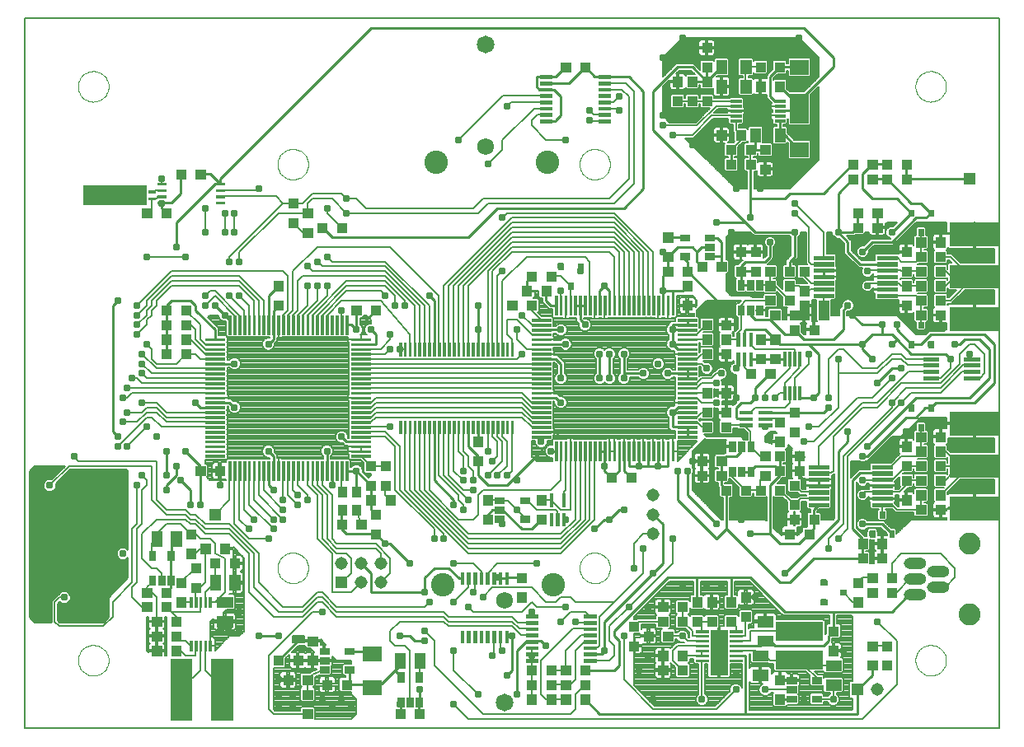
<source format=gtl>
G75*
G70*
%OFA0B0*%
%FSLAX24Y24*%
%IPPOS*%
%LPD*%
%AMOC8*
5,1,8,0,0,1.08239X$1,22.5*
%
%ADD10C,0.0060*%
%ADD11C,0.0020*%
%ADD12C,0.0886*%
%ADD13O,0.0912X0.0456*%
%ADD14C,0.0020*%
%ADD15C,0.0021*%
%ADD16C,0.0019*%
%ADD17R,0.0515X0.0515*%
%ADD18C,0.0515*%
%ADD19C,0.0021*%
%ADD20C,0.0019*%
%ADD21C,0.0022*%
%ADD22C,0.0020*%
%ADD23C,0.0022*%
%ADD24C,0.0017*%
%ADD25C,0.0020*%
%ADD26C,0.0024*%
%ADD27C,0.0020*%
%ADD28C,0.0018*%
%ADD29C,0.0018*%
%ADD30C,0.0000*%
%ADD31C,0.0715*%
%ADD32C,0.0951*%
%ADD33C,0.0679*%
%ADD34C,0.0020*%
%ADD35C,0.0080*%
%ADD36C,0.0310*%
%ADD37C,0.0100*%
D10*
X000867Y002137D02*
X000867Y030877D01*
X040237Y030877D01*
X040237Y002137D01*
X000867Y002137D01*
X002245Y006271D02*
X002048Y006467D01*
X002048Y007255D01*
X002245Y007452D01*
X002442Y007452D01*
X002245Y006271D02*
X004016Y006271D01*
X004410Y006664D01*
X004410Y007255D01*
X005197Y008042D01*
X005197Y010208D01*
X005394Y010404D01*
X005394Y011979D01*
X005591Y011782D02*
X005591Y010404D01*
X005394Y010208D01*
X005394Y008042D01*
X005197Y007845D01*
X005197Y007452D01*
X005591Y007058D01*
X005788Y007058D01*
X005788Y006664D02*
X005855Y006664D01*
X005855Y006497D01*
X006152Y006497D01*
X006152Y006437D01*
X006212Y006437D01*
X006212Y006497D01*
X006509Y006497D01*
X006509Y006664D01*
X006575Y006664D01*
X006575Y005089D01*
X006509Y005089D01*
X006509Y005256D01*
X006212Y005256D01*
X006212Y005316D01*
X006509Y005316D01*
X006509Y005531D01*
X006458Y005582D01*
X006509Y005632D01*
X006509Y005847D01*
X006212Y005847D01*
X006212Y005907D01*
X006509Y005907D01*
X006509Y006122D01*
X006458Y006172D01*
X006509Y006222D01*
X006509Y006437D01*
X006212Y006437D01*
X006212Y006204D01*
X006212Y005907D01*
X006152Y005907D01*
X006152Y006141D01*
X006152Y006437D01*
X005855Y006437D01*
X005855Y006222D01*
X005905Y006172D01*
X005855Y006122D01*
X005855Y005907D01*
X006152Y005907D01*
X006152Y005847D01*
X006212Y005847D01*
X006212Y005550D01*
X006212Y005316D01*
X006152Y005316D01*
X006152Y005256D01*
X006212Y005256D01*
X006212Y005089D01*
X006152Y005089D01*
X006152Y005256D01*
X005855Y005256D01*
X005855Y005219D01*
X005788Y005286D01*
X005788Y006664D01*
X005788Y006645D02*
X005855Y006645D01*
X005855Y006586D02*
X005788Y006586D01*
X005788Y006527D02*
X005855Y006527D01*
X005788Y006469D02*
X006152Y006469D01*
X006182Y006467D02*
X006182Y007452D01*
X005985Y007649D01*
X005788Y007649D01*
X005788Y007845D01*
X006003Y008061D01*
X006003Y008123D01*
X006379Y008123D02*
X006379Y008436D01*
X006182Y008633D01*
X005985Y008633D01*
X005591Y009026D01*
X005591Y010011D01*
X006182Y010601D01*
X007363Y010601D01*
X007560Y010404D01*
X007757Y010404D01*
X008150Y010011D01*
X009134Y010011D01*
X009922Y009223D01*
X009922Y007649D01*
X010906Y006664D01*
X012087Y006664D01*
X012678Y007255D01*
X012875Y007255D01*
X013465Y006664D01*
X017796Y006664D01*
X017993Y006467D01*
X020552Y006467D01*
X020847Y006172D01*
X021339Y006172D01*
X021339Y005916D02*
X020906Y005916D01*
X020552Y006271D01*
X017993Y006271D01*
X017796Y006467D01*
X016024Y006467D01*
X015631Y006074D01*
X015631Y005680D01*
X015827Y005483D01*
X016221Y005483D01*
X016418Y005286D01*
X016418Y003202D01*
X016812Y004105D02*
X016812Y004893D01*
X017402Y004696D02*
X019371Y002727D01*
X022914Y002727D01*
X023111Y002924D01*
X023111Y003515D01*
X023505Y003908D01*
X023111Y004105D02*
X022914Y003908D01*
X022717Y003908D01*
X022127Y003908D01*
X021733Y003515D02*
X021930Y003318D01*
X022127Y003318D01*
X022717Y003318D01*
X023111Y004105D02*
X023111Y005286D01*
X023485Y005660D01*
X023701Y005660D01*
X023701Y005404D02*
X024016Y005404D01*
X024095Y005483D01*
X024095Y006664D01*
X024686Y007255D01*
X023111Y007255D01*
X022914Y007452D01*
X022520Y007452D01*
X022323Y007255D01*
X021930Y007255D01*
X021339Y007845D01*
X019764Y007845D01*
X019371Y007452D01*
X019048Y007719D02*
X018977Y007649D01*
X019048Y007719D02*
X019048Y008223D01*
X019304Y008223D02*
X019304Y008503D01*
X018977Y008830D01*
X018190Y008830D01*
X018780Y009223D02*
X022520Y009223D01*
X023898Y010601D01*
X023898Y013357D01*
X023701Y013357D02*
X023701Y010601D01*
X022520Y009420D01*
X018780Y009420D01*
X016418Y011782D01*
X016418Y014341D01*
X016615Y014341D02*
X016615Y011782D01*
X018780Y009617D01*
X022520Y009617D01*
X023505Y010601D01*
X023505Y013357D01*
X023308Y013357D02*
X023308Y010601D01*
X022520Y009814D01*
X018780Y009814D01*
X016812Y011782D01*
X016812Y014341D01*
X017009Y014341D02*
X017009Y011782D01*
X018780Y010011D01*
X022520Y010011D01*
X023111Y010601D01*
X023111Y013357D01*
X022914Y013357D02*
X022914Y010995D01*
X022520Y010995D01*
X022127Y011389D01*
X021733Y011389D01*
X021536Y010995D02*
X021142Y011389D01*
X021124Y011370D01*
X021060Y011370D01*
X020749Y010995D02*
X021124Y010620D01*
X021060Y010620D01*
X020749Y010995D02*
X020373Y011370D01*
X020042Y011370D01*
X019980Y011370D01*
X019961Y011389D01*
X019568Y011389D01*
X019371Y011782D02*
X022127Y011782D01*
X022520Y012176D01*
X022520Y013357D01*
X022717Y013357D02*
X022717Y011782D01*
X022638Y011704D01*
X022638Y011389D01*
X022323Y010995D02*
X021536Y010995D01*
X022323Y010995D02*
X022383Y010936D01*
X022383Y010601D01*
X022638Y010601D02*
X022638Y010483D01*
X022717Y010601D01*
X024548Y012314D02*
X024579Y012314D01*
X024627Y012314D01*
X025335Y012314D02*
X025367Y012314D01*
X027835Y012323D02*
X027902Y012323D01*
X027902Y012343D02*
X027902Y012128D01*
X027984Y012046D01*
X028199Y012046D01*
X028199Y012343D01*
X027902Y012343D01*
X027902Y012403D02*
X028199Y012403D01*
X028199Y012637D01*
X028199Y012933D01*
X028259Y012933D01*
X028259Y012637D01*
X028259Y012403D01*
X028199Y012403D01*
X028199Y012343D01*
X028259Y012343D01*
X028259Y012403D01*
X028556Y012403D01*
X028556Y012618D01*
X028505Y012668D01*
X028556Y012719D01*
X028556Y012934D01*
X028259Y012934D01*
X028259Y012993D01*
X028556Y012993D01*
X028556Y013208D01*
X028474Y013290D01*
X028259Y013290D01*
X028259Y012994D01*
X028199Y012994D01*
X028199Y013290D01*
X027984Y013290D01*
X027902Y013208D01*
X027902Y012993D01*
X028199Y012993D01*
X028199Y012934D01*
X027902Y012934D01*
X027902Y012719D01*
X027952Y012668D01*
X027902Y012618D01*
X027902Y012403D01*
X027902Y012440D02*
X027850Y012440D01*
X027846Y012431D02*
X027883Y012521D01*
X027883Y012619D01*
X027846Y012709D01*
X027835Y012719D01*
X027835Y013357D01*
X028341Y013863D01*
X028376Y013828D01*
X028476Y013828D01*
X029216Y013828D01*
X029182Y013795D01*
X029182Y013581D01*
X029418Y013581D01*
X029418Y013521D01*
X029182Y013521D01*
X029182Y013308D01*
X029190Y013300D01*
X029155Y013300D01*
X029105Y013250D01*
X028788Y013250D01*
X028730Y013192D01*
X028730Y012735D01*
X028788Y012677D01*
X028876Y012677D01*
X028876Y012660D01*
X028788Y012660D01*
X028730Y012601D01*
X028730Y012145D01*
X028788Y012086D01*
X028876Y012086D01*
X028876Y012037D01*
X028876Y011921D01*
X028926Y011871D01*
X028926Y011554D01*
X028985Y011496D01*
X029073Y011496D01*
X029073Y010601D01*
X029016Y010601D01*
X027835Y011782D01*
X027835Y012420D01*
X027846Y012431D01*
X027835Y012382D02*
X028199Y012382D01*
X028199Y012440D02*
X028259Y012440D01*
X028259Y012382D02*
X028730Y012382D01*
X028730Y012440D02*
X028556Y012440D01*
X028556Y012499D02*
X028730Y012499D01*
X028730Y012557D02*
X028556Y012557D01*
X028556Y012616D02*
X028744Y012616D01*
X028732Y012733D02*
X028556Y012733D01*
X028556Y012792D02*
X028730Y012792D01*
X028730Y012850D02*
X028556Y012850D01*
X028556Y012909D02*
X028730Y012909D01*
X028730Y012967D02*
X028259Y012967D01*
X028259Y012909D02*
X028199Y012909D01*
X028199Y012967D02*
X027835Y012967D01*
X027835Y012909D02*
X027902Y012909D01*
X027902Y012850D02*
X027835Y012850D01*
X027835Y012792D02*
X027902Y012792D01*
X027902Y012733D02*
X027835Y012733D01*
X027860Y012674D02*
X027946Y012674D01*
X027902Y012616D02*
X027883Y012616D01*
X027883Y012557D02*
X027902Y012557D01*
X027902Y012499D02*
X027874Y012499D01*
X027902Y012265D02*
X027835Y012265D01*
X027835Y012206D02*
X027902Y012206D01*
X027902Y012148D02*
X027835Y012148D01*
X027835Y012089D02*
X027941Y012089D01*
X027835Y012031D02*
X028876Y012031D01*
X028876Y011972D02*
X027835Y011972D01*
X027835Y011913D02*
X028884Y011913D01*
X028926Y011855D02*
X027835Y011855D01*
X027835Y011796D02*
X028926Y011796D01*
X028926Y011738D02*
X027880Y011738D01*
X027938Y011679D02*
X028926Y011679D01*
X028926Y011621D02*
X027997Y011621D01*
X028055Y011562D02*
X028926Y011562D01*
X028977Y011504D02*
X028114Y011504D01*
X028173Y011445D02*
X029073Y011445D01*
X029073Y011387D02*
X028231Y011387D01*
X028290Y011328D02*
X029073Y011328D01*
X029073Y011269D02*
X028348Y011269D01*
X028407Y011211D02*
X029073Y011211D01*
X029073Y011152D02*
X028465Y011152D01*
X028524Y011094D02*
X029073Y011094D01*
X029073Y011035D02*
X028582Y011035D01*
X028641Y010977D02*
X029073Y010977D01*
X029073Y010918D02*
X028699Y010918D01*
X028758Y010860D02*
X029073Y010860D01*
X029073Y010801D02*
X028817Y010801D01*
X028875Y010743D02*
X029073Y010743D01*
X029073Y010684D02*
X028934Y010684D01*
X028992Y010625D02*
X029073Y010625D01*
X029353Y010625D02*
X030845Y010625D01*
X030845Y010567D02*
X030822Y010567D01*
X030845Y010544D02*
X030788Y010601D01*
X029353Y010601D01*
X029353Y011496D01*
X029442Y011496D01*
X029500Y011554D01*
X029500Y012011D01*
X029442Y012069D01*
X029156Y012069D01*
X029156Y012086D01*
X029245Y012086D01*
X029303Y012145D01*
X029303Y012248D01*
X029365Y012248D01*
X029714Y011899D01*
X029714Y011554D01*
X029772Y011496D01*
X030229Y011496D01*
X030287Y011554D01*
X030287Y011662D01*
X030304Y011662D01*
X030304Y011554D01*
X030363Y011496D01*
X030820Y011496D01*
X030845Y011521D01*
X030845Y010544D01*
X030845Y010684D02*
X029353Y010684D01*
X029353Y010743D02*
X030845Y010743D01*
X030845Y010801D02*
X029353Y010801D01*
X029353Y010860D02*
X030845Y010860D01*
X030845Y010918D02*
X029353Y010918D01*
X029353Y010977D02*
X030845Y010977D01*
X030845Y011035D02*
X029353Y011035D01*
X029353Y011094D02*
X030845Y011094D01*
X030845Y011152D02*
X029353Y011152D01*
X029353Y011211D02*
X030845Y011211D01*
X030845Y011269D02*
X029353Y011269D01*
X029353Y011328D02*
X030845Y011328D01*
X030845Y011387D02*
X029353Y011387D01*
X029353Y011445D02*
X030845Y011445D01*
X030845Y011504D02*
X030828Y011504D01*
X031125Y011504D02*
X031142Y011504D01*
X031150Y011496D02*
X031496Y011496D01*
X031682Y011309D01*
X031682Y010963D01*
X031721Y010925D01*
X031642Y010846D01*
X031642Y010631D01*
X031939Y010631D01*
X031939Y010571D01*
X031939Y010338D01*
X031999Y010338D01*
X031999Y010571D01*
X031939Y010571D01*
X031642Y010571D01*
X031642Y010356D01*
X031661Y010338D01*
X031527Y010338D01*
X031445Y010256D01*
X031445Y010041D01*
X031742Y010041D01*
X031742Y009981D01*
X031445Y009981D01*
X031445Y009944D01*
X031125Y010264D01*
X031125Y011521D01*
X031150Y011496D01*
X031125Y011445D02*
X031546Y011445D01*
X031605Y011387D02*
X031125Y011387D01*
X031125Y011328D02*
X031663Y011328D01*
X031682Y011269D02*
X031125Y011269D01*
X031125Y011211D02*
X031682Y011211D01*
X031682Y011152D02*
X031125Y011152D01*
X031125Y011094D02*
X031682Y011094D01*
X031682Y011035D02*
X031125Y011035D01*
X031125Y010977D02*
X031682Y010977D01*
X031714Y010918D02*
X031125Y010918D01*
X031125Y010860D02*
X031656Y010860D01*
X031642Y010801D02*
X031125Y010801D01*
X031125Y010743D02*
X031642Y010743D01*
X031642Y010684D02*
X031125Y010684D01*
X031125Y010625D02*
X031939Y010625D01*
X031939Y010631D02*
X031939Y010905D01*
X031999Y010905D01*
X031999Y010631D01*
X032296Y010631D01*
X032296Y010846D01*
X032217Y010925D01*
X032256Y010963D01*
X032256Y011309D01*
X032275Y011328D01*
X032456Y011328D01*
X032464Y011320D01*
X032450Y011306D01*
X032450Y011078D01*
X032509Y011019D01*
X032617Y011019D01*
X032617Y010937D01*
X032617Y010888D01*
X032528Y010888D01*
X032470Y010830D01*
X032470Y010373D01*
X032499Y010344D01*
X032453Y010298D01*
X032331Y010298D01*
X032273Y010239D01*
X032273Y010118D01*
X032099Y009944D01*
X032099Y009981D01*
X031802Y009981D01*
X031802Y010041D01*
X032099Y010041D01*
X032099Y010256D01*
X032080Y010274D01*
X032214Y010274D01*
X032296Y010356D01*
X032296Y010571D01*
X031999Y010571D01*
X031999Y010631D01*
X031939Y010631D01*
X031939Y010684D02*
X031999Y010684D01*
X031999Y010743D02*
X031939Y010743D01*
X031939Y010801D02*
X031999Y010801D01*
X031999Y010860D02*
X031939Y010860D01*
X031999Y010625D02*
X032470Y010625D01*
X032470Y010567D02*
X032296Y010567D01*
X032296Y010508D02*
X032470Y010508D01*
X032470Y010450D02*
X032296Y010450D01*
X032296Y010391D02*
X032470Y010391D01*
X032488Y010333D02*
X032272Y010333D01*
X032308Y010274D02*
X032081Y010274D01*
X032099Y010216D02*
X032273Y010216D01*
X032273Y010157D02*
X032099Y010157D01*
X032099Y010099D02*
X032254Y010099D01*
X032195Y010040D02*
X031802Y010040D01*
X031802Y009981D02*
X032137Y009981D01*
X031742Y009981D02*
X031408Y009981D01*
X031349Y010040D02*
X031742Y010040D01*
X031445Y010099D02*
X031291Y010099D01*
X031232Y010157D02*
X031445Y010157D01*
X031445Y010216D02*
X031174Y010216D01*
X031125Y010274D02*
X031464Y010274D01*
X031523Y010333D02*
X031125Y010333D01*
X031125Y010391D02*
X031642Y010391D01*
X031642Y010450D02*
X031125Y010450D01*
X031125Y010508D02*
X031642Y010508D01*
X031642Y010567D02*
X031125Y010567D01*
X031939Y010567D02*
X031999Y010567D01*
X031999Y010508D02*
X031939Y010508D01*
X031939Y010450D02*
X031999Y010450D01*
X031999Y010391D02*
X031939Y010391D01*
X032296Y010684D02*
X032470Y010684D01*
X032470Y010743D02*
X032296Y010743D01*
X032296Y010801D02*
X032470Y010801D01*
X032500Y010860D02*
X032282Y010860D01*
X032224Y010918D02*
X032617Y010918D01*
X032617Y010977D02*
X032256Y010977D01*
X032256Y011035D02*
X032492Y011035D01*
X032450Y011094D02*
X032256Y011094D01*
X032256Y011152D02*
X032450Y011152D01*
X032450Y011211D02*
X032256Y011211D01*
X032256Y011269D02*
X032450Y011269D01*
X032225Y011448D02*
X031969Y011192D01*
X031379Y011782D01*
X031665Y011796D02*
X031682Y011796D01*
X031682Y011751D02*
X031741Y011692D01*
X032086Y011692D01*
X032195Y011584D01*
X032294Y011584D01*
X032456Y011584D01*
X032464Y011576D01*
X032456Y011568D01*
X032275Y011568D01*
X032175Y011568D01*
X032086Y011479D01*
X031852Y011479D01*
X031665Y011665D01*
X031665Y012011D01*
X031607Y012069D01*
X031273Y012069D01*
X031487Y012283D01*
X031607Y012283D01*
X031665Y012341D01*
X031665Y012798D01*
X031607Y012857D01*
X031519Y012857D01*
X031519Y012873D01*
X031607Y012873D01*
X031665Y012932D01*
X031665Y013389D01*
X031627Y013427D01*
X031705Y013506D01*
X031705Y013621D01*
X031880Y013446D01*
X031839Y013405D01*
X031839Y013190D01*
X032136Y013190D01*
X032136Y013130D01*
X032196Y013130D01*
X032196Y012833D01*
X032196Y012600D01*
X032136Y012600D01*
X032136Y012833D01*
X032136Y013130D01*
X031839Y013130D01*
X031839Y012915D01*
X031889Y012865D01*
X031839Y012815D01*
X031839Y012600D01*
X032136Y012600D01*
X032136Y012540D01*
X031839Y012540D01*
X031839Y012325D01*
X031898Y012266D01*
X031741Y012266D01*
X031682Y012208D01*
X031682Y011751D01*
X031695Y011738D02*
X031665Y011738D01*
X031665Y011679D02*
X032099Y011679D01*
X032158Y011621D02*
X031710Y011621D01*
X031768Y011562D02*
X032170Y011562D01*
X032111Y011504D02*
X031827Y011504D01*
X031682Y011855D02*
X031665Y011855D01*
X031665Y011913D02*
X031682Y011913D01*
X031682Y011972D02*
X031665Y011972D01*
X031646Y012031D02*
X031682Y012031D01*
X031682Y012089D02*
X031293Y012089D01*
X031351Y012148D02*
X031682Y012148D01*
X031682Y012206D02*
X031410Y012206D01*
X031468Y012265D02*
X031739Y012265D01*
X031647Y012323D02*
X031841Y012323D01*
X031839Y012382D02*
X031665Y012382D01*
X031665Y012440D02*
X031839Y012440D01*
X031839Y012499D02*
X031665Y012499D01*
X031665Y012557D02*
X032136Y012557D01*
X032136Y012540D02*
X032196Y012540D01*
X032196Y012266D01*
X032136Y012266D01*
X032136Y012540D01*
X032136Y012499D02*
X032196Y012499D01*
X032196Y012440D02*
X032136Y012440D01*
X032136Y012382D02*
X032196Y012382D01*
X032196Y012323D02*
X032136Y012323D01*
X032221Y012243D02*
X032256Y012208D01*
X032256Y011862D01*
X032294Y011824D01*
X032415Y011824D01*
X032410Y011829D01*
X032410Y011948D01*
X032942Y011948D01*
X032942Y011971D01*
X032942Y012172D01*
X032942Y012204D01*
X032965Y012204D01*
X032965Y012227D01*
X033497Y012227D01*
X033497Y012346D01*
X033491Y012351D01*
X033495Y012351D01*
X033594Y012450D01*
X033601Y012457D01*
X033601Y010659D01*
X033543Y010601D01*
X033043Y010601D01*
X033043Y010830D01*
X032985Y010888D01*
X032896Y010888D01*
X032896Y010937D01*
X032979Y011019D01*
X033398Y011019D01*
X033457Y011078D01*
X033457Y011306D01*
X033443Y011320D01*
X033457Y011334D01*
X033457Y011562D01*
X033443Y011576D01*
X033457Y011589D01*
X033457Y011789D01*
X033497Y011829D01*
X033497Y011948D01*
X032965Y011948D01*
X032965Y011971D01*
X033497Y011971D01*
X033497Y012090D01*
X033497Y012204D01*
X032965Y012204D01*
X032965Y012172D01*
X032965Y011971D01*
X032942Y011971D01*
X032410Y011971D01*
X032410Y012090D01*
X032410Y012204D01*
X032942Y012204D01*
X032942Y012227D01*
X032410Y012227D01*
X032410Y012243D01*
X032221Y012243D01*
X032256Y012206D02*
X032942Y012206D01*
X032965Y012206D02*
X033601Y012206D01*
X033601Y012148D02*
X033497Y012148D01*
X033497Y012089D02*
X033601Y012089D01*
X033601Y012031D02*
X033497Y012031D01*
X033497Y011972D02*
X033601Y011972D01*
X033601Y011913D02*
X033497Y011913D01*
X033497Y011855D02*
X033601Y011855D01*
X033601Y011796D02*
X033464Y011796D01*
X033457Y011738D02*
X033601Y011738D01*
X033601Y011679D02*
X033457Y011679D01*
X033457Y011621D02*
X033601Y011621D01*
X033601Y011562D02*
X033456Y011562D01*
X033457Y011504D02*
X033601Y011504D01*
X033601Y011445D02*
X033457Y011445D01*
X033457Y011387D02*
X033601Y011387D01*
X033601Y011328D02*
X033451Y011328D01*
X033457Y011269D02*
X033601Y011269D01*
X033601Y011211D02*
X033457Y011211D01*
X033457Y011152D02*
X033601Y011152D01*
X033601Y011094D02*
X033457Y011094D01*
X033414Y011035D02*
X033601Y011035D01*
X033601Y010977D02*
X032936Y010977D01*
X032896Y010918D02*
X033601Y010918D01*
X033601Y010860D02*
X033013Y010860D01*
X033043Y010801D02*
X033601Y010801D01*
X033601Y010743D02*
X033043Y010743D01*
X033043Y010684D02*
X033601Y010684D01*
X033567Y010625D02*
X033043Y010625D01*
X032953Y011448D02*
X032225Y011448D01*
X032245Y011704D02*
X031969Y011979D01*
X032256Y011972D02*
X032410Y011972D01*
X032410Y012031D02*
X032256Y012031D01*
X032256Y012089D02*
X032410Y012089D01*
X032410Y012148D02*
X032256Y012148D01*
X032256Y011913D02*
X032410Y011913D01*
X032410Y011855D02*
X032263Y011855D01*
X032245Y011704D02*
X032953Y011704D01*
X032942Y011972D02*
X032965Y011972D01*
X032965Y012031D02*
X032942Y012031D01*
X032942Y012089D02*
X032965Y012089D01*
X032965Y012148D02*
X032942Y012148D01*
X032953Y012471D02*
X033446Y012471D01*
X033544Y012570D01*
X033544Y013948D01*
X034725Y015129D01*
X035316Y015129D01*
X036300Y016113D01*
X037875Y016113D01*
X038662Y016900D01*
X038662Y017294D01*
X039056Y017688D01*
X039253Y017688D01*
X039646Y017294D01*
X039646Y016507D01*
X039469Y016330D01*
X039134Y016330D01*
X039134Y016586D02*
X038741Y016586D01*
X037875Y015719D01*
X036694Y015719D01*
X036300Y015326D01*
X034134Y013160D01*
X034134Y010208D01*
X033741Y009814D01*
X033347Y009814D02*
X033347Y009420D01*
X033347Y009814D02*
X033938Y010404D01*
X033938Y013160D01*
X035906Y015129D01*
X035906Y015326D01*
X036497Y015916D01*
X037875Y015916D01*
X038800Y016841D01*
X039134Y016841D01*
X039134Y017097D02*
X039056Y017294D01*
X039223Y018278D02*
X039223Y018688D01*
X039282Y018688D01*
X039282Y018278D01*
X039223Y018278D01*
X039223Y018295D02*
X039282Y018295D01*
X039282Y018353D02*
X039223Y018353D01*
X039223Y018412D02*
X039282Y018412D01*
X039282Y018470D02*
X039223Y018470D01*
X039223Y018529D02*
X039282Y018529D01*
X039282Y018587D02*
X039223Y018587D01*
X039223Y018646D02*
X039282Y018646D01*
X039282Y018749D02*
X039223Y018749D01*
X039223Y019324D01*
X038204Y019324D01*
X038161Y019281D01*
X038161Y019330D01*
X038322Y019330D01*
X038398Y019406D01*
X038896Y019903D01*
X040040Y019903D01*
X040040Y019324D01*
X039282Y019324D01*
X039282Y018749D01*
X039282Y018763D02*
X039223Y018763D01*
X039223Y018822D02*
X039282Y018822D01*
X039282Y018880D02*
X039223Y018880D01*
X039223Y018939D02*
X039282Y018939D01*
X039282Y018997D02*
X039223Y018997D01*
X039223Y019056D02*
X039282Y019056D01*
X039282Y019114D02*
X039223Y019114D01*
X039223Y019173D02*
X039282Y019173D01*
X039282Y019231D02*
X039223Y019231D01*
X039223Y019290D02*
X039282Y019290D01*
X038751Y019758D02*
X040040Y019758D01*
X040040Y019700D02*
X038692Y019700D01*
X038634Y019641D02*
X040040Y019641D01*
X040040Y019583D02*
X038575Y019583D01*
X038517Y019524D02*
X040040Y019524D01*
X040040Y019466D02*
X038458Y019466D01*
X038400Y019407D02*
X040040Y019407D01*
X040040Y019348D02*
X038341Y019348D01*
X038170Y019290D02*
X038161Y019290D01*
X038161Y019589D02*
X038161Y019688D01*
X038103Y019746D01*
X037646Y019746D01*
X037588Y019688D01*
X037588Y019231D01*
X037626Y019193D01*
X037548Y019114D01*
X037548Y018899D01*
X037844Y018899D01*
X037844Y018839D01*
X037548Y018839D01*
X037548Y018624D01*
X037630Y018542D01*
X037845Y018542D01*
X037845Y018839D01*
X037905Y018839D01*
X037905Y018542D01*
X038120Y018542D01*
X038123Y018545D01*
X038123Y018278D01*
X038071Y018278D01*
X038015Y018222D01*
X037423Y018222D01*
X037341Y018140D01*
X037283Y018082D01*
X036890Y018082D01*
X036103Y018869D01*
X034078Y018869D01*
X034078Y019008D01*
X034087Y019018D01*
X034183Y019018D01*
X034273Y019055D01*
X034342Y019124D01*
X034379Y019214D01*
X034379Y019311D01*
X034342Y019401D01*
X034273Y019470D01*
X034183Y019508D01*
X034086Y019508D01*
X033996Y019470D01*
X033927Y019401D01*
X033889Y019311D01*
X033889Y019216D01*
X033798Y019124D01*
X033798Y019008D01*
X033798Y018869D01*
X033437Y018869D01*
X033437Y019097D01*
X033437Y019484D01*
X033595Y019484D01*
X033654Y019542D01*
X033654Y019771D01*
X033640Y019784D01*
X033654Y019798D01*
X033654Y020026D01*
X033640Y020040D01*
X033654Y020054D01*
X033654Y020253D01*
X033694Y020293D01*
X033694Y020413D01*
X033162Y020413D01*
X033162Y020435D01*
X033694Y020435D01*
X033694Y020555D01*
X033694Y020669D01*
X033162Y020669D01*
X033162Y020691D01*
X033694Y020691D01*
X033694Y020811D01*
X033654Y020851D01*
X033654Y021050D01*
X033640Y021064D01*
X033654Y021078D01*
X033654Y021306D01*
X033595Y021364D01*
X033270Y021364D01*
X033270Y022166D01*
X033270Y022215D01*
X033496Y022215D01*
X033496Y022167D01*
X033533Y022077D01*
X033602Y022008D01*
X033692Y021970D01*
X033788Y021970D01*
X033994Y021764D01*
X033994Y021486D01*
X033994Y021370D01*
X034569Y020796D01*
X034685Y020796D01*
X034731Y020796D01*
X034714Y020779D01*
X034677Y020689D01*
X034677Y020592D01*
X034714Y020502D01*
X034783Y020433D01*
X034873Y020396D01*
X034971Y020396D01*
X035061Y020433D01*
X035130Y020502D01*
X035149Y020550D01*
X035166Y020550D01*
X035166Y020435D01*
X035698Y020435D01*
X035698Y020413D01*
X035166Y020413D01*
X035166Y020298D01*
X035094Y020298D01*
X034986Y020298D01*
X034979Y020291D01*
X034971Y020295D01*
X034873Y020295D01*
X034783Y020258D01*
X034714Y020189D01*
X034677Y020099D01*
X034677Y020001D01*
X034714Y019911D01*
X034783Y019842D01*
X034873Y019805D01*
X034971Y019805D01*
X035061Y019842D01*
X035130Y019911D01*
X035166Y019999D01*
X035166Y019924D01*
X035698Y019924D01*
X035698Y019901D01*
X035166Y019901D01*
X035166Y019782D01*
X035206Y019742D01*
X035206Y019542D01*
X035264Y019484D01*
X036154Y019484D01*
X036170Y019499D01*
X036170Y019293D01*
X036467Y019293D01*
X036467Y019233D01*
X036527Y019233D01*
X036527Y018936D01*
X036742Y018936D01*
X036800Y018995D01*
X036800Y018641D01*
X036859Y018582D01*
X036893Y018582D01*
X036893Y018306D01*
X036952Y018247D01*
X037223Y018247D01*
X037282Y018306D01*
X037282Y018582D01*
X037316Y018582D01*
X037374Y018641D01*
X037374Y019097D01*
X037316Y019156D01*
X037217Y019156D01*
X037217Y019173D01*
X037316Y019173D01*
X037607Y019173D01*
X037588Y019231D02*
X037374Y019231D01*
X037374Y019688D01*
X037316Y019746D01*
X036984Y019746D01*
X036967Y019763D01*
X037316Y019763D01*
X037374Y019822D01*
X037374Y020278D01*
X037316Y020337D01*
X036859Y020337D01*
X036800Y020278D01*
X036800Y020180D01*
X036784Y020180D01*
X036784Y020278D01*
X036725Y020337D01*
X036268Y020337D01*
X036253Y020321D01*
X036253Y020369D01*
X036268Y020354D01*
X036725Y020354D01*
X036784Y020412D01*
X036784Y020511D01*
X036800Y020511D01*
X036800Y020412D01*
X036859Y020354D01*
X037316Y020354D01*
X037374Y020412D01*
X037374Y020869D01*
X037316Y020927D01*
X036967Y020927D01*
X036984Y020944D01*
X037316Y020944D01*
X037374Y021003D01*
X037374Y021460D01*
X037316Y021518D01*
X037217Y021518D01*
X037217Y021535D01*
X037316Y021535D01*
X037374Y021593D01*
X037374Y022050D01*
X037316Y022109D01*
X037282Y022109D01*
X037282Y022384D01*
X037223Y022443D01*
X036952Y022443D01*
X036893Y022384D01*
X036893Y022109D01*
X036859Y022109D01*
X036800Y022050D01*
X036800Y021696D01*
X036742Y021755D01*
X036527Y021755D01*
X036527Y021458D01*
X036467Y021458D01*
X036467Y021755D01*
X036252Y021755D01*
X036170Y021673D01*
X036170Y021458D01*
X036467Y021458D01*
X036467Y021398D01*
X036170Y021398D01*
X036170Y021349D01*
X036154Y021364D01*
X035264Y021364D01*
X035206Y021306D01*
X035206Y021078D01*
X035208Y021076D01*
X034685Y021076D01*
X034274Y021486D01*
X034274Y021880D01*
X034192Y021962D01*
X034079Y022075D01*
X034389Y022075D01*
X034439Y022125D01*
X034757Y022125D01*
X034815Y022184D01*
X034815Y022215D01*
X034989Y022215D01*
X034989Y022167D01*
X035071Y022085D01*
X035286Y022085D01*
X035286Y022215D01*
X035316Y022215D01*
X035345Y022245D01*
X035345Y022085D01*
X035561Y022085D01*
X035642Y022167D01*
X035642Y022382D01*
X035482Y022382D01*
X035542Y022442D01*
X035642Y022442D01*
X035642Y022542D01*
X035709Y022609D01*
X036102Y022609D01*
X035953Y022460D01*
X035857Y022460D01*
X035767Y022423D01*
X035698Y022354D01*
X035661Y022264D01*
X035661Y022167D01*
X035698Y022077D01*
X035767Y022008D01*
X035857Y021971D01*
X035848Y021962D01*
X035177Y021962D01*
X035061Y021962D01*
X034772Y021673D01*
X034676Y021673D01*
X034586Y021636D01*
X034517Y021567D01*
X034480Y021477D01*
X034480Y021379D01*
X034517Y021289D01*
X034586Y021220D01*
X034676Y021183D01*
X034774Y021183D01*
X034864Y021220D01*
X034933Y021289D01*
X034970Y021379D01*
X034970Y021475D01*
X035177Y021682D01*
X035848Y021682D01*
X035964Y021682D01*
X036891Y022609D01*
X038123Y022609D01*
X038123Y022199D01*
X039222Y022199D01*
X039222Y022139D01*
X038129Y022139D01*
X038120Y022149D01*
X037905Y022149D01*
X037905Y021852D01*
X037845Y021852D01*
X037845Y022149D01*
X037630Y022149D01*
X037548Y022067D01*
X037548Y021852D01*
X037844Y021852D01*
X037844Y021792D01*
X037548Y021792D01*
X037548Y021577D01*
X037626Y021498D01*
X037588Y021460D01*
X037588Y021003D01*
X037646Y020944D01*
X038103Y020944D01*
X038161Y021003D01*
X038161Y021101D01*
X038214Y021101D01*
X038331Y020985D01*
X038221Y020985D01*
X038163Y020927D01*
X038163Y020733D01*
X038161Y020734D01*
X038161Y020869D01*
X038103Y020927D01*
X037646Y020927D01*
X037588Y020869D01*
X037588Y020412D01*
X037646Y020354D01*
X038103Y020354D01*
X038138Y020389D01*
X038138Y020301D01*
X038103Y020337D01*
X037646Y020337D01*
X037588Y020278D01*
X037588Y019822D01*
X037646Y019763D01*
X038103Y019763D01*
X038161Y019822D01*
X038161Y019956D01*
X038164Y019959D01*
X038221Y019903D01*
X038528Y019903D01*
X038214Y019589D01*
X038161Y019589D01*
X038161Y019641D02*
X038266Y019641D01*
X038325Y019700D02*
X038150Y019700D01*
X038157Y019817D02*
X038442Y019817D01*
X038500Y019875D02*
X038161Y019875D01*
X038161Y019934D02*
X038190Y019934D01*
X038383Y019758D02*
X036972Y019758D01*
X037362Y019700D02*
X037600Y019700D01*
X037588Y019641D02*
X037374Y019641D01*
X037374Y019583D02*
X037588Y019583D01*
X037588Y019524D02*
X037374Y019524D01*
X037374Y019466D02*
X037588Y019466D01*
X037588Y019407D02*
X037374Y019407D01*
X037374Y019348D02*
X037588Y019348D01*
X037588Y019290D02*
X037374Y019290D01*
X037374Y019231D02*
X037316Y019173D01*
X037357Y019114D02*
X037548Y019114D01*
X037548Y019056D02*
X037374Y019056D01*
X037374Y018997D02*
X037548Y018997D01*
X037548Y018939D02*
X037374Y018939D01*
X037374Y018880D02*
X037844Y018880D01*
X037845Y018822D02*
X037905Y018822D01*
X037905Y018763D02*
X037845Y018763D01*
X037845Y018704D02*
X037905Y018704D01*
X037905Y018646D02*
X037845Y018646D01*
X037845Y018587D02*
X037905Y018587D01*
X038123Y018529D02*
X037282Y018529D01*
X037282Y018470D02*
X038123Y018470D01*
X038123Y018412D02*
X037282Y018412D01*
X037282Y018353D02*
X038123Y018353D01*
X038123Y018295D02*
X037270Y018295D01*
X037379Y018178D02*
X036794Y018178D01*
X036736Y018236D02*
X038029Y018236D01*
X037584Y018587D02*
X037321Y018587D01*
X037374Y018646D02*
X037548Y018646D01*
X037548Y018704D02*
X037374Y018704D01*
X037374Y018763D02*
X037548Y018763D01*
X037548Y018822D02*
X037374Y018822D01*
X036893Y018529D02*
X036443Y018529D01*
X036385Y018587D02*
X036854Y018587D01*
X036800Y018646D02*
X036326Y018646D01*
X036268Y018704D02*
X036800Y018704D01*
X036800Y018763D02*
X036209Y018763D01*
X036150Y018822D02*
X036800Y018822D01*
X036800Y018880D02*
X034078Y018880D01*
X034078Y018939D02*
X036249Y018939D01*
X036252Y018936D02*
X036467Y018936D01*
X036467Y019233D01*
X036170Y019233D01*
X036170Y019018D01*
X036252Y018936D01*
X036190Y018997D02*
X034078Y018997D01*
X034274Y019056D02*
X036170Y019056D01*
X036170Y019114D02*
X034333Y019114D01*
X034362Y019173D02*
X036170Y019173D01*
X036170Y019231D02*
X034379Y019231D01*
X034379Y019290D02*
X036467Y019290D01*
X036467Y019231D02*
X036527Y019231D01*
X036527Y019173D02*
X036467Y019173D01*
X036467Y019114D02*
X036527Y019114D01*
X036527Y019056D02*
X036467Y019056D01*
X036467Y018997D02*
X036527Y018997D01*
X036527Y018939D02*
X036467Y018939D01*
X036744Y018939D02*
X036800Y018939D01*
X036893Y018470D02*
X036502Y018470D01*
X036560Y018412D02*
X036893Y018412D01*
X036893Y018353D02*
X036619Y018353D01*
X036677Y018295D02*
X036905Y018295D01*
X036853Y018119D02*
X037320Y018119D01*
X036300Y017294D02*
X036497Y017097D01*
X037481Y017097D01*
X037481Y016841D02*
X036556Y016841D01*
X036300Y017097D01*
X035906Y017097D01*
X035316Y016507D01*
X033741Y016507D01*
X033741Y017097D01*
X033347Y017097D02*
X033741Y017491D01*
X033938Y017491D01*
X034725Y016704D01*
X035316Y016704D01*
X035906Y017294D01*
X036300Y017294D01*
X036575Y016586D02*
X035316Y015326D01*
X034725Y015326D01*
X032953Y013554D01*
X032953Y012727D01*
X033526Y012382D02*
X033601Y012382D01*
X033601Y012440D02*
X033584Y012440D01*
X033594Y012450D02*
X033594Y012450D01*
X033601Y012323D02*
X033497Y012323D01*
X033497Y012265D02*
X033601Y012265D01*
X034254Y012297D02*
X034254Y012963D01*
X034575Y012963D01*
X034586Y012953D01*
X034676Y012915D01*
X034774Y012915D01*
X034864Y012953D01*
X034875Y012963D01*
X034922Y012963D01*
X034979Y013020D01*
X034980Y013020D01*
X035907Y013948D01*
X036300Y013948D01*
X036947Y014595D01*
X036948Y014595D01*
X037030Y014677D01*
X037088Y014735D01*
X038123Y014735D01*
X038123Y014522D01*
X039222Y014522D01*
X039222Y014462D01*
X038123Y014462D01*
X038123Y014271D01*
X038120Y014275D01*
X037905Y014275D01*
X037905Y013978D01*
X037845Y013978D01*
X037845Y014275D01*
X037630Y014275D01*
X037548Y014193D01*
X037548Y013978D01*
X037844Y013978D01*
X037844Y013918D01*
X037548Y013918D01*
X037548Y013703D01*
X037626Y013624D01*
X037588Y013586D01*
X037588Y013129D01*
X037646Y013070D01*
X038103Y013070D01*
X038146Y013113D01*
X038163Y013096D01*
X038163Y012887D01*
X038161Y012887D01*
X038161Y012995D01*
X038103Y013053D01*
X037646Y013053D01*
X037588Y012995D01*
X037588Y012538D01*
X037646Y012480D01*
X038103Y012480D01*
X038161Y012538D01*
X038161Y012647D01*
X038163Y012647D01*
X038163Y012437D01*
X038146Y012420D01*
X038103Y012463D01*
X037646Y012463D01*
X037588Y012404D01*
X037588Y011948D01*
X037646Y011889D01*
X038009Y011889D01*
X037992Y011872D01*
X037646Y011872D01*
X037588Y011814D01*
X037588Y011357D01*
X037626Y011319D01*
X037548Y011240D01*
X037548Y011025D01*
X037844Y011025D01*
X037844Y010965D01*
X037548Y010965D01*
X037548Y010750D01*
X037630Y010668D01*
X037845Y010668D01*
X037845Y010965D01*
X037905Y010965D01*
X037905Y011025D01*
X038201Y011025D01*
X038201Y011071D01*
X039222Y011071D01*
X039222Y011011D01*
X038123Y011011D01*
X038123Y010965D01*
X037905Y010965D01*
X037905Y010668D01*
X038120Y010668D01*
X038123Y010671D01*
X038123Y010601D01*
X036694Y010601D01*
X036100Y010008D01*
X036100Y010180D01*
X036042Y010238D01*
X035876Y010238D01*
X035570Y010544D01*
X035454Y010544D01*
X034931Y010544D01*
X034864Y010612D01*
X034774Y010649D01*
X034676Y010649D01*
X034586Y010612D01*
X034517Y010543D01*
X034480Y010453D01*
X034480Y010356D01*
X034517Y010266D01*
X034586Y010197D01*
X034676Y010159D01*
X034774Y010159D01*
X034864Y010197D01*
X034931Y010264D01*
X035454Y010264D01*
X035712Y010007D01*
X035712Y009944D01*
X035542Y009944D01*
X035542Y009647D01*
X035482Y009647D01*
X035482Y009587D01*
X035186Y009587D01*
X035186Y009372D01*
X035236Y009322D01*
X035186Y009271D01*
X035186Y009056D01*
X035482Y009056D01*
X035482Y008996D01*
X035186Y008996D01*
X035186Y008830D01*
X035012Y008830D01*
X035012Y009255D01*
X034953Y009313D01*
X034865Y009313D01*
X034865Y009330D01*
X034953Y009330D01*
X035012Y009389D01*
X035012Y009783D01*
X035028Y009783D01*
X035070Y009766D01*
X035167Y009766D01*
X035186Y009773D01*
X035186Y009647D01*
X035482Y009647D01*
X035482Y009944D01*
X035356Y009944D01*
X035364Y009962D01*
X035364Y010059D01*
X035326Y010149D01*
X035313Y010163D01*
X035313Y010180D01*
X035254Y010238D01*
X035209Y010238D01*
X035167Y010256D01*
X035070Y010256D01*
X035028Y010238D01*
X034983Y010238D01*
X034924Y010180D01*
X034924Y010163D01*
X034911Y010149D01*
X034874Y010059D01*
X034874Y009962D01*
X034898Y009904D01*
X034833Y009904D01*
X034471Y010266D01*
X034471Y012118D01*
X034480Y012127D01*
X034517Y012037D01*
X034586Y011968D01*
X034676Y011931D01*
X034774Y011931D01*
X034864Y011968D01*
X034933Y012037D01*
X034940Y012056D01*
X034969Y012056D01*
X034969Y011971D01*
X035501Y011971D01*
X035501Y011948D01*
X034969Y011948D01*
X034969Y011829D01*
X034974Y011824D01*
X034853Y011824D01*
X034790Y011824D01*
X034774Y011830D01*
X034676Y011830D01*
X034586Y011793D01*
X034517Y011724D01*
X034480Y011634D01*
X034480Y011537D01*
X034517Y011447D01*
X034586Y011378D01*
X034676Y011341D01*
X034774Y011341D01*
X034864Y011378D01*
X034933Y011447D01*
X034969Y011535D01*
X034969Y011459D01*
X035501Y011459D01*
X035501Y011436D01*
X034969Y011436D01*
X034969Y011317D01*
X035009Y011277D01*
X035009Y011078D01*
X035068Y011019D01*
X035370Y011019D01*
X035318Y010967D01*
X035318Y010629D01*
X035377Y010570D01*
X035648Y010570D01*
X035707Y010629D01*
X035707Y010967D01*
X035655Y011019D01*
X035909Y011019D01*
X035983Y010945D01*
X036053Y010875D01*
X036800Y010875D01*
X036800Y010767D01*
X036859Y010708D01*
X037316Y010708D01*
X037374Y010767D01*
X037374Y011223D01*
X037316Y011282D01*
X037207Y011282D01*
X037207Y011299D01*
X037316Y011299D01*
X037374Y011357D01*
X037374Y011814D01*
X037316Y011872D01*
X036859Y011872D01*
X036800Y011814D01*
X036800Y011657D01*
X036742Y011715D01*
X036527Y011715D01*
X036527Y011419D01*
X036467Y011419D01*
X036467Y011715D01*
X036403Y011715D01*
X036576Y011889D01*
X036725Y011889D01*
X036784Y011948D01*
X036784Y012056D01*
X036800Y012056D01*
X036800Y011948D01*
X036859Y011889D01*
X037316Y011889D01*
X037374Y011948D01*
X037374Y012404D01*
X037316Y012463D01*
X036859Y012463D01*
X036800Y012404D01*
X036800Y012296D01*
X036784Y012296D01*
X036784Y012404D01*
X036725Y012463D01*
X036363Y012463D01*
X036379Y012480D01*
X036725Y012480D01*
X036784Y012538D01*
X036784Y012647D01*
X036800Y012647D01*
X036800Y012538D01*
X036859Y012480D01*
X037316Y012480D01*
X037374Y012538D01*
X037374Y012995D01*
X037316Y013053D01*
X036953Y013053D01*
X036970Y013070D01*
X037316Y013070D01*
X037374Y013129D01*
X037374Y013586D01*
X037316Y013644D01*
X037207Y013644D01*
X037207Y013661D01*
X037316Y013661D01*
X037374Y013719D01*
X037374Y014176D01*
X037316Y014235D01*
X037282Y014235D01*
X037282Y014491D01*
X037223Y014549D01*
X036952Y014549D01*
X036893Y014491D01*
X036893Y014235D01*
X036859Y014235D01*
X036800Y014176D01*
X036800Y013822D01*
X036742Y013881D01*
X036527Y013881D01*
X036527Y013584D01*
X036467Y013584D01*
X036467Y013881D01*
X036252Y013881D01*
X036170Y013799D01*
X036170Y013584D01*
X036467Y013584D01*
X036467Y013524D01*
X036170Y013524D01*
X036170Y013309D01*
X036224Y013255D01*
X035870Y012900D01*
X035068Y012900D01*
X035009Y012841D01*
X035009Y012613D01*
X035011Y012611D01*
X034685Y012611D01*
X034569Y012611D01*
X034273Y012316D01*
X034254Y012297D01*
X034254Y012323D02*
X034281Y012323D01*
X034254Y012382D02*
X034339Y012382D01*
X034398Y012440D02*
X034254Y012440D01*
X034254Y012499D02*
X034456Y012499D01*
X034515Y012557D02*
X034254Y012557D01*
X034254Y012616D02*
X035009Y012616D01*
X035009Y012674D02*
X034254Y012674D01*
X034254Y012733D02*
X035009Y012733D01*
X035009Y012792D02*
X034254Y012792D01*
X034254Y012850D02*
X035018Y012850D01*
X034926Y012967D02*
X035937Y012967D01*
X035879Y012909D02*
X034254Y012909D01*
X034985Y013026D02*
X035996Y013026D01*
X036054Y013084D02*
X035044Y013084D01*
X035102Y013143D02*
X036113Y013143D01*
X036171Y013201D02*
X035161Y013201D01*
X035219Y013260D02*
X036219Y013260D01*
X036170Y013318D02*
X035278Y013318D01*
X035336Y013377D02*
X036170Y013377D01*
X036170Y013436D02*
X035395Y013436D01*
X035454Y013494D02*
X036170Y013494D01*
X036170Y013611D02*
X035571Y013611D01*
X035629Y013670D02*
X036170Y013670D01*
X036170Y013728D02*
X035688Y013728D01*
X035746Y013787D02*
X036170Y013787D01*
X036216Y013845D02*
X035805Y013845D01*
X035863Y013904D02*
X036800Y013904D01*
X036800Y013962D02*
X036315Y013962D01*
X036373Y014021D02*
X036800Y014021D01*
X036800Y014080D02*
X036432Y014080D01*
X036490Y014138D02*
X036800Y014138D01*
X036821Y014197D02*
X036549Y014197D01*
X036607Y014255D02*
X036893Y014255D01*
X036893Y014314D02*
X036666Y014314D01*
X036724Y014372D02*
X036893Y014372D01*
X036893Y014431D02*
X036783Y014431D01*
X036841Y014489D02*
X036893Y014489D01*
X036900Y014548D02*
X036950Y014548D01*
X036960Y014606D02*
X038123Y014606D01*
X038123Y014548D02*
X037224Y014548D01*
X037282Y014489D02*
X039222Y014489D01*
X039223Y014462D02*
X039282Y014462D01*
X039282Y013887D01*
X040040Y013887D01*
X040040Y013307D01*
X038291Y013307D01*
X038191Y013407D01*
X038161Y013437D01*
X038161Y013586D01*
X038123Y013624D01*
X038201Y013703D01*
X038201Y013889D01*
X038204Y013887D01*
X039223Y013887D01*
X039223Y014462D01*
X039223Y014431D02*
X039282Y014431D01*
X039282Y014372D02*
X039223Y014372D01*
X039223Y014314D02*
X039282Y014314D01*
X039282Y014255D02*
X039223Y014255D01*
X039223Y014197D02*
X039282Y014197D01*
X039282Y014138D02*
X039223Y014138D01*
X039223Y014080D02*
X039282Y014080D01*
X039282Y014021D02*
X039223Y014021D01*
X039223Y013962D02*
X039282Y013962D01*
X039282Y013904D02*
X039223Y013904D01*
X039223Y014522D02*
X039223Y014932D01*
X039282Y014932D01*
X039282Y014522D01*
X039223Y014522D01*
X039223Y014548D02*
X039282Y014548D01*
X039282Y014606D02*
X039223Y014606D01*
X039223Y014665D02*
X039282Y014665D01*
X039282Y014724D02*
X039223Y014724D01*
X039223Y014782D02*
X039282Y014782D01*
X039282Y014841D02*
X039223Y014841D01*
X039223Y014899D02*
X039282Y014899D01*
X038123Y014724D02*
X037077Y014724D01*
X037018Y014665D02*
X038123Y014665D01*
X038123Y014431D02*
X037282Y014431D01*
X037282Y014372D02*
X038123Y014372D01*
X038123Y014314D02*
X037282Y014314D01*
X037282Y014255D02*
X037610Y014255D01*
X037552Y014197D02*
X037354Y014197D01*
X037374Y014138D02*
X037548Y014138D01*
X037548Y014080D02*
X037374Y014080D01*
X037374Y014021D02*
X037548Y014021D01*
X037548Y013904D02*
X037374Y013904D01*
X037374Y013962D02*
X037844Y013962D01*
X037845Y014021D02*
X037905Y014021D01*
X037905Y014080D02*
X037845Y014080D01*
X037845Y014138D02*
X037905Y014138D01*
X037905Y014197D02*
X037845Y014197D01*
X037845Y014255D02*
X037905Y014255D01*
X037087Y014322D02*
X037087Y013948D01*
X037087Y013357D01*
X036890Y013160D01*
X036300Y013160D01*
X035867Y012727D01*
X035512Y012727D01*
X036164Y012265D02*
X036210Y012265D01*
X036210Y012310D02*
X036210Y011948D01*
X036253Y011905D01*
X036171Y011824D01*
X036051Y011824D01*
X036056Y011829D01*
X036056Y011948D01*
X035524Y011948D01*
X035524Y011971D01*
X036056Y011971D01*
X036056Y012090D01*
X036023Y012123D01*
X036026Y012126D01*
X036026Y012126D01*
X036210Y012310D01*
X036210Y012206D02*
X036106Y012206D01*
X036047Y012148D02*
X036210Y012148D01*
X036210Y012089D02*
X036056Y012089D01*
X036056Y012031D02*
X036210Y012031D01*
X036210Y011972D02*
X036056Y011972D01*
X036056Y011913D02*
X036244Y011913D01*
X036203Y011855D02*
X036056Y011855D01*
X036221Y011704D02*
X036497Y011979D01*
X036497Y012176D01*
X037087Y012176D01*
X037374Y012148D02*
X037588Y012148D01*
X037588Y012206D02*
X037374Y012206D01*
X037374Y012265D02*
X037588Y012265D01*
X037588Y012323D02*
X037374Y012323D01*
X037374Y012382D02*
X037588Y012382D01*
X037624Y012440D02*
X037338Y012440D01*
X037335Y012499D02*
X037627Y012499D01*
X037588Y012557D02*
X037374Y012557D01*
X037374Y012616D02*
X037588Y012616D01*
X037588Y012674D02*
X037374Y012674D01*
X037374Y012733D02*
X037588Y012733D01*
X037588Y012792D02*
X037374Y012792D01*
X037374Y012850D02*
X037588Y012850D01*
X037588Y012909D02*
X037374Y012909D01*
X037374Y012967D02*
X037588Y012967D01*
X037619Y013026D02*
X037343Y013026D01*
X037330Y013084D02*
X037632Y013084D01*
X037588Y013143D02*
X037374Y013143D01*
X037374Y013201D02*
X037588Y013201D01*
X037588Y013260D02*
X037374Y013260D01*
X037374Y013318D02*
X037588Y013318D01*
X037588Y013377D02*
X037374Y013377D01*
X037374Y013436D02*
X037588Y013436D01*
X037588Y013494D02*
X037374Y013494D01*
X037374Y013553D02*
X037588Y013553D01*
X037614Y013611D02*
X037348Y013611D01*
X037324Y013670D02*
X037581Y013670D01*
X037548Y013728D02*
X037374Y013728D01*
X037374Y013787D02*
X037548Y013787D01*
X037548Y013845D02*
X037374Y013845D01*
X036800Y013845D02*
X036777Y013845D01*
X036527Y013845D02*
X036467Y013845D01*
X036467Y013787D02*
X036527Y013787D01*
X036527Y013728D02*
X036467Y013728D01*
X036467Y013670D02*
X036527Y013670D01*
X036527Y013611D02*
X036467Y013611D01*
X036467Y013553D02*
X035512Y013553D01*
X036497Y012767D02*
X035906Y012176D01*
X035512Y012176D01*
X034725Y012176D01*
X034496Y012089D02*
X034471Y012089D01*
X034471Y012031D02*
X034524Y012031D01*
X034471Y011972D02*
X034583Y011972D01*
X034471Y011913D02*
X034969Y011913D01*
X034969Y011855D02*
X034471Y011855D01*
X034471Y011796D02*
X034594Y011796D01*
X034531Y011738D02*
X034471Y011738D01*
X034471Y011679D02*
X034499Y011679D01*
X034480Y011621D02*
X034471Y011621D01*
X034471Y011562D02*
X034480Y011562D01*
X034471Y011504D02*
X034494Y011504D01*
X034471Y011445D02*
X034519Y011445D01*
X034471Y011387D02*
X034578Y011387D01*
X034471Y011328D02*
X034969Y011328D01*
X034969Y011387D02*
X034873Y011387D01*
X034931Y011445D02*
X035501Y011445D01*
X035524Y011445D02*
X036170Y011445D01*
X036170Y011419D02*
X036170Y011584D01*
X036051Y011584D01*
X036056Y011578D01*
X036056Y011459D01*
X035524Y011459D01*
X035524Y011436D01*
X036056Y011436D01*
X036056Y011317D01*
X036016Y011277D01*
X036016Y011252D01*
X036153Y011115D01*
X036199Y011115D01*
X036170Y011144D01*
X036170Y011359D01*
X036467Y011359D01*
X036467Y011419D01*
X036170Y011419D01*
X036170Y011504D02*
X036056Y011504D01*
X036056Y011562D02*
X036170Y011562D01*
X036221Y011704D02*
X035512Y011704D01*
X034804Y011704D01*
X034725Y011586D01*
X034956Y011504D02*
X034969Y011504D01*
X035009Y011269D02*
X034471Y011269D01*
X034471Y011211D02*
X035009Y011211D01*
X035009Y011152D02*
X034471Y011152D01*
X034471Y011094D02*
X035009Y011094D01*
X035051Y011035D02*
X034471Y011035D01*
X034471Y010977D02*
X035328Y010977D01*
X035318Y010918D02*
X034471Y010918D01*
X034471Y010860D02*
X035318Y010860D01*
X035318Y010801D02*
X034471Y010801D01*
X034471Y010743D02*
X035318Y010743D01*
X035318Y010684D02*
X034471Y010684D01*
X034471Y010625D02*
X034619Y010625D01*
X034541Y010567D02*
X034471Y010567D01*
X034471Y010508D02*
X034503Y010508D01*
X034480Y010450D02*
X034471Y010450D01*
X034471Y010391D02*
X034480Y010391D01*
X034471Y010333D02*
X034489Y010333D01*
X034471Y010274D02*
X034514Y010274D01*
X034521Y010216D02*
X034567Y010216D01*
X034580Y010157D02*
X034919Y010157D01*
X034890Y010099D02*
X034638Y010099D01*
X034697Y010040D02*
X034874Y010040D01*
X034874Y009981D02*
X034755Y009981D01*
X034814Y009923D02*
X034890Y009923D01*
X035012Y009747D02*
X035186Y009747D01*
X035186Y009689D02*
X035012Y009689D01*
X035012Y009630D02*
X035482Y009630D01*
X035482Y009587D02*
X035542Y009587D01*
X035542Y009290D01*
X035542Y009057D01*
X035482Y009057D01*
X035482Y009290D01*
X035482Y009587D01*
X035482Y009572D02*
X035542Y009572D01*
X035542Y009513D02*
X035482Y009513D01*
X035482Y009455D02*
X035542Y009455D01*
X035542Y009396D02*
X035482Y009396D01*
X035482Y009338D02*
X035542Y009338D01*
X035542Y009279D02*
X035482Y009279D01*
X035482Y009220D02*
X035542Y009220D01*
X035542Y009162D02*
X035482Y009162D01*
X035482Y009103D02*
X035542Y009103D01*
X035482Y009045D02*
X035012Y009045D01*
X035012Y009103D02*
X035186Y009103D01*
X035186Y009162D02*
X035012Y009162D01*
X035012Y009220D02*
X035186Y009220D01*
X035193Y009279D02*
X034988Y009279D01*
X034961Y009338D02*
X035220Y009338D01*
X035186Y009396D02*
X035012Y009396D01*
X035012Y009455D02*
X035186Y009455D01*
X035186Y009513D02*
X035012Y009513D01*
X035012Y009572D02*
X035186Y009572D01*
X035482Y009689D02*
X035542Y009689D01*
X035542Y009747D02*
X035482Y009747D01*
X035482Y009806D02*
X035542Y009806D01*
X035542Y009864D02*
X035482Y009864D01*
X035482Y009923D02*
X035542Y009923D01*
X035712Y009981D02*
X035364Y009981D01*
X035364Y010040D02*
X035679Y010040D01*
X035620Y010099D02*
X035348Y010099D01*
X035319Y010157D02*
X035562Y010157D01*
X035503Y010216D02*
X035277Y010216D01*
X034960Y010216D02*
X034883Y010216D01*
X035606Y010508D02*
X036601Y010508D01*
X036542Y010450D02*
X035665Y010450D01*
X035723Y010391D02*
X036484Y010391D01*
X036425Y010333D02*
X035782Y010333D01*
X035841Y010274D02*
X036366Y010274D01*
X036308Y010216D02*
X036064Y010216D01*
X036100Y010157D02*
X036249Y010157D01*
X036191Y010099D02*
X036100Y010099D01*
X036100Y010040D02*
X036132Y010040D01*
X035703Y010625D02*
X038123Y010625D01*
X037905Y010684D02*
X037845Y010684D01*
X037845Y010743D02*
X037905Y010743D01*
X037905Y010801D02*
X037845Y010801D01*
X037845Y010860D02*
X037905Y010860D01*
X037905Y010918D02*
X037845Y010918D01*
X037844Y010977D02*
X037374Y010977D01*
X037374Y011035D02*
X037548Y011035D01*
X037548Y011094D02*
X037374Y011094D01*
X037374Y011152D02*
X037548Y011152D01*
X037548Y011211D02*
X037374Y011211D01*
X037328Y011269D02*
X037577Y011269D01*
X037617Y011328D02*
X037345Y011328D01*
X037374Y011387D02*
X037588Y011387D01*
X037588Y011445D02*
X037374Y011445D01*
X037374Y011504D02*
X037588Y011504D01*
X037588Y011562D02*
X037374Y011562D01*
X037374Y011621D02*
X037588Y011621D01*
X037588Y011679D02*
X037374Y011679D01*
X037374Y011738D02*
X037588Y011738D01*
X037588Y011796D02*
X037374Y011796D01*
X037333Y011855D02*
X037629Y011855D01*
X037622Y011913D02*
X037340Y011913D01*
X037374Y011972D02*
X037588Y011972D01*
X037588Y012031D02*
X037374Y012031D01*
X037374Y012089D02*
X037588Y012089D01*
X037875Y012176D02*
X038071Y012176D01*
X038367Y012471D01*
X038367Y012668D01*
X038268Y012767D01*
X037875Y012767D01*
X038161Y012909D02*
X038163Y012909D01*
X038161Y012967D02*
X038163Y012967D01*
X038163Y013026D02*
X038131Y013026D01*
X038117Y013084D02*
X038163Y013084D01*
X038280Y013318D02*
X040040Y013318D01*
X040040Y013377D02*
X038221Y013377D01*
X038163Y013436D02*
X040040Y013436D01*
X040040Y013494D02*
X038161Y013494D01*
X038161Y013553D02*
X040040Y013553D01*
X040040Y013611D02*
X038136Y013611D01*
X038168Y013670D02*
X040040Y013670D01*
X040040Y013728D02*
X038201Y013728D01*
X038201Y013787D02*
X040040Y013787D01*
X040040Y013845D02*
X038201Y013845D01*
X038071Y013357D02*
X037875Y013357D01*
X038071Y013357D02*
X038564Y012865D01*
X038367Y012668D01*
X038163Y012616D02*
X038161Y012616D01*
X038161Y012557D02*
X038163Y012557D01*
X038163Y012499D02*
X038122Y012499D01*
X038126Y012440D02*
X038163Y012440D01*
X038548Y012089D02*
X040040Y012089D01*
X040040Y012031D02*
X038489Y012031D01*
X038431Y011972D02*
X040040Y011972D01*
X040040Y011913D02*
X038372Y011913D01*
X038314Y011855D02*
X040040Y011855D01*
X040040Y011796D02*
X038255Y011796D01*
X038197Y011738D02*
X040040Y011738D01*
X040040Y011679D02*
X038161Y011679D01*
X038161Y011703D02*
X038685Y012226D01*
X040040Y012226D01*
X040040Y011647D01*
X039282Y011647D01*
X039282Y011071D01*
X039223Y011071D01*
X039223Y011647D01*
X038204Y011647D01*
X038161Y011604D01*
X038161Y011703D01*
X038161Y011621D02*
X038178Y011621D01*
X037875Y011586D02*
X038859Y012570D01*
X038859Y012767D01*
X039253Y012767D01*
X038859Y012767D02*
X038662Y012767D01*
X038564Y012865D01*
X038665Y012206D02*
X040040Y012206D01*
X040040Y012148D02*
X038606Y012148D01*
X039223Y011621D02*
X039282Y011621D01*
X039282Y011562D02*
X039223Y011562D01*
X039223Y011504D02*
X039282Y011504D01*
X039282Y011445D02*
X039223Y011445D01*
X039223Y011387D02*
X039282Y011387D01*
X039282Y011328D02*
X039223Y011328D01*
X039223Y011269D02*
X039282Y011269D01*
X039282Y011211D02*
X039223Y011211D01*
X039223Y011152D02*
X039282Y011152D01*
X039282Y011094D02*
X039223Y011094D01*
X039222Y011035D02*
X038201Y011035D01*
X038123Y010977D02*
X037905Y010977D01*
X037548Y010918D02*
X037374Y010918D01*
X037374Y010860D02*
X037548Y010860D01*
X037548Y010801D02*
X037374Y010801D01*
X037350Y010743D02*
X037555Y010743D01*
X037614Y010684D02*
X035707Y010684D01*
X035707Y010743D02*
X036824Y010743D01*
X036800Y010801D02*
X035707Y010801D01*
X035707Y010860D02*
X036800Y010860D01*
X037087Y010995D02*
X036103Y010995D01*
X035906Y011192D01*
X035512Y011192D01*
X035512Y010798D01*
X035707Y010918D02*
X036010Y010918D01*
X035951Y010977D02*
X035697Y010977D01*
X036057Y011211D02*
X036170Y011211D01*
X036170Y011269D02*
X036016Y011269D01*
X036056Y011328D02*
X036170Y011328D01*
X036056Y011387D02*
X036467Y011387D01*
X036467Y011445D02*
X036527Y011445D01*
X036527Y011504D02*
X036467Y011504D01*
X036467Y011562D02*
X036527Y011562D01*
X036527Y011621D02*
X036467Y011621D01*
X036467Y011679D02*
X036527Y011679D01*
X036425Y011738D02*
X036800Y011738D01*
X036800Y011796D02*
X036483Y011796D01*
X036542Y011855D02*
X036841Y011855D01*
X036835Y011913D02*
X036749Y011913D01*
X036784Y011972D02*
X036800Y011972D01*
X036800Y012031D02*
X036784Y012031D01*
X036784Y012323D02*
X036800Y012323D01*
X036800Y012382D02*
X036784Y012382D01*
X036748Y012440D02*
X036836Y012440D01*
X036840Y012499D02*
X036744Y012499D01*
X036784Y012557D02*
X036800Y012557D01*
X036800Y012616D02*
X036784Y012616D01*
X036497Y012767D02*
X037087Y012767D01*
X036800Y011679D02*
X036778Y011679D01*
X037087Y011586D02*
X037087Y010995D01*
X036659Y010567D02*
X034909Y010567D01*
X034831Y010625D02*
X035322Y010625D01*
X036115Y011152D02*
X036170Y011152D01*
X035512Y012176D02*
X035512Y012215D01*
X034969Y012031D02*
X034926Y012031D01*
X034969Y011972D02*
X034867Y011972D01*
X032757Y013751D02*
X034528Y015523D01*
X035119Y015523D01*
X035906Y016310D01*
X036575Y016586D02*
X037481Y016586D01*
X036694Y015326D02*
X036694Y015109D01*
X033741Y015129D02*
X033741Y016507D01*
X033347Y017097D02*
X033347Y015523D01*
X033741Y015129D02*
X032953Y014341D01*
X032560Y014341D01*
X032363Y013751D02*
X032757Y013751D01*
X032333Y013190D02*
X032196Y013190D01*
X032196Y013130D01*
X032393Y013130D01*
X032333Y013190D01*
X032380Y013143D02*
X032196Y013143D01*
X032196Y013190D02*
X032136Y013190D01*
X032136Y013357D01*
X032166Y013357D01*
X032196Y013327D01*
X032196Y013190D01*
X032196Y013201D02*
X032136Y013201D01*
X032136Y013143D02*
X031665Y013143D01*
X031665Y013201D02*
X031839Y013201D01*
X031839Y013260D02*
X031665Y013260D01*
X031665Y013318D02*
X031839Y013318D01*
X031839Y013377D02*
X031665Y013377D01*
X031635Y013436D02*
X031869Y013436D01*
X031832Y013494D02*
X031694Y013494D01*
X031705Y013553D02*
X031774Y013553D01*
X031715Y013611D02*
X031705Y013611D01*
X031348Y013721D02*
X031052Y013721D01*
X031052Y013657D01*
X031035Y013674D01*
X030942Y013674D01*
X030788Y013751D01*
X030788Y013948D01*
X030985Y014145D01*
X031182Y014145D01*
X031249Y014078D01*
X031134Y014078D01*
X031052Y013996D01*
X031052Y013781D01*
X031348Y013781D01*
X031348Y013721D01*
X031348Y013728D02*
X030833Y013728D01*
X030788Y013787D02*
X031052Y013787D01*
X031052Y013845D02*
X030788Y013845D01*
X030788Y013904D02*
X031052Y013904D01*
X031052Y013962D02*
X030803Y013962D01*
X030861Y014021D02*
X031077Y014021D01*
X030978Y014138D02*
X031188Y014138D01*
X031247Y014080D02*
X030920Y014080D01*
X030788Y014341D02*
X030788Y014420D01*
X030788Y014676D02*
X031241Y014676D01*
X031379Y014538D01*
X031575Y015129D02*
X030394Y015129D01*
X030197Y014932D01*
X030001Y014932D01*
X029607Y015327D02*
X029549Y015269D01*
X029499Y015218D01*
X029458Y015259D01*
X029243Y015259D01*
X029243Y014962D01*
X029183Y014962D01*
X029183Y014902D01*
X028886Y014902D01*
X028886Y014687D01*
X028965Y014608D01*
X028926Y014570D01*
X028926Y014113D01*
X028985Y014055D01*
X029442Y014055D01*
X029500Y014113D01*
X029500Y014300D01*
X029659Y014300D01*
X029698Y014261D01*
X029911Y014261D01*
X030078Y014095D01*
X030078Y013836D01*
X030031Y013836D01*
X030011Y013816D01*
X029991Y013836D01*
X029915Y013836D01*
X029804Y013948D01*
X028426Y013948D01*
X028319Y014055D01*
X028654Y014055D01*
X028713Y014113D01*
X028713Y014570D01*
X028654Y014628D01*
X028197Y014628D01*
X028155Y014585D01*
X028122Y014618D01*
X028122Y014625D01*
X028110Y014637D01*
X028122Y014649D01*
X028122Y014655D01*
X028155Y014688D01*
X028197Y014645D01*
X028654Y014645D01*
X028713Y014704D01*
X028713Y015105D01*
X028771Y015081D01*
X028868Y015081D01*
X028886Y015088D01*
X028886Y014962D01*
X029183Y014962D01*
X029183Y015259D01*
X029057Y015259D01*
X029064Y015277D01*
X029064Y015374D01*
X029057Y015393D01*
X029183Y015393D01*
X029183Y015689D01*
X029243Y015689D01*
X029243Y015393D01*
X029458Y015393D01*
X029540Y015474D01*
X029540Y015689D01*
X029243Y015689D01*
X029243Y015749D01*
X029540Y015749D01*
X029540Y015964D01*
X029458Y016046D01*
X029243Y016046D01*
X029243Y015749D01*
X029183Y015749D01*
X029183Y015689D01*
X028886Y015689D01*
X028886Y015563D01*
X028868Y015571D01*
X028771Y015571D01*
X028713Y015547D01*
X028713Y015892D01*
X028771Y015868D01*
X028868Y015868D01*
X028886Y015876D01*
X028886Y015749D01*
X029183Y015749D01*
X029183Y016046D01*
X029057Y016046D01*
X029064Y016064D01*
X029064Y016162D01*
X029027Y016252D01*
X029017Y016262D01*
X029065Y016262D01*
X029155Y016299D01*
X029224Y016368D01*
X029261Y016458D01*
X029261Y016556D01*
X029224Y016646D01*
X029155Y016714D01*
X029065Y016752D01*
X028968Y016752D01*
X028878Y016714D01*
X028809Y016646D01*
X028801Y016627D01*
X028770Y016627D01*
X028700Y016556D01*
X028573Y016430D01*
X028179Y016430D01*
X028122Y016373D01*
X028122Y016396D01*
X028110Y016408D01*
X028122Y016420D01*
X028122Y016593D01*
X028110Y016605D01*
X028122Y016617D01*
X028122Y016780D01*
X028179Y016780D01*
X028189Y016771D01*
X028181Y016752D01*
X028181Y016655D01*
X028218Y016565D01*
X028287Y016496D01*
X028377Y016459D01*
X028475Y016459D01*
X028565Y016496D01*
X028634Y016565D01*
X028671Y016655D01*
X028671Y016752D01*
X028634Y016842D01*
X028565Y016911D01*
X028475Y016949D01*
X028377Y016949D01*
X028358Y016941D01*
X028292Y017007D01*
X028654Y017007D01*
X028713Y017066D01*
X028713Y017523D01*
X028654Y017581D01*
X028197Y017581D01*
X028139Y017523D01*
X028139Y017374D01*
X028122Y017357D01*
X028122Y017381D01*
X028110Y017393D01*
X028122Y017404D01*
X028122Y017578D01*
X028110Y017589D01*
X028122Y017601D01*
X028122Y017755D01*
X028139Y017755D01*
X028139Y017656D01*
X028197Y017598D01*
X028654Y017598D01*
X028713Y017656D01*
X028713Y018113D01*
X028654Y018172D01*
X028292Y018172D01*
X028309Y018188D01*
X028654Y018188D01*
X028713Y018247D01*
X028713Y018704D01*
X028654Y018762D01*
X028197Y018762D01*
X028139Y018704D01*
X028139Y018358D01*
X028122Y018341D01*
X028122Y018365D01*
X028110Y018377D01*
X028122Y018389D01*
X028122Y018562D01*
X028110Y018574D01*
X028122Y018586D01*
X028122Y018759D01*
X028064Y018817D01*
X028032Y018817D01*
X028032Y019066D01*
X028426Y019460D01*
X029831Y019460D01*
X029754Y019383D01*
X029725Y019353D01*
X029635Y019353D01*
X029577Y019295D01*
X029577Y018842D01*
X029635Y018784D01*
X029683Y018784D01*
X029684Y018328D01*
X029602Y018246D01*
X029586Y018246D01*
X029527Y018188D01*
X029527Y018015D01*
X029500Y018015D01*
X029500Y018113D01*
X029461Y018152D01*
X029540Y018230D01*
X029540Y018445D01*
X029243Y018445D01*
X029243Y018505D01*
X029540Y018505D01*
X029540Y018720D01*
X029458Y018802D01*
X029243Y018802D01*
X029243Y018505D01*
X029183Y018505D01*
X029183Y018445D01*
X028886Y018445D01*
X028886Y018230D01*
X028965Y018152D01*
X028926Y018113D01*
X028926Y017656D01*
X028965Y017618D01*
X028886Y017539D01*
X028886Y017324D01*
X029183Y017324D01*
X029183Y017264D01*
X028886Y017264D01*
X028886Y017049D01*
X028968Y016967D01*
X029183Y016967D01*
X029183Y017264D01*
X029243Y017264D01*
X029243Y016967D01*
X029458Y016967D01*
X029527Y017036D01*
X029527Y016936D01*
X029468Y016911D01*
X029399Y016842D01*
X029362Y016752D01*
X029362Y016655D01*
X029399Y016565D01*
X029468Y016496D01*
X029558Y016459D01*
X029607Y016459D01*
X029607Y015327D01*
X029589Y015309D02*
X029064Y015309D01*
X029064Y015367D02*
X029607Y015367D01*
X029607Y015426D02*
X029492Y015426D01*
X029540Y015485D02*
X029607Y015485D01*
X029607Y015543D02*
X029540Y015543D01*
X029540Y015602D02*
X029607Y015602D01*
X029607Y015660D02*
X029540Y015660D01*
X029607Y015719D02*
X029243Y015719D01*
X029243Y015777D02*
X029183Y015777D01*
X029183Y015719D02*
X028713Y015719D01*
X028713Y015777D02*
X028886Y015777D01*
X028886Y015836D02*
X028713Y015836D01*
X028713Y015660D02*
X028886Y015660D01*
X028886Y015602D02*
X028713Y015602D01*
X028820Y015326D02*
X028229Y015326D01*
X028032Y015523D01*
X027638Y015523D01*
X027638Y015719D02*
X028426Y015719D01*
X028032Y015916D02*
X028229Y016113D01*
X028820Y016113D01*
X029064Y016129D02*
X029607Y016129D01*
X029607Y016187D02*
X029054Y016187D01*
X029030Y016246D02*
X029607Y016246D01*
X029607Y016304D02*
X029160Y016304D01*
X029219Y016363D02*
X029607Y016363D01*
X029607Y016421D02*
X029246Y016421D01*
X029261Y016480D02*
X029507Y016480D01*
X029426Y016538D02*
X029261Y016538D01*
X029244Y016597D02*
X029386Y016597D01*
X029362Y016655D02*
X029214Y016655D01*
X029156Y016714D02*
X029362Y016714D01*
X029370Y016773D02*
X028662Y016773D01*
X028671Y016714D02*
X028877Y016714D01*
X028819Y016655D02*
X028671Y016655D01*
X028647Y016597D02*
X028740Y016597D01*
X028681Y016538D02*
X028607Y016538D01*
X028623Y016480D02*
X028526Y016480D01*
X028623Y016310D02*
X028820Y016507D01*
X029016Y016507D01*
X029064Y016070D02*
X029607Y016070D01*
X029607Y016011D02*
X029493Y016011D01*
X029540Y015953D02*
X029607Y015953D01*
X029607Y015894D02*
X029540Y015894D01*
X029540Y015836D02*
X029607Y015836D01*
X029607Y015777D02*
X029540Y015777D01*
X029243Y015836D02*
X029183Y015836D01*
X029183Y015894D02*
X029243Y015894D01*
X029243Y015953D02*
X029183Y015953D01*
X029183Y016011D02*
X029243Y016011D01*
X029243Y015660D02*
X029183Y015660D01*
X029183Y015602D02*
X029243Y015602D01*
X029243Y015543D02*
X029183Y015543D01*
X029183Y015485D02*
X029243Y015485D01*
X029243Y015426D02*
X029183Y015426D01*
X029183Y015250D02*
X029243Y015250D01*
X029243Y015192D02*
X029183Y015192D01*
X029183Y015133D02*
X029243Y015133D01*
X029243Y015075D02*
X029183Y015075D01*
X029183Y015016D02*
X029243Y015016D01*
X029183Y014958D02*
X028713Y014958D01*
X028713Y015016D02*
X028886Y015016D01*
X028886Y015075D02*
X028713Y015075D01*
X028713Y014899D02*
X028886Y014899D01*
X028886Y014841D02*
X028713Y014841D01*
X028713Y014782D02*
X028886Y014782D01*
X028886Y014724D02*
X028713Y014724D01*
X028674Y014665D02*
X028908Y014665D01*
X028963Y014606D02*
X028676Y014606D01*
X028713Y014548D02*
X028926Y014548D01*
X028926Y014489D02*
X028713Y014489D01*
X028713Y014431D02*
X028926Y014431D01*
X028926Y014372D02*
X028713Y014372D01*
X028713Y014314D02*
X028926Y014314D01*
X028926Y014255D02*
X028713Y014255D01*
X028713Y014197D02*
X028926Y014197D01*
X028926Y014138D02*
X028713Y014138D01*
X028679Y014080D02*
X028960Y014080D01*
X029213Y014341D02*
X029292Y014420D01*
X030001Y014420D01*
X030001Y014341D01*
X030197Y014145D01*
X030199Y013750D01*
X030199Y013551D01*
X030199Y013553D01*
X030591Y013160D01*
X030788Y013160D01*
X031039Y013670D02*
X031052Y013670D01*
X031665Y013084D02*
X031839Y013084D01*
X031839Y013026D02*
X031665Y013026D01*
X031665Y012967D02*
X031839Y012967D01*
X031846Y012909D02*
X031642Y012909D01*
X031613Y012850D02*
X031875Y012850D01*
X031839Y012792D02*
X031665Y012792D01*
X031665Y012733D02*
X031839Y012733D01*
X031839Y012674D02*
X031665Y012674D01*
X031665Y012616D02*
X031839Y012616D01*
X032136Y012616D02*
X032196Y012616D01*
X032196Y012674D02*
X032136Y012674D01*
X032136Y012733D02*
X032196Y012733D01*
X032196Y012792D02*
X032136Y012792D01*
X032136Y012850D02*
X032196Y012850D01*
X032196Y012909D02*
X032136Y012909D01*
X032136Y012967D02*
X032196Y012967D01*
X032196Y013026D02*
X032136Y013026D01*
X032136Y013084D02*
X032196Y013084D01*
X032196Y013260D02*
X032136Y013260D01*
X032136Y013318D02*
X032196Y013318D01*
X030788Y012373D02*
X030591Y012176D01*
X030591Y011782D01*
X030001Y011782D01*
X029448Y012335D01*
X029448Y012533D01*
X029407Y012206D02*
X029303Y012206D01*
X029303Y012148D02*
X029466Y012148D01*
X029524Y012089D02*
X029248Y012089D01*
X029480Y012031D02*
X029583Y012031D01*
X029641Y011972D02*
X029500Y011972D01*
X029500Y011913D02*
X029700Y011913D01*
X029714Y011855D02*
X029500Y011855D01*
X029500Y011796D02*
X029714Y011796D01*
X029714Y011738D02*
X029500Y011738D01*
X029500Y011679D02*
X029714Y011679D01*
X029714Y011621D02*
X029500Y011621D01*
X029500Y011562D02*
X029714Y011562D01*
X029764Y011504D02*
X029450Y011504D01*
X030237Y011504D02*
X030355Y011504D01*
X030304Y011562D02*
X030287Y011562D01*
X030287Y011621D02*
X030304Y011621D01*
X028785Y012089D02*
X028517Y012089D01*
X028556Y012128D02*
X028556Y012343D01*
X028259Y012343D01*
X028259Y012046D01*
X028474Y012046D01*
X028556Y012128D01*
X028556Y012148D02*
X028730Y012148D01*
X028730Y012206D02*
X028556Y012206D01*
X028556Y012265D02*
X028730Y012265D01*
X028730Y012323D02*
X028556Y012323D01*
X028259Y012323D02*
X028199Y012323D01*
X028199Y012265D02*
X028259Y012265D01*
X028259Y012206D02*
X028199Y012206D01*
X028199Y012148D02*
X028259Y012148D01*
X028259Y012089D02*
X028199Y012089D01*
X028199Y012499D02*
X028259Y012499D01*
X028259Y012557D02*
X028199Y012557D01*
X028199Y012616D02*
X028259Y012616D01*
X028259Y012674D02*
X028199Y012674D01*
X028199Y012733D02*
X028259Y012733D01*
X028259Y012792D02*
X028199Y012792D01*
X028199Y012850D02*
X028259Y012850D01*
X028259Y013026D02*
X028199Y013026D01*
X028199Y013084D02*
X028259Y013084D01*
X028259Y013143D02*
X028199Y013143D01*
X028199Y013201D02*
X028259Y013201D01*
X028259Y013260D02*
X028199Y013260D01*
X027954Y013260D02*
X027835Y013260D01*
X027835Y013318D02*
X029182Y013318D01*
X029182Y013377D02*
X027855Y013377D01*
X027914Y013436D02*
X029182Y013436D01*
X029182Y013494D02*
X027972Y013494D01*
X028031Y013553D02*
X029418Y013553D01*
X029182Y013611D02*
X028089Y013611D01*
X028148Y013670D02*
X029182Y013670D01*
X029182Y013728D02*
X028206Y013728D01*
X028265Y013787D02*
X029182Y013787D01*
X029467Y014080D02*
X030078Y014080D01*
X030078Y014021D02*
X028353Y014021D01*
X028411Y013962D02*
X030078Y013962D01*
X030078Y013904D02*
X029848Y013904D01*
X029906Y013845D02*
X030078Y013845D01*
X030034Y014138D02*
X029500Y014138D01*
X029500Y014197D02*
X029976Y014197D01*
X029917Y014255D02*
X029500Y014255D01*
X030197Y013554D02*
X030199Y013553D01*
X029115Y013260D02*
X028504Y013260D01*
X028556Y013201D02*
X028739Y013201D01*
X028730Y013143D02*
X028556Y013143D01*
X028556Y013084D02*
X028730Y013084D01*
X028730Y013026D02*
X028556Y013026D01*
X028512Y012674D02*
X028876Y012674D01*
X027902Y013026D02*
X027835Y013026D01*
X027835Y013084D02*
X027902Y013084D01*
X027902Y013143D02*
X027835Y013143D01*
X027835Y013201D02*
X027902Y013201D01*
X028323Y013845D02*
X028358Y013845D01*
X028426Y014341D02*
X028229Y014341D01*
X028032Y014538D01*
X027638Y014538D01*
X027638Y014341D02*
X027245Y014341D01*
X027638Y014735D02*
X028032Y014735D01*
X028229Y014932D01*
X028426Y014932D01*
X028178Y014665D02*
X028132Y014665D01*
X028134Y014606D02*
X028176Y014606D01*
X027638Y015129D02*
X027245Y015129D01*
X027638Y015916D02*
X028032Y015916D01*
X028032Y016113D02*
X028229Y016310D01*
X028623Y016310D01*
X028326Y016480D02*
X028122Y016480D01*
X028122Y016538D02*
X028245Y016538D01*
X028205Y016597D02*
X028119Y016597D01*
X028122Y016655D02*
X028181Y016655D01*
X028181Y016714D02*
X028122Y016714D01*
X028122Y016773D02*
X028187Y016773D01*
X028229Y016900D02*
X027638Y016900D01*
X027638Y017097D02*
X028032Y017097D01*
X028229Y017294D01*
X028426Y017294D01*
X028713Y017299D02*
X029183Y017299D01*
X029183Y017241D02*
X029243Y017241D01*
X029243Y017182D02*
X029183Y017182D01*
X029183Y017124D02*
X029243Y017124D01*
X029243Y017065D02*
X029183Y017065D01*
X029183Y017007D02*
X029243Y017007D01*
X029395Y016831D02*
X028638Y016831D01*
X028586Y016890D02*
X029446Y016890D01*
X029527Y016948D02*
X028476Y016948D01*
X028376Y016948D02*
X028351Y016948D01*
X028292Y017007D02*
X028929Y017007D01*
X028886Y017065D02*
X028712Y017065D01*
X028713Y017124D02*
X028886Y017124D01*
X028886Y017182D02*
X028713Y017182D01*
X028713Y017241D02*
X028886Y017241D01*
X028886Y017358D02*
X028713Y017358D01*
X028713Y017416D02*
X028886Y017416D01*
X028886Y017475D02*
X028713Y017475D01*
X028702Y017534D02*
X028886Y017534D01*
X028939Y017592D02*
X028113Y017592D01*
X028122Y017534D02*
X028150Y017534D01*
X028139Y017475D02*
X028122Y017475D01*
X028122Y017416D02*
X028139Y017416D01*
X028122Y017358D02*
X028123Y017358D01*
X028122Y017651D02*
X028145Y017651D01*
X028139Y017709D02*
X028122Y017709D01*
X028032Y018082D02*
X027638Y018082D01*
X028032Y018082D02*
X028426Y018475D01*
X028713Y018470D02*
X029183Y018470D01*
X029183Y018505D02*
X028886Y018505D01*
X028886Y018720D01*
X028968Y018802D01*
X029183Y018802D01*
X029183Y018505D01*
X029183Y018529D02*
X029243Y018529D01*
X029243Y018587D02*
X029183Y018587D01*
X029183Y018646D02*
X029243Y018646D01*
X029243Y018704D02*
X029183Y018704D01*
X029183Y018763D02*
X029243Y018763D01*
X029497Y018763D02*
X029683Y018763D01*
X029683Y018704D02*
X029540Y018704D01*
X029540Y018646D02*
X029683Y018646D01*
X029683Y018587D02*
X029540Y018587D01*
X029540Y018529D02*
X029683Y018529D01*
X029684Y018470D02*
X029243Y018470D01*
X029540Y018412D02*
X029684Y018412D01*
X029684Y018353D02*
X029540Y018353D01*
X029540Y018295D02*
X029650Y018295D01*
X029575Y018236D02*
X029540Y018236D01*
X029527Y018178D02*
X029487Y018178D01*
X029494Y018119D02*
X029527Y018119D01*
X029527Y018060D02*
X029500Y018060D01*
X029686Y018160D02*
X029804Y018278D01*
X029803Y019068D01*
X029803Y019067D01*
X029804Y019066D01*
X029804Y019263D01*
X030001Y019460D01*
X030985Y019460D01*
X031272Y019466D02*
X031485Y019466D01*
X031485Y019524D02*
X031272Y019524D01*
X031272Y019583D02*
X031480Y019583D01*
X031485Y019577D02*
X031485Y019231D01*
X031544Y019173D01*
X031213Y019173D01*
X031272Y019231D01*
X031272Y019688D01*
X031213Y019746D01*
X030756Y019746D01*
X030698Y019688D01*
X030698Y019579D01*
X030274Y019579D01*
X030197Y019656D01*
X029410Y019656D01*
X029213Y019853D01*
X029213Y020551D01*
X029245Y020551D01*
X029303Y020609D01*
X029303Y021066D01*
X029245Y021124D01*
X029213Y021124D01*
X029213Y022019D01*
X029410Y022215D01*
X030196Y022215D01*
X030336Y022075D01*
X030452Y022075D01*
X031763Y022075D01*
X031829Y022009D01*
X031829Y021289D01*
X031714Y021174D01*
X031632Y021092D01*
X031632Y020927D01*
X031544Y020927D01*
X031485Y020869D01*
X031485Y020412D01*
X031544Y020354D01*
X032001Y020354D01*
X032059Y020412D01*
X032059Y020869D01*
X032001Y020927D01*
X031912Y020927D01*
X031912Y020976D01*
X032109Y021173D01*
X032109Y021289D01*
X032109Y022009D01*
X032177Y022077D01*
X032214Y022167D01*
X032214Y022215D01*
X032440Y022215D01*
X032440Y020985D01*
X032497Y020927D01*
X032134Y020927D01*
X032076Y020869D01*
X032076Y020412D01*
X032134Y020354D01*
X032269Y020354D01*
X032309Y020314D01*
X032323Y020314D01*
X032497Y020140D01*
X032246Y020140D01*
X032216Y020170D01*
X032116Y020170D01*
X032059Y020170D01*
X032059Y020278D01*
X032001Y020337D01*
X031544Y020337D01*
X031485Y020278D01*
X031485Y019916D01*
X031272Y020130D01*
X031272Y020278D01*
X031213Y020337D01*
X031115Y020337D01*
X031115Y020354D01*
X031213Y020354D01*
X031272Y020412D01*
X031272Y020869D01*
X031213Y020927D01*
X030879Y020927D01*
X031043Y021091D01*
X031125Y021173D01*
X031125Y021615D01*
X031193Y021683D01*
X031230Y021773D01*
X031230Y021870D01*
X031193Y021960D01*
X031124Y022029D01*
X031034Y022067D01*
X030936Y022067D01*
X030846Y022029D01*
X030777Y021960D01*
X030740Y021870D01*
X030740Y021773D01*
X030777Y021683D01*
X030845Y021615D01*
X030845Y021289D01*
X030730Y021174D01*
X030712Y021174D01*
X030721Y021183D01*
X030721Y021398D01*
X030424Y021398D01*
X030424Y021458D01*
X030364Y021458D01*
X030364Y021398D01*
X030131Y021398D01*
X029834Y021398D01*
X029834Y021458D01*
X030131Y021458D01*
X030364Y021458D01*
X030364Y021755D01*
X030149Y021755D01*
X030099Y021704D01*
X030049Y021755D01*
X029834Y021755D01*
X029834Y021458D01*
X029774Y021458D01*
X029774Y021755D01*
X029559Y021755D01*
X029477Y021673D01*
X029477Y021458D01*
X029774Y021458D01*
X029774Y021398D01*
X029834Y021398D01*
X029834Y021101D01*
X029870Y021101D01*
X029861Y021092D01*
X029696Y020927D01*
X029575Y020927D01*
X029517Y020869D01*
X029517Y020412D01*
X029575Y020354D01*
X029618Y020354D01*
X029577Y020313D01*
X029577Y019860D01*
X029635Y019802D01*
X029970Y019802D01*
X029991Y019822D01*
X030011Y019802D01*
X030346Y019802D01*
X030366Y019821D01*
X030385Y019802D01*
X030718Y019802D01*
X030756Y019763D01*
X031213Y019763D01*
X031256Y019806D01*
X031485Y019577D01*
X031421Y019641D02*
X031272Y019641D01*
X031260Y019700D02*
X031362Y019700D01*
X031304Y019758D02*
X029308Y019758D01*
X029367Y019700D02*
X030710Y019700D01*
X030698Y019641D02*
X030213Y019641D01*
X030271Y019583D02*
X030698Y019583D01*
X030370Y019817D02*
X030362Y019817D01*
X029996Y019817D02*
X029985Y019817D01*
X029620Y019817D02*
X029250Y019817D01*
X029213Y019875D02*
X029577Y019875D01*
X029577Y019934D02*
X029213Y019934D01*
X029213Y019992D02*
X029577Y019992D01*
X029577Y020051D02*
X029213Y020051D01*
X029213Y020109D02*
X029577Y020109D01*
X029577Y020168D02*
X029213Y020168D01*
X029213Y020227D02*
X029577Y020227D01*
X029577Y020285D02*
X029213Y020285D01*
X029213Y020344D02*
X029607Y020344D01*
X029527Y020402D02*
X029213Y020402D01*
X029213Y020461D02*
X029517Y020461D01*
X029517Y020519D02*
X029213Y020519D01*
X029272Y020578D02*
X029517Y020578D01*
X029517Y020636D02*
X029303Y020636D01*
X029303Y020695D02*
X029517Y020695D01*
X029517Y020753D02*
X029303Y020753D01*
X029303Y020812D02*
X029517Y020812D01*
X029519Y020871D02*
X029303Y020871D01*
X029303Y020929D02*
X029697Y020929D01*
X029756Y020988D02*
X029303Y020988D01*
X029303Y021046D02*
X029815Y021046D01*
X029834Y021105D02*
X029774Y021105D01*
X029774Y021101D02*
X029774Y021398D01*
X029477Y021398D01*
X029477Y021183D01*
X029559Y021101D01*
X029774Y021101D01*
X029774Y021163D02*
X029834Y021163D01*
X029834Y021222D02*
X029774Y021222D01*
X029774Y021280D02*
X029834Y021280D01*
X029834Y021339D02*
X029774Y021339D01*
X029774Y021397D02*
X029834Y021397D01*
X029834Y021456D02*
X030364Y021456D01*
X030364Y021515D02*
X030424Y021515D01*
X030424Y021458D02*
X030424Y021755D01*
X030639Y021755D01*
X030721Y021673D01*
X030721Y021458D01*
X030424Y021458D01*
X030424Y021456D02*
X030845Y021456D01*
X030845Y021397D02*
X030721Y021397D01*
X030721Y021339D02*
X030845Y021339D01*
X030836Y021280D02*
X030721Y021280D01*
X030721Y021222D02*
X030778Y021222D01*
X030998Y021046D02*
X031632Y021046D01*
X031632Y020988D02*
X030939Y020988D01*
X030881Y020929D02*
X031632Y020929D01*
X031487Y020871D02*
X031270Y020871D01*
X031272Y020812D02*
X031485Y020812D01*
X031485Y020753D02*
X031272Y020753D01*
X031272Y020695D02*
X031485Y020695D01*
X031485Y020636D02*
X031272Y020636D01*
X031272Y020578D02*
X031485Y020578D01*
X031485Y020519D02*
X031272Y020519D01*
X031272Y020461D02*
X031485Y020461D01*
X031495Y020402D02*
X031262Y020402D01*
X031265Y020285D02*
X031492Y020285D01*
X031485Y020227D02*
X031272Y020227D01*
X031272Y020168D02*
X031485Y020168D01*
X031485Y020109D02*
X031292Y020109D01*
X031350Y020051D02*
X031485Y020051D01*
X031485Y019992D02*
X031409Y019992D01*
X031468Y019934D02*
X031485Y019934D01*
X031772Y020050D02*
X032166Y020050D01*
X032363Y019853D01*
X032560Y019853D02*
X032619Y019912D01*
X033150Y019912D01*
X033150Y019656D02*
X033150Y019263D01*
X032863Y019290D02*
X032393Y019290D01*
X032393Y019293D02*
X032690Y019293D01*
X032690Y019499D01*
X032705Y019484D01*
X032863Y019484D01*
X032863Y019097D01*
X032863Y018641D01*
X032899Y018605D01*
X032786Y018605D01*
X032786Y018309D01*
X032727Y018309D01*
X032727Y018605D01*
X032671Y018605D01*
X032690Y018624D01*
X032690Y018839D01*
X032393Y018839D01*
X032393Y018899D01*
X032690Y018899D01*
X032690Y019018D01*
X032690Y019233D01*
X032393Y019233D01*
X032393Y019293D01*
X032393Y019233D02*
X032393Y018936D01*
X032393Y018899D01*
X032333Y018899D01*
X032333Y018936D01*
X032333Y019233D01*
X032393Y019233D01*
X032393Y019231D02*
X032333Y019231D01*
X032333Y019173D02*
X032393Y019173D01*
X032393Y019114D02*
X032333Y019114D01*
X032333Y019056D02*
X032393Y019056D01*
X032393Y018997D02*
X032333Y018997D01*
X032333Y018939D02*
X032393Y018939D01*
X032393Y018880D02*
X032863Y018880D01*
X032863Y018822D02*
X032690Y018822D01*
X032690Y018763D02*
X032863Y018763D01*
X032863Y018704D02*
X032690Y018704D01*
X032690Y018646D02*
X032863Y018646D01*
X032786Y018587D02*
X032727Y018587D01*
X032727Y018529D02*
X032786Y018529D01*
X032786Y018470D02*
X032727Y018470D01*
X032727Y018412D02*
X032786Y018412D01*
X032786Y018353D02*
X032727Y018353D01*
X032726Y018308D02*
X032726Y018248D01*
X032430Y018248D01*
X032430Y018082D01*
X032364Y018082D01*
X032256Y018190D01*
X032256Y018507D01*
X032221Y018542D01*
X032333Y018542D01*
X032333Y018839D01*
X032393Y018839D01*
X032393Y018542D01*
X032449Y018542D01*
X032430Y018523D01*
X032430Y018308D01*
X032726Y018308D01*
X032726Y018295D02*
X032256Y018295D01*
X032256Y018353D02*
X032430Y018353D01*
X032430Y018412D02*
X032256Y018412D01*
X032256Y018470D02*
X032430Y018470D01*
X032435Y018529D02*
X032234Y018529D01*
X032333Y018587D02*
X032393Y018587D01*
X032393Y018646D02*
X032333Y018646D01*
X032333Y018704D02*
X032393Y018704D01*
X032393Y018763D02*
X032333Y018763D01*
X032333Y018822D02*
X032393Y018822D01*
X032333Y018839D02*
X032296Y018839D01*
X031999Y018839D01*
X031999Y018899D01*
X032296Y018899D01*
X032333Y018899D01*
X032333Y018839D01*
X032333Y018880D02*
X031999Y018880D01*
X031939Y018880D02*
X031469Y018880D01*
X031469Y018822D02*
X031642Y018822D01*
X031642Y018839D02*
X031642Y018672D01*
X031469Y018672D01*
X031469Y019097D01*
X031410Y019156D01*
X030953Y019156D01*
X030895Y019097D01*
X030895Y018812D01*
X030806Y018812D01*
X030819Y018825D01*
X030819Y019038D01*
X030583Y019038D01*
X030583Y019098D01*
X030819Y019098D01*
X030819Y019173D01*
X031213Y019173D01*
X031272Y019231D02*
X031485Y019231D01*
X031485Y019290D02*
X031272Y019290D01*
X031272Y019348D02*
X031485Y019348D01*
X031485Y019407D02*
X031272Y019407D01*
X031452Y019114D02*
X031643Y019114D01*
X031642Y019114D02*
X031642Y018899D01*
X031939Y018899D01*
X031939Y018839D01*
X031642Y018839D01*
X031642Y018763D02*
X031469Y018763D01*
X031469Y018704D02*
X031642Y018704D01*
X031642Y018939D02*
X031469Y018939D01*
X031469Y018997D02*
X031642Y018997D01*
X031642Y019056D02*
X031469Y019056D01*
X031544Y019173D02*
X031701Y019173D01*
X031642Y019114D01*
X031772Y019460D02*
X031182Y020050D01*
X030985Y020050D01*
X031115Y020344D02*
X032279Y020344D01*
X032352Y020285D02*
X032052Y020285D01*
X032059Y020227D02*
X032410Y020227D01*
X032469Y020168D02*
X032218Y020168D01*
X032086Y020402D02*
X032049Y020402D01*
X032059Y020461D02*
X032076Y020461D01*
X032076Y020519D02*
X032059Y020519D01*
X032059Y020578D02*
X032076Y020578D01*
X032076Y020636D02*
X032059Y020636D01*
X032059Y020695D02*
X032076Y020695D01*
X032076Y020753D02*
X032059Y020753D01*
X032059Y020812D02*
X032076Y020812D01*
X032078Y020871D02*
X032058Y020871D01*
X031912Y020929D02*
X032495Y020929D01*
X032440Y020988D02*
X031924Y020988D01*
X031982Y021046D02*
X032440Y021046D01*
X032440Y021105D02*
X032041Y021105D01*
X032099Y021163D02*
X032440Y021163D01*
X032440Y021222D02*
X032109Y021222D01*
X032109Y021280D02*
X032440Y021280D01*
X032440Y021339D02*
X032109Y021339D01*
X032109Y021397D02*
X032440Y021397D01*
X032440Y021456D02*
X032109Y021456D01*
X032109Y021515D02*
X032440Y021515D01*
X032440Y021573D02*
X032109Y021573D01*
X032109Y021632D02*
X032440Y021632D01*
X032440Y021690D02*
X032109Y021690D01*
X032109Y021749D02*
X032440Y021749D01*
X032440Y021807D02*
X032109Y021807D01*
X032109Y021866D02*
X032440Y021866D01*
X032440Y021924D02*
X032109Y021924D01*
X032109Y021983D02*
X032440Y021983D01*
X032440Y022041D02*
X032142Y022041D01*
X032186Y022100D02*
X032440Y022100D01*
X032440Y022159D02*
X032211Y022159D01*
X031829Y021983D02*
X031170Y021983D01*
X031208Y021924D02*
X031829Y021924D01*
X031829Y021866D02*
X031230Y021866D01*
X031230Y021807D02*
X031829Y021807D01*
X031829Y021749D02*
X031220Y021749D01*
X031196Y021690D02*
X031829Y021690D01*
X031829Y021632D02*
X031141Y021632D01*
X031125Y021573D02*
X031829Y021573D01*
X031829Y021515D02*
X031125Y021515D01*
X031125Y021456D02*
X031829Y021456D01*
X031829Y021397D02*
X031125Y021397D01*
X031125Y021339D02*
X031829Y021339D01*
X031820Y021280D02*
X031125Y021280D01*
X031125Y021222D02*
X031762Y021222D01*
X031714Y021174D02*
X031714Y021174D01*
X031703Y021163D02*
X031115Y021163D01*
X031056Y021105D02*
X031645Y021105D01*
X030845Y021515D02*
X030721Y021515D01*
X030721Y021573D02*
X030845Y021573D01*
X030829Y021632D02*
X030721Y021632D01*
X030704Y021690D02*
X030774Y021690D01*
X030750Y021749D02*
X030645Y021749D01*
X030740Y021807D02*
X029213Y021807D01*
X029213Y021749D02*
X029553Y021749D01*
X029494Y021690D02*
X029213Y021690D01*
X029213Y021632D02*
X029477Y021632D01*
X029477Y021573D02*
X029213Y021573D01*
X029213Y021515D02*
X029477Y021515D01*
X029477Y021397D02*
X029213Y021397D01*
X029213Y021339D02*
X029477Y021339D01*
X029477Y021280D02*
X029213Y021280D01*
X029213Y021222D02*
X029477Y021222D01*
X029497Y021163D02*
X029213Y021163D01*
X029264Y021105D02*
X029555Y021105D01*
X029774Y021456D02*
X029213Y021456D01*
X028998Y021250D02*
X029016Y021231D01*
X029213Y021866D02*
X030740Y021866D01*
X030762Y021924D02*
X029213Y021924D01*
X029213Y021983D02*
X030800Y021983D01*
X030875Y022041D02*
X029236Y022041D01*
X029295Y022100D02*
X030312Y022100D01*
X030253Y022159D02*
X029353Y022159D01*
X029774Y021749D02*
X029834Y021749D01*
X029834Y021690D02*
X029774Y021690D01*
X029774Y021632D02*
X029834Y021632D01*
X029834Y021573D02*
X029774Y021573D01*
X029774Y021515D02*
X029834Y021515D01*
X030055Y021749D02*
X030143Y021749D01*
X030364Y021749D02*
X030424Y021749D01*
X030424Y021690D02*
X030364Y021690D01*
X030364Y021632D02*
X030424Y021632D01*
X030424Y021573D02*
X030364Y021573D01*
X031095Y022041D02*
X031797Y022041D01*
X032560Y022412D02*
X031969Y023003D01*
X031969Y023397D02*
X033150Y022215D01*
X033150Y021192D01*
X033270Y021397D02*
X033994Y021397D01*
X033994Y021456D02*
X033270Y021456D01*
X033270Y021515D02*
X033994Y021515D01*
X033994Y021573D02*
X033270Y021573D01*
X033270Y021632D02*
X033994Y021632D01*
X033994Y021690D02*
X033270Y021690D01*
X033270Y021749D02*
X033994Y021749D01*
X033951Y021807D02*
X033270Y021807D01*
X033270Y021866D02*
X033892Y021866D01*
X033834Y021924D02*
X033270Y021924D01*
X033270Y021983D02*
X033662Y021983D01*
X033568Y022041D02*
X033270Y022041D01*
X033270Y022100D02*
X033523Y022100D01*
X033499Y022159D02*
X033270Y022159D01*
X032560Y022412D02*
X032560Y021034D01*
X032658Y020936D01*
X033150Y020936D01*
X033139Y020668D02*
X033162Y020668D01*
X033162Y020637D01*
X033162Y020436D01*
X033139Y020436D01*
X033139Y020637D01*
X033139Y020668D01*
X033139Y020636D02*
X033162Y020636D01*
X033162Y020578D02*
X033139Y020578D01*
X033139Y020519D02*
X033162Y020519D01*
X033162Y020461D02*
X033139Y020461D01*
X033150Y020168D02*
X032638Y020168D01*
X032363Y020444D01*
X032690Y019466D02*
X032863Y019466D01*
X032863Y019407D02*
X032690Y019407D01*
X032690Y019348D02*
X032863Y019348D01*
X032863Y019231D02*
X032690Y019231D01*
X032690Y019173D02*
X032863Y019173D01*
X032863Y019114D02*
X032690Y019114D01*
X032690Y019056D02*
X032863Y019056D01*
X032863Y018997D02*
X032690Y018997D01*
X032690Y018939D02*
X032863Y018939D01*
X033437Y018939D02*
X033798Y018939D01*
X033798Y018997D02*
X033437Y018997D01*
X033437Y019056D02*
X033798Y019056D01*
X033798Y019114D02*
X033437Y019114D01*
X033437Y019173D02*
X033847Y019173D01*
X033889Y019231D02*
X033437Y019231D01*
X033437Y019290D02*
X033889Y019290D01*
X033905Y019348D02*
X033437Y019348D01*
X033437Y019407D02*
X033932Y019407D01*
X033991Y019466D02*
X033437Y019466D01*
X033635Y019524D02*
X035224Y019524D01*
X035206Y019583D02*
X033654Y019583D01*
X033654Y019641D02*
X035206Y019641D01*
X035206Y019700D02*
X033654Y019700D01*
X033654Y019758D02*
X035189Y019758D01*
X035166Y019817D02*
X034999Y019817D01*
X035094Y019875D02*
X035166Y019875D01*
X035166Y019934D02*
X035139Y019934D01*
X035163Y019992D02*
X035166Y019992D01*
X035166Y020344D02*
X033694Y020344D01*
X033694Y020402D02*
X034857Y020402D01*
X034849Y020285D02*
X033685Y020285D01*
X033654Y020227D02*
X034752Y020227D01*
X034706Y020168D02*
X033654Y020168D01*
X033654Y020109D02*
X034681Y020109D01*
X034677Y020051D02*
X033650Y020051D01*
X033654Y019992D02*
X034681Y019992D01*
X034705Y019934D02*
X033654Y019934D01*
X033654Y019875D02*
X034750Y019875D01*
X034845Y019817D02*
X033654Y019817D01*
X033694Y020461D02*
X034755Y020461D01*
X034707Y020519D02*
X033694Y020519D01*
X033694Y020578D02*
X034683Y020578D01*
X034677Y020636D02*
X033694Y020636D01*
X033694Y020695D02*
X034679Y020695D01*
X034703Y020753D02*
X033694Y020753D01*
X033692Y020812D02*
X034553Y020812D01*
X034494Y020871D02*
X033654Y020871D01*
X033654Y020929D02*
X034435Y020929D01*
X034377Y020988D02*
X033654Y020988D01*
X033654Y021046D02*
X034318Y021046D01*
X034260Y021105D02*
X033654Y021105D01*
X033654Y021163D02*
X034201Y021163D01*
X034143Y021222D02*
X033654Y021222D01*
X033654Y021280D02*
X034084Y021280D01*
X034026Y021339D02*
X033621Y021339D01*
X034274Y021515D02*
X034496Y021515D01*
X034480Y021456D02*
X034304Y021456D01*
X034363Y021397D02*
X034480Y021397D01*
X034497Y021339D02*
X034422Y021339D01*
X034480Y021280D02*
X034526Y021280D01*
X034539Y021222D02*
X034585Y021222D01*
X034597Y021163D02*
X035206Y021163D01*
X035206Y021105D02*
X034656Y021105D01*
X034865Y021222D02*
X035206Y021222D01*
X035206Y021280D02*
X034924Y021280D01*
X034953Y021339D02*
X035239Y021339D01*
X034970Y021397D02*
X036170Y021397D01*
X036170Y021515D02*
X035009Y021515D01*
X034970Y021456D02*
X036467Y021456D01*
X036467Y021515D02*
X036527Y021515D01*
X036527Y021573D02*
X036467Y021573D01*
X036467Y021632D02*
X036527Y021632D01*
X036527Y021690D02*
X036467Y021690D01*
X036467Y021749D02*
X036527Y021749D01*
X036748Y021749D02*
X036800Y021749D01*
X036800Y021807D02*
X036090Y021807D01*
X036148Y021866D02*
X036800Y021866D01*
X036800Y021924D02*
X036207Y021924D01*
X036265Y021983D02*
X036800Y021983D01*
X036800Y022041D02*
X036324Y022041D01*
X036382Y022100D02*
X036850Y022100D01*
X036893Y022159D02*
X036441Y022159D01*
X036499Y022217D02*
X036893Y022217D01*
X036893Y022276D02*
X036558Y022276D01*
X036616Y022334D02*
X036893Y022334D01*
X036901Y022393D02*
X036675Y022393D01*
X036734Y022451D02*
X038123Y022451D01*
X038123Y022393D02*
X037273Y022393D01*
X037282Y022334D02*
X038123Y022334D01*
X038123Y022276D02*
X037282Y022276D01*
X037282Y022217D02*
X038123Y022217D01*
X037905Y022100D02*
X037845Y022100D01*
X037845Y022041D02*
X037905Y022041D01*
X037905Y021983D02*
X037845Y021983D01*
X037845Y021924D02*
X037905Y021924D01*
X037905Y021866D02*
X037845Y021866D01*
X037844Y021807D02*
X037374Y021807D01*
X037374Y021749D02*
X037548Y021749D01*
X037548Y021690D02*
X037374Y021690D01*
X037374Y021632D02*
X037548Y021632D01*
X037551Y021573D02*
X037354Y021573D01*
X037319Y021515D02*
X037610Y021515D01*
X037588Y021456D02*
X037374Y021456D01*
X037374Y021397D02*
X037588Y021397D01*
X037588Y021339D02*
X037374Y021339D01*
X037374Y021280D02*
X037588Y021280D01*
X037588Y021222D02*
X037374Y021222D01*
X037374Y021163D02*
X037588Y021163D01*
X037588Y021105D02*
X037374Y021105D01*
X037374Y021046D02*
X037588Y021046D01*
X037603Y020988D02*
X037359Y020988D01*
X037372Y020871D02*
X037589Y020871D01*
X037588Y020812D02*
X037374Y020812D01*
X037374Y020753D02*
X037588Y020753D01*
X037588Y020695D02*
X037374Y020695D01*
X037374Y020636D02*
X037588Y020636D01*
X037588Y020578D02*
X037374Y020578D01*
X037374Y020519D02*
X037588Y020519D01*
X037588Y020461D02*
X037374Y020461D01*
X037364Y020402D02*
X037598Y020402D01*
X037594Y020285D02*
X037367Y020285D01*
X037374Y020227D02*
X037588Y020227D01*
X037588Y020168D02*
X037374Y020168D01*
X037374Y020109D02*
X037588Y020109D01*
X037588Y020051D02*
X037374Y020051D01*
X037374Y019992D02*
X037588Y019992D01*
X037588Y019934D02*
X037374Y019934D01*
X037374Y019875D02*
X037588Y019875D01*
X037593Y019817D02*
X037369Y019817D01*
X036800Y020227D02*
X036784Y020227D01*
X036777Y020285D02*
X036807Y020285D01*
X036810Y020402D02*
X036773Y020402D01*
X036784Y020461D02*
X036800Y020461D01*
X036253Y020344D02*
X038138Y020344D01*
X038161Y020753D02*
X038163Y020753D01*
X038161Y020812D02*
X038163Y020812D01*
X038160Y020871D02*
X038163Y020871D01*
X038165Y020929D02*
X036969Y020929D01*
X036170Y021573D02*
X035068Y021573D01*
X035127Y021632D02*
X036170Y021632D01*
X036187Y021690D02*
X035972Y021690D01*
X036031Y021749D02*
X036246Y021749D01*
X035827Y021983D02*
X034171Y021983D01*
X034113Y022041D02*
X035734Y022041D01*
X035689Y022100D02*
X035575Y022100D01*
X035634Y022159D02*
X035664Y022159D01*
X035661Y022217D02*
X035642Y022217D01*
X035642Y022276D02*
X035666Y022276D01*
X035642Y022334D02*
X035690Y022334D01*
X035737Y022393D02*
X035493Y022393D01*
X035642Y022451D02*
X035835Y022451D01*
X036003Y022510D02*
X035642Y022510D01*
X035668Y022568D02*
X036061Y022568D01*
X035345Y022217D02*
X035317Y022217D01*
X035345Y022159D02*
X035286Y022159D01*
X035286Y022100D02*
X035345Y022100D01*
X035056Y022100D02*
X034414Y022100D01*
X034230Y021924D02*
X035023Y021924D01*
X034965Y021866D02*
X034274Y021866D01*
X034274Y021807D02*
X034906Y021807D01*
X034848Y021749D02*
X034274Y021749D01*
X034274Y021690D02*
X034789Y021690D01*
X034582Y021632D02*
X034274Y021632D01*
X034274Y021573D02*
X034524Y021573D01*
X034790Y022159D02*
X034998Y022159D01*
X036792Y022510D02*
X038123Y022510D01*
X038123Y022568D02*
X036851Y022568D01*
X037282Y022159D02*
X039222Y022159D01*
X039223Y022139D02*
X039282Y022139D01*
X039282Y021564D01*
X040040Y021564D01*
X040040Y020985D01*
X038699Y020985D01*
X038398Y021285D01*
X038322Y021361D01*
X038161Y021361D01*
X038161Y021460D01*
X038123Y021498D01*
X038196Y021572D01*
X038204Y021564D01*
X039223Y021564D01*
X039223Y022139D01*
X039223Y022100D02*
X039282Y022100D01*
X039282Y022041D02*
X039223Y022041D01*
X039223Y021983D02*
X039282Y021983D01*
X039282Y021924D02*
X039223Y021924D01*
X039223Y021866D02*
X039282Y021866D01*
X039282Y021807D02*
X039223Y021807D01*
X039223Y021749D02*
X039282Y021749D01*
X039282Y021690D02*
X039223Y021690D01*
X039223Y021632D02*
X039282Y021632D01*
X039282Y021573D02*
X039223Y021573D01*
X038520Y021163D02*
X040040Y021163D01*
X040040Y021105D02*
X038579Y021105D01*
X038637Y021046D02*
X040040Y021046D01*
X040040Y020988D02*
X038696Y020988D01*
X038461Y021222D02*
X040040Y021222D01*
X040040Y021280D02*
X038403Y021280D01*
X038344Y021339D02*
X040040Y021339D01*
X040040Y021397D02*
X038161Y021397D01*
X038161Y021456D02*
X040040Y021456D01*
X040040Y021515D02*
X038139Y021515D01*
X037548Y021866D02*
X037374Y021866D01*
X037374Y021924D02*
X037548Y021924D01*
X037548Y021983D02*
X037374Y021983D01*
X037374Y022041D02*
X037548Y022041D01*
X037581Y022100D02*
X037324Y022100D01*
X038161Y021046D02*
X038269Y021046D01*
X038328Y020988D02*
X038146Y020988D01*
X038868Y019875D02*
X040040Y019875D01*
X040040Y019817D02*
X038809Y019817D01*
X036170Y019466D02*
X034278Y019466D01*
X034337Y019407D02*
X036170Y019407D01*
X036170Y019348D02*
X034364Y019348D01*
X033798Y018880D02*
X033437Y018880D01*
X032430Y018236D02*
X032256Y018236D01*
X032268Y018178D02*
X032430Y018178D01*
X032430Y018119D02*
X032326Y018119D01*
X031969Y017491D02*
X031969Y017097D01*
X031772Y017097D02*
X031772Y016704D01*
X030788Y015719D01*
X030788Y015523D01*
X031182Y015523D02*
X031379Y015719D01*
X031575Y015719D01*
X031575Y016113D01*
X032166Y016704D01*
X032166Y017097D01*
X032560Y016900D02*
X032560Y017294D01*
X032560Y016900D02*
X031969Y016310D01*
X031969Y015719D01*
X031772Y015719D02*
X031772Y015326D01*
X031575Y015129D01*
X030197Y016507D02*
X029942Y016763D01*
X029942Y017097D01*
X029686Y017097D02*
X029686Y016782D01*
X029607Y016704D01*
X029527Y017007D02*
X029497Y017007D01*
X028932Y017651D02*
X028707Y017651D01*
X028713Y017709D02*
X028926Y017709D01*
X028926Y017768D02*
X028713Y017768D01*
X028713Y017826D02*
X028926Y017826D01*
X028926Y017885D02*
X028713Y017885D01*
X028713Y017943D02*
X028926Y017943D01*
X028926Y018002D02*
X028713Y018002D01*
X028713Y018060D02*
X028926Y018060D01*
X028932Y018119D02*
X028707Y018119D01*
X028702Y018236D02*
X028886Y018236D01*
X028886Y018295D02*
X028713Y018295D01*
X028713Y018353D02*
X028886Y018353D01*
X028886Y018412D02*
X028713Y018412D01*
X028713Y018529D02*
X028886Y018529D01*
X028886Y018587D02*
X028713Y018587D01*
X028713Y018646D02*
X028886Y018646D01*
X028886Y018704D02*
X028712Y018704D01*
X028929Y018763D02*
X028118Y018763D01*
X028122Y018704D02*
X028140Y018704D01*
X028139Y018646D02*
X028122Y018646D01*
X028122Y018587D02*
X028139Y018587D01*
X028139Y018529D02*
X028122Y018529D01*
X028122Y018470D02*
X028139Y018470D01*
X028139Y018412D02*
X028122Y018412D01*
X028122Y018353D02*
X028134Y018353D01*
X028298Y018178D02*
X028939Y018178D01*
X029686Y018160D02*
X029686Y017885D01*
X030197Y017885D02*
X030197Y017688D01*
X030394Y017491D01*
X031969Y017491D01*
X030895Y018822D02*
X030815Y018822D01*
X030819Y018880D02*
X030895Y018880D01*
X030895Y018939D02*
X030819Y018939D01*
X030819Y018997D02*
X030895Y018997D01*
X030895Y019056D02*
X030583Y019056D01*
X030523Y019056D02*
X030404Y019056D01*
X030404Y019057D02*
X030404Y019098D01*
X030523Y019098D01*
X030523Y019038D01*
X030422Y019038D01*
X030404Y019057D01*
X030819Y019114D02*
X030912Y019114D01*
X029778Y019407D02*
X028373Y019407D01*
X028315Y019348D02*
X029630Y019348D01*
X029577Y019290D02*
X028256Y019290D01*
X028198Y019231D02*
X029577Y019231D01*
X029577Y019173D02*
X028139Y019173D01*
X028081Y019114D02*
X029577Y019114D01*
X029577Y019056D02*
X028032Y019056D01*
X028032Y018997D02*
X029577Y018997D01*
X029577Y018939D02*
X028032Y018939D01*
X028032Y018880D02*
X029577Y018880D01*
X029597Y018822D02*
X028032Y018822D01*
X026260Y019263D02*
X026260Y021428D01*
X024686Y023003D01*
X020355Y023003D01*
X020158Y022806D01*
X020552Y022806D02*
X017796Y020050D01*
X017796Y017491D01*
X017993Y017491D02*
X017993Y020050D01*
X020552Y022609D01*
X024686Y022609D01*
X025867Y021428D01*
X025867Y019263D01*
X026064Y019263D02*
X026064Y021428D01*
X024686Y022806D01*
X020552Y022806D01*
X020552Y022412D02*
X024686Y022412D01*
X025670Y021428D01*
X025670Y019263D01*
X025473Y019263D02*
X025473Y021428D01*
X024686Y022215D01*
X020552Y022215D01*
X018386Y020050D01*
X018386Y017491D01*
X018190Y017491D02*
X018190Y020050D01*
X020552Y022412D01*
X020552Y022019D02*
X024686Y022019D01*
X025276Y021428D01*
X025276Y019263D01*
X025079Y019263D02*
X025079Y021428D01*
X024686Y021822D01*
X020552Y021822D01*
X018780Y020050D01*
X018780Y017491D01*
X018583Y017491D02*
X018583Y020050D01*
X020552Y022019D01*
X020552Y021625D02*
X024686Y021625D01*
X024883Y021428D01*
X024883Y019263D01*
X024686Y019263D02*
X024686Y021231D01*
X024489Y021428D01*
X020552Y021428D01*
X019764Y020641D01*
X019764Y017491D01*
X019568Y017491D02*
X019568Y020641D01*
X020552Y021625D01*
X021142Y021231D02*
X020158Y020247D01*
X020158Y017491D01*
X019961Y017491D02*
X019961Y020444D01*
X020158Y020641D01*
X021142Y021231D02*
X023505Y021231D01*
X023701Y021034D01*
X023701Y019263D01*
X022914Y019263D02*
X022914Y020050D01*
X022520Y020444D01*
X022127Y020444D01*
X022520Y019853D02*
X022520Y019263D01*
X021733Y018672D02*
X021339Y019066D01*
X021339Y019263D01*
X020946Y018869D02*
X021339Y018475D01*
X021733Y018475D01*
X021733Y018082D02*
X021339Y018082D01*
X020749Y018672D01*
X020355Y018672D01*
X020355Y018082D01*
X020552Y017885D01*
X020552Y017491D01*
X020749Y017097D02*
X020946Y017294D01*
X021142Y017491D02*
X021733Y017491D01*
X021733Y016900D02*
X014449Y016900D01*
X014449Y016704D02*
X021733Y016704D01*
X021733Y016507D02*
X014449Y016507D01*
X014449Y016310D02*
X021733Y016310D01*
X021733Y016113D02*
X014449Y016113D01*
X014449Y015916D02*
X021733Y015916D01*
X021733Y015326D02*
X021339Y015326D01*
X020946Y015719D01*
X014449Y015719D01*
X014449Y015326D02*
X014843Y015326D01*
X015040Y015523D01*
X020946Y015523D01*
X021339Y015129D01*
X021733Y015129D01*
X021733Y014932D02*
X021339Y014932D01*
X020946Y015326D01*
X015040Y015326D01*
X014843Y015129D01*
X014449Y015129D01*
X014449Y014932D02*
X014843Y014932D01*
X015040Y015129D01*
X020946Y015129D01*
X021339Y014735D01*
X021733Y014735D01*
X021733Y014538D02*
X021339Y014538D01*
X020946Y014932D01*
X015040Y014932D01*
X014843Y014735D01*
X014449Y014735D01*
X014449Y014538D02*
X014843Y014538D01*
X015040Y014735D01*
X020946Y014735D01*
X021339Y014341D01*
X021733Y014341D01*
X021733Y013948D02*
X021733Y013751D01*
X020552Y014341D02*
X020552Y012570D01*
X020355Y012373D01*
X020355Y012767D02*
X020355Y013751D01*
X020158Y013948D01*
X020158Y014341D01*
X019961Y014341D02*
X019961Y013948D01*
X020158Y013751D01*
X020158Y012963D01*
X019568Y012373D01*
X019961Y012373D02*
X020355Y012767D01*
X019961Y013160D02*
X019961Y013751D01*
X019764Y013948D01*
X019764Y014341D01*
X019568Y014341D02*
X019568Y013357D01*
X019961Y013160D02*
X019764Y012963D01*
X018977Y012570D02*
X018977Y012176D01*
X018977Y011782D02*
X018583Y011782D01*
X017993Y012373D01*
X017993Y014341D01*
X018190Y014341D02*
X018190Y012570D01*
X018583Y012176D01*
X018386Y011586D02*
X017599Y012373D01*
X017599Y014341D01*
X017796Y014341D02*
X017796Y012373D01*
X018780Y011389D01*
X018583Y011192D02*
X018386Y011389D01*
X018386Y011586D01*
X018583Y011192D02*
X018583Y010995D01*
X018386Y010601D02*
X018977Y010601D01*
X019174Y010798D01*
X019174Y011586D01*
X019371Y011782D01*
X020042Y010995D02*
X020158Y010995D01*
X020042Y010620D02*
X019980Y010620D01*
X020158Y010404D01*
X019568Y010601D02*
X019568Y010798D01*
X018386Y010601D02*
X017205Y011782D01*
X017205Y014341D01*
X016221Y014341D02*
X016221Y011782D01*
X018780Y009223D01*
X019568Y008436D02*
X019961Y008830D01*
X021536Y008830D01*
X019568Y008436D02*
X019568Y008239D01*
X019560Y008231D01*
X019560Y008223D01*
X018792Y008223D02*
X018792Y007857D01*
X018190Y007255D01*
X017796Y006861D02*
X017993Y006664D01*
X020552Y006664D01*
X020788Y006428D01*
X021339Y006428D01*
X021339Y006664D02*
X021339Y006684D01*
X021339Y006861D01*
X021536Y007058D02*
X021339Y007255D01*
X020946Y006861D01*
X018977Y006861D01*
X018780Y007058D01*
X017796Y006861D02*
X013465Y006861D01*
X012875Y007452D01*
X012678Y007452D01*
X012087Y006861D01*
X011103Y006861D01*
X010119Y007845D01*
X010119Y009223D01*
X009134Y010208D01*
X008150Y010208D01*
X007757Y010601D01*
X007560Y010601D01*
X007363Y010798D01*
X006575Y010798D01*
X005985Y011389D01*
X005985Y012767D01*
X002638Y012767D01*
X001851Y011979D01*
X003032Y012963D02*
X006182Y012963D01*
X006182Y011389D01*
X006575Y010995D01*
X007363Y010995D01*
X007560Y010798D01*
X007757Y010798D01*
X008150Y010404D01*
X009134Y010404D01*
X010316Y009223D01*
X010316Y008042D01*
X011300Y007058D01*
X012087Y007058D01*
X012678Y007649D01*
X012875Y007649D01*
X013465Y007058D01*
X017009Y007058D01*
X017205Y007255D01*
X017009Y006074D02*
X017402Y005680D01*
X017402Y004696D01*
X016793Y004220D02*
X016793Y004124D01*
X016812Y004105D01*
X016043Y004220D02*
X016043Y004284D01*
X016024Y004302D01*
X016043Y004714D02*
X016043Y004874D01*
X016024Y004893D01*
X014879Y005180D02*
X014879Y005322D01*
X014825Y005268D01*
X013973Y004023D02*
X013859Y003908D01*
X012955Y004517D02*
X012499Y004321D01*
X012284Y004105D01*
X012284Y003515D01*
X012284Y002727D02*
X010906Y002727D01*
X010709Y002924D01*
X010709Y005089D01*
X012481Y006861D01*
X012875Y006861D01*
X013268Y007649D02*
X014056Y007649D01*
X014449Y008042D01*
X014056Y008436D02*
X013662Y008042D01*
X013268Y007649D02*
X013268Y009223D01*
X012678Y009814D01*
X012678Y011586D01*
X012284Y011979D01*
X012284Y012570D01*
X012481Y012570D02*
X012481Y011979D01*
X012875Y011586D01*
X012875Y009814D01*
X013465Y009223D01*
X013859Y009223D01*
X014056Y009026D01*
X014056Y008436D01*
X013465Y009420D02*
X015040Y009420D01*
X015237Y009223D01*
X015237Y008830D01*
X015631Y009026D02*
X015631Y008436D01*
X015237Y008042D01*
X015631Y009026D02*
X015040Y009617D01*
X013465Y009617D01*
X013268Y009814D01*
X013268Y011586D01*
X012875Y011979D01*
X012875Y012570D01*
X012678Y012570D02*
X012678Y011979D01*
X013071Y011586D01*
X013071Y009814D01*
X013465Y009420D01*
X014449Y010404D02*
X014253Y010995D01*
X013662Y011586D02*
X013662Y012570D01*
X014449Y013160D02*
X014843Y012767D01*
X015434Y012767D01*
X015434Y011979D02*
X015434Y011586D01*
X015631Y011389D01*
X015827Y011782D02*
X017402Y010208D01*
X017402Y009814D01*
X017796Y009814D02*
X017796Y010011D01*
X016024Y011782D01*
X016024Y013554D01*
X015434Y014145D01*
X014449Y014145D01*
X014449Y014341D02*
X015631Y014341D01*
X015434Y013948D02*
X015827Y013554D01*
X015827Y011782D01*
X013682Y011723D02*
X013682Y011605D01*
X013662Y011586D01*
X012284Y011586D02*
X012284Y011389D01*
X012284Y011586D02*
X011890Y011979D01*
X011890Y012570D01*
X011694Y012570D02*
X011694Y011782D01*
X011890Y011586D01*
X011497Y011586D02*
X011497Y012570D01*
X011300Y012570D02*
X011300Y011389D01*
X011497Y011586D02*
X011890Y011192D01*
X011300Y010995D02*
X010512Y011782D01*
X010512Y012570D01*
X010316Y012570D02*
X010316Y011586D01*
X011300Y010601D01*
X010906Y010601D02*
X010119Y011389D01*
X010119Y012570D01*
X009922Y012570D02*
X009922Y011192D01*
X010906Y010208D01*
X010709Y009814D02*
X009922Y009814D01*
X009331Y010404D01*
X009331Y012570D01*
X009134Y012570D02*
X009134Y011389D01*
X008544Y010798D01*
X009528Y010601D02*
X009528Y012570D01*
X009725Y012570D02*
X009725Y010995D01*
X010119Y010601D01*
X009922Y010208D02*
X009528Y010601D01*
X008544Y009617D02*
X008347Y009814D01*
X007953Y009814D01*
X007757Y010011D01*
X007560Y010011D01*
X007166Y010404D01*
X006575Y010404D01*
X006182Y010011D01*
X006182Y009814D01*
X005985Y009617D01*
X005985Y009223D01*
X006003Y009205D01*
X006003Y009141D01*
X006754Y009045D02*
X006772Y009026D01*
X006754Y009008D01*
X007560Y009223D02*
X007757Y009223D01*
X007953Y009420D01*
X008150Y009420D01*
X008150Y008042D01*
X007953Y007845D01*
X007757Y007845D01*
X007757Y007255D01*
X007953Y007255D02*
X007953Y006861D01*
X006772Y006861D01*
X006575Y007058D01*
X006969Y006664D01*
X006969Y006467D01*
X006575Y006469D02*
X006212Y006469D01*
X006212Y006410D02*
X006152Y006410D01*
X006152Y006352D02*
X006212Y006352D01*
X006212Y006293D02*
X006152Y006293D01*
X006152Y006235D02*
X006212Y006235D01*
X006212Y006176D02*
X006152Y006176D01*
X006152Y006118D02*
X006212Y006118D01*
X006212Y006059D02*
X006152Y006059D01*
X006152Y006001D02*
X006212Y006001D01*
X006212Y005942D02*
X006152Y005942D01*
X006152Y005883D02*
X005788Y005883D01*
X005788Y005825D02*
X005855Y005825D01*
X005855Y005847D02*
X005855Y005632D01*
X005905Y005582D01*
X005855Y005531D01*
X005855Y005316D01*
X006152Y005316D01*
X006152Y005550D01*
X006152Y005847D01*
X005855Y005847D01*
X005855Y005766D02*
X005788Y005766D01*
X005788Y005708D02*
X005855Y005708D01*
X005855Y005649D02*
X005788Y005649D01*
X005788Y005591D02*
X005896Y005591D01*
X005856Y005532D02*
X005788Y005532D01*
X005788Y005474D02*
X005855Y005474D01*
X005855Y005415D02*
X005788Y005415D01*
X005788Y005357D02*
X005855Y005357D01*
X005788Y005298D02*
X006152Y005298D01*
X006152Y005239D02*
X006212Y005239D01*
X006212Y005181D02*
X006152Y005181D01*
X006152Y005122D02*
X006212Y005122D01*
X006212Y005298D02*
X006575Y005298D01*
X006575Y005239D02*
X006509Y005239D01*
X006509Y005181D02*
X006575Y005181D01*
X006575Y005122D02*
X006509Y005122D01*
X006509Y005357D02*
X006575Y005357D01*
X006575Y005415D02*
X006509Y005415D01*
X006509Y005474D02*
X006575Y005474D01*
X006575Y005532D02*
X006508Y005532D01*
X006467Y005591D02*
X006575Y005591D01*
X006575Y005649D02*
X006509Y005649D01*
X006509Y005708D02*
X006575Y005708D01*
X006575Y005766D02*
X006509Y005766D01*
X006509Y005825D02*
X006575Y005825D01*
X006575Y005883D02*
X006212Y005883D01*
X006212Y005825D02*
X006152Y005825D01*
X006152Y005766D02*
X006212Y005766D01*
X006212Y005708D02*
X006152Y005708D01*
X006152Y005649D02*
X006212Y005649D01*
X006212Y005591D02*
X006152Y005591D01*
X006152Y005532D02*
X006212Y005532D01*
X006212Y005474D02*
X006152Y005474D01*
X006152Y005415D02*
X006212Y005415D01*
X006212Y005357D02*
X006152Y005357D01*
X005855Y005239D02*
X005835Y005239D01*
X005855Y005942D02*
X005788Y005942D01*
X005788Y006001D02*
X005855Y006001D01*
X005855Y006059D02*
X005788Y006059D01*
X005788Y006118D02*
X005855Y006118D01*
X005901Y006176D02*
X005788Y006176D01*
X005788Y006235D02*
X005855Y006235D01*
X005855Y006293D02*
X005788Y006293D01*
X005788Y006352D02*
X005855Y006352D01*
X005855Y006410D02*
X005788Y006410D01*
X006462Y006176D02*
X006575Y006176D01*
X006575Y006118D02*
X006509Y006118D01*
X006509Y006059D02*
X006575Y006059D01*
X006575Y006001D02*
X006509Y006001D01*
X006509Y005942D02*
X006575Y005942D01*
X006575Y006235D02*
X006509Y006235D01*
X006509Y006293D02*
X006575Y006293D01*
X006575Y006352D02*
X006509Y006352D01*
X006509Y006410D02*
X006575Y006410D01*
X006575Y006527D02*
X006509Y006527D01*
X006509Y006586D02*
X006575Y006586D01*
X006575Y006645D02*
X006509Y006645D01*
X007166Y007255D02*
X007560Y007255D01*
X008150Y007255D02*
X008150Y007649D01*
X008544Y008042D01*
X008544Y008830D01*
X008544Y009223D02*
X008938Y009026D01*
X008938Y007649D01*
X008544Y007255D01*
X008938Y007255D01*
X008544Y007255D02*
X008347Y007255D01*
X007166Y008042D02*
X007757Y008633D01*
X008544Y009223D02*
X008544Y009617D01*
X005788Y011979D02*
X005591Y011782D01*
X005788Y011979D02*
X005788Y012176D01*
X005591Y012373D01*
X005001Y013554D02*
X005788Y014341D01*
X005788Y014735D02*
X004607Y013554D01*
X004804Y014538D02*
X005394Y014538D01*
X005788Y014932D01*
X006182Y014932D01*
X006575Y014538D01*
X008544Y014538D01*
X008544Y014341D02*
X006379Y014341D01*
X005985Y014735D01*
X005788Y014735D01*
X005591Y014932D02*
X005788Y015129D01*
X006182Y015129D01*
X006575Y014735D01*
X008544Y014735D01*
X008544Y014932D02*
X006575Y014932D01*
X006182Y015326D01*
X005591Y015326D01*
X005591Y014932D02*
X005001Y014932D01*
X004999Y015521D02*
X004804Y015523D01*
X004999Y015521D02*
X005197Y015719D01*
X008544Y015719D01*
X008544Y015916D02*
X005001Y015916D01*
X005197Y016310D02*
X005394Y016310D01*
X005591Y016113D01*
X008544Y016113D01*
X008544Y016310D02*
X005788Y016310D01*
X005591Y016507D01*
X005591Y016900D02*
X005985Y016507D01*
X008544Y016507D01*
X008544Y016704D02*
X006182Y016704D01*
X005591Y017294D01*
X005985Y017097D02*
X006182Y016900D01*
X006969Y016900D01*
X007363Y017294D01*
X007757Y017294D01*
X007953Y017097D01*
X008544Y017097D01*
X008544Y017294D02*
X008150Y017294D01*
X007560Y017885D01*
X007363Y017885D01*
X007757Y017885D02*
X007757Y018278D01*
X007560Y018475D01*
X007363Y018475D01*
X007757Y017885D02*
X008150Y017491D01*
X008544Y017491D01*
X008544Y017688D02*
X008150Y017688D01*
X007953Y017885D01*
X007953Y018475D01*
X007363Y019066D01*
X008150Y019263D02*
X008544Y019656D01*
X009331Y018869D01*
X009331Y018475D01*
X009528Y018475D02*
X009528Y018869D01*
X008544Y019853D01*
X008347Y019853D01*
X008150Y019656D01*
X009134Y019656D02*
X009725Y019066D01*
X009725Y018475D01*
X009922Y018475D02*
X009922Y019263D01*
X009528Y019656D01*
X009528Y020050D02*
X010119Y019460D01*
X010119Y018475D01*
X010316Y018475D02*
X010316Y019460D01*
X009528Y020247D01*
X006772Y020247D01*
X005985Y019460D01*
X005985Y019263D01*
X005788Y019066D01*
X005788Y018869D01*
X005394Y018475D01*
X005394Y018082D02*
X005788Y018475D01*
X005788Y018672D01*
X005985Y018869D01*
X005985Y019066D01*
X006182Y019263D01*
X006182Y019460D01*
X006772Y020050D01*
X009528Y020050D01*
X009528Y020444D02*
X010512Y019460D01*
X010512Y018475D01*
X011300Y018475D02*
X011300Y018869D01*
X011497Y019066D01*
X011497Y020444D01*
X011300Y020641D01*
X006772Y020641D01*
X005394Y019263D01*
X005394Y018869D02*
X005788Y019263D01*
X005788Y019460D01*
X006772Y020444D01*
X009528Y020444D01*
X009528Y021034D02*
X009528Y021428D01*
X011103Y023003D01*
X012284Y023003D01*
X012284Y023397D01*
X012481Y023593D01*
X013268Y023593D01*
X013859Y023003D01*
X019174Y023003D01*
X019568Y023397D01*
X024686Y023397D01*
X025473Y024184D01*
X025473Y027924D01*
X025138Y028259D01*
X024292Y028259D01*
X024292Y028003D02*
X025001Y028003D01*
X025276Y027727D01*
X025276Y024381D01*
X024489Y023593D01*
X019371Y023593D01*
X018977Y023200D01*
X014646Y023200D01*
X014253Y023593D01*
X013859Y023593D01*
X013662Y023790D01*
X012481Y023790D01*
X012087Y023397D01*
X011694Y023397D01*
X011300Y023397D01*
X011024Y023672D01*
X008741Y023672D01*
X008741Y023928D02*
X010257Y023928D01*
X010316Y023987D01*
X011300Y023397D02*
X009134Y021231D01*
X009134Y021034D01*
X008938Y022215D02*
X008938Y023003D01*
X009331Y023003D02*
X009331Y022215D01*
X008150Y022215D02*
X008150Y023200D01*
X006379Y023397D02*
X006379Y023416D01*
X006379Y023672D02*
X006260Y023672D01*
X006182Y023593D01*
X005985Y023593D01*
X005985Y023200D01*
X005788Y023003D01*
X005985Y023869D02*
X006103Y023869D01*
X006123Y023849D01*
X006123Y023928D01*
X006379Y023928D01*
X006379Y024184D02*
X006379Y024381D01*
X005788Y021231D02*
X007363Y021231D01*
X006564Y018487D02*
X006575Y018475D01*
X005788Y017688D02*
X005985Y017491D01*
X005985Y017097D01*
X002835Y013160D02*
X003032Y012963D01*
X011497Y018475D02*
X011497Y018869D01*
X011694Y019066D01*
X011694Y020641D01*
X012678Y021625D01*
X015631Y021625D01*
X017599Y019656D01*
X017599Y017491D01*
X017205Y017491D02*
X017205Y019263D01*
X015434Y021034D01*
X013268Y021034D01*
X013071Y021231D01*
X012678Y021034D02*
X012875Y020837D01*
X015434Y020837D01*
X017009Y019263D01*
X017009Y017491D01*
X016812Y017491D02*
X016812Y019263D01*
X015434Y020641D01*
X012481Y020641D01*
X012284Y020837D01*
X012087Y020444D02*
X011890Y020247D01*
X011890Y019066D01*
X011694Y018869D01*
X011694Y018475D01*
X011890Y018475D02*
X011890Y018869D01*
X012284Y019263D01*
X012284Y020050D01*
X012678Y020050D02*
X012678Y019460D01*
X012087Y018869D01*
X012087Y018475D01*
X012284Y018475D02*
X012284Y018869D01*
X013071Y019656D01*
X013071Y020050D01*
X013859Y020050D02*
X015434Y020050D01*
X015827Y019656D01*
X015827Y019263D01*
X015434Y019263D02*
X016418Y018082D01*
X016418Y017491D01*
X016615Y017491D02*
X016615Y019263D01*
X015434Y020444D01*
X012087Y020444D01*
X013662Y019460D02*
X015237Y019460D01*
X015434Y019263D01*
X015434Y019656D02*
X015237Y019853D01*
X013859Y019853D01*
X012875Y018869D01*
X012875Y018475D01*
X013071Y018475D02*
X013071Y018869D01*
X013662Y019460D01*
X013662Y019066D02*
X013662Y018475D01*
X012678Y018475D02*
X012678Y018869D01*
X013859Y020050D01*
X013859Y020247D02*
X015434Y020247D01*
X016221Y019460D01*
X016221Y019263D01*
X015631Y018082D02*
X015631Y017885D01*
X015237Y017491D01*
X014449Y017491D01*
X014449Y017294D02*
X015434Y017294D01*
X015631Y017491D01*
X016024Y017491D02*
X016221Y017491D01*
X014449Y017097D02*
X020749Y017097D01*
X021142Y017491D02*
X020749Y017885D01*
X020749Y018278D01*
X019174Y017491D02*
X019174Y017294D01*
X018583Y014341D02*
X018583Y013357D01*
X018780Y013160D01*
X018780Y012767D01*
X018977Y012570D01*
X018583Y012570D02*
X018583Y013160D01*
X018386Y013357D01*
X018386Y014341D01*
X015434Y013948D02*
X014449Y013948D01*
X012481Y018475D02*
X012481Y018869D01*
X013859Y020247D01*
X013662Y022412D02*
X013071Y023003D01*
X013071Y023200D01*
X012284Y022215D02*
X012087Y022215D01*
X011694Y022609D01*
X018386Y025956D02*
X020178Y027747D01*
X021930Y027747D01*
X021930Y027491D02*
X020512Y027491D01*
X020355Y027334D01*
X021438Y027235D02*
X020158Y025956D01*
X020158Y025562D01*
X019568Y024971D01*
X021339Y026546D02*
X021930Y025956D01*
X022717Y025956D01*
X022304Y026723D02*
X022323Y026743D01*
X021930Y026979D02*
X021575Y026979D01*
X021339Y026743D01*
X021339Y026546D01*
X021438Y027235D02*
X021930Y027235D01*
X023701Y027137D02*
X023859Y026979D01*
X024292Y026979D01*
X024292Y026723D02*
X023721Y026723D01*
X023701Y026743D01*
X024292Y027235D02*
X024784Y027235D01*
X024883Y027137D01*
X024646Y027491D02*
X024883Y027727D01*
X024646Y027491D02*
X024292Y027491D01*
X026654Y027486D02*
X026958Y027486D01*
X026958Y027544D02*
X026654Y027544D01*
X026654Y027603D02*
X026958Y027603D01*
X026958Y027662D02*
X026654Y027662D01*
X026654Y027720D02*
X026958Y027720D01*
X026958Y027759D02*
X026958Y027302D01*
X027016Y027244D01*
X027473Y027244D01*
X027532Y027302D01*
X027532Y027410D01*
X027548Y027410D01*
X027548Y027302D01*
X027607Y027244D01*
X028064Y027244D01*
X028122Y027302D01*
X028122Y027410D01*
X028139Y027410D01*
X028139Y027302D01*
X028197Y027244D01*
X028560Y027244D01*
X027982Y026666D01*
X026928Y026666D01*
X026654Y026940D01*
X026654Y028120D01*
X026918Y028384D01*
X026918Y028348D01*
X027215Y028348D01*
X027215Y028645D01*
X027179Y028645D01*
X027303Y028768D01*
X027777Y028768D01*
X027941Y028605D01*
X027607Y028605D01*
X027568Y028566D01*
X027490Y028645D01*
X027275Y028645D01*
X027275Y028348D01*
X027215Y028348D01*
X027215Y028288D01*
X027275Y028288D01*
X027275Y027991D01*
X027490Y027991D01*
X027568Y028070D01*
X027607Y028031D01*
X028064Y028031D01*
X028122Y028089D01*
X028122Y028178D01*
X028139Y028178D01*
X028139Y028089D01*
X028197Y028031D01*
X028654Y028031D01*
X028670Y028047D01*
X028670Y027801D01*
X028654Y027817D01*
X028197Y027817D01*
X028139Y027759D01*
X028139Y027650D01*
X028122Y027650D01*
X028122Y027759D01*
X028064Y027817D01*
X027607Y027817D01*
X027548Y027759D01*
X027548Y027650D01*
X027532Y027650D01*
X027532Y027759D01*
X027473Y027817D01*
X027016Y027817D01*
X026958Y027759D01*
X026978Y027779D02*
X026654Y027779D01*
X026654Y027837D02*
X028670Y027837D01*
X028670Y027896D02*
X026654Y027896D01*
X026654Y027954D02*
X028670Y027954D01*
X028670Y028013D02*
X027511Y028013D01*
X027512Y027779D02*
X027568Y027779D01*
X027548Y027720D02*
X027532Y027720D01*
X027532Y027662D02*
X027548Y027662D01*
X027532Y027369D02*
X027548Y027369D01*
X027548Y027310D02*
X027532Y027310D01*
X027481Y027252D02*
X027599Y027252D01*
X027835Y027530D02*
X027245Y027530D01*
X026958Y027427D02*
X026654Y027427D01*
X026654Y027369D02*
X026958Y027369D01*
X026958Y027310D02*
X026654Y027310D01*
X026654Y027252D02*
X027008Y027252D01*
X026654Y027193D02*
X028510Y027193D01*
X028451Y027135D02*
X026654Y027135D01*
X026654Y027076D02*
X028392Y027076D01*
X028334Y027018D02*
X026654Y027018D01*
X026654Y026959D02*
X028275Y026959D01*
X028217Y026901D02*
X026694Y026901D01*
X026752Y026842D02*
X028158Y026842D01*
X028100Y026783D02*
X026811Y026783D01*
X026869Y026725D02*
X028041Y026725D01*
X027983Y026666D02*
X026928Y026666D01*
X026654Y026546D02*
X028032Y026546D01*
X028820Y027334D01*
X029607Y027334D01*
X029607Y027530D02*
X028426Y027530D01*
X027835Y027530D01*
X028122Y027662D02*
X028139Y027662D01*
X028139Y027720D02*
X028122Y027720D01*
X028102Y027779D02*
X028159Y027779D01*
X028157Y028071D02*
X028104Y028071D01*
X028122Y028130D02*
X028139Y028130D01*
X027889Y028657D02*
X027191Y028657D01*
X027215Y028598D02*
X027275Y028598D01*
X027275Y028540D02*
X027215Y028540D01*
X027215Y028481D02*
X027275Y028481D01*
X027275Y028423D02*
X027215Y028423D01*
X027215Y028364D02*
X027275Y028364D01*
X027215Y028306D02*
X026840Y028306D01*
X026918Y028288D02*
X026918Y028073D01*
X027000Y027991D01*
X027215Y027991D01*
X027215Y028288D01*
X026918Y028288D01*
X026918Y028247D02*
X026781Y028247D01*
X026723Y028188D02*
X026918Y028188D01*
X026918Y028130D02*
X026664Y028130D01*
X026654Y028071D02*
X026919Y028071D01*
X026978Y028013D02*
X026654Y028013D01*
X026898Y028364D02*
X026918Y028364D01*
X026737Y028598D02*
X026654Y028598D01*
X026654Y028540D02*
X026678Y028540D01*
X026654Y028516D02*
X026654Y029302D01*
X027442Y030089D01*
X032166Y030089D01*
X032953Y029302D01*
X032953Y028516D01*
X032353Y027916D01*
X031782Y027916D01*
X031665Y028032D01*
X031665Y028349D01*
X031607Y028408D01*
X031150Y028408D01*
X031125Y028382D01*
X031125Y028457D01*
X031290Y028621D01*
X031607Y028621D01*
X031665Y028680D01*
X031665Y028768D01*
X031702Y028768D01*
X031702Y028581D01*
X031760Y028523D01*
X032572Y028523D01*
X032630Y028581D01*
X032630Y029236D01*
X032572Y029294D01*
X031760Y029294D01*
X031702Y029236D01*
X031702Y029048D01*
X031665Y029048D01*
X031665Y029137D01*
X031607Y029195D01*
X031150Y029195D01*
X031092Y029137D01*
X031092Y028819D01*
X030845Y028573D01*
X030845Y028457D01*
X030845Y028439D01*
X030836Y028448D01*
X030621Y028448D01*
X030621Y028151D01*
X030561Y028151D01*
X030561Y028448D01*
X030346Y028448D01*
X030307Y028409D01*
X030307Y028427D01*
X030248Y028486D01*
X030121Y028486D01*
X030121Y028543D01*
X030248Y028543D01*
X030307Y028602D01*
X030307Y028677D01*
X030363Y028621D01*
X030820Y028621D01*
X030878Y028680D01*
X030878Y029137D01*
X030820Y029195D01*
X030363Y029195D01*
X030307Y029139D01*
X030307Y029215D01*
X030248Y029274D01*
X029753Y029274D01*
X029694Y029215D01*
X029694Y028602D01*
X029753Y028543D01*
X029881Y028543D01*
X029881Y028486D01*
X029753Y028486D01*
X029694Y028427D01*
X029694Y027814D01*
X029753Y027755D01*
X030248Y027755D01*
X030307Y027814D01*
X030307Y027833D01*
X030346Y027794D01*
X030561Y027794D01*
X030561Y028091D01*
X030621Y028091D01*
X030621Y027794D01*
X030836Y027794D01*
X030845Y027803D01*
X030845Y027669D01*
X030927Y027587D01*
X031053Y027461D01*
X031032Y027440D01*
X031032Y027334D01*
X031378Y027334D01*
X031378Y027333D01*
X031032Y027333D01*
X031032Y027227D01*
X031072Y027187D01*
X031072Y027086D01*
X031032Y027046D01*
X031032Y026940D01*
X031378Y026940D01*
X031378Y026940D01*
X031032Y026940D01*
X031032Y026834D01*
X031072Y026794D01*
X031072Y026653D01*
X031131Y026595D01*
X031239Y026595D01*
X031239Y026518D01*
X031131Y026518D01*
X031072Y026459D01*
X031072Y025846D01*
X031131Y025787D01*
X031626Y025787D01*
X031685Y025845D01*
X031702Y025828D01*
X031702Y025234D01*
X031760Y025177D01*
X032572Y025177D01*
X032630Y025234D01*
X032630Y025889D01*
X032572Y025947D01*
X031979Y025947D01*
X031685Y026241D01*
X031685Y026459D01*
X031626Y026518D01*
X031519Y026518D01*
X031519Y026595D01*
X031627Y026595D01*
X031685Y026653D01*
X031685Y026794D01*
X031702Y026811D01*
X031702Y026612D01*
X031760Y026555D01*
X032572Y026555D01*
X032630Y026612D01*
X032630Y027203D01*
X032630Y027796D01*
X032953Y028120D01*
X032953Y025168D01*
X031772Y023987D01*
X030337Y023987D01*
X030337Y024684D01*
X030426Y024684D01*
X030461Y024720D01*
X030461Y024530D01*
X030543Y024448D01*
X030758Y024448D01*
X030758Y024744D01*
X030818Y024744D01*
X030818Y024448D01*
X031033Y024448D01*
X031115Y024530D01*
X031115Y024745D01*
X030818Y024745D01*
X030818Y024804D01*
X031115Y024804D01*
X031115Y025019D01*
X031033Y025101D01*
X030818Y025101D01*
X030818Y024805D01*
X030758Y024805D01*
X030758Y025101D01*
X030543Y025101D01*
X030484Y025042D01*
X030484Y025200D01*
X030426Y025258D01*
X030317Y025258D01*
X030317Y025275D01*
X030426Y025275D01*
X030484Y025334D01*
X030484Y025422D01*
X030501Y025422D01*
X030501Y025334D01*
X030560Y025275D01*
X031016Y025275D01*
X031075Y025334D01*
X031075Y025790D01*
X031016Y025849D01*
X030701Y025849D01*
X030701Y026459D01*
X030642Y026518D01*
X030147Y026518D01*
X030088Y026459D01*
X030088Y026384D01*
X030032Y026439D01*
X029727Y026439D01*
X029727Y026595D01*
X029855Y026595D01*
X029913Y026653D01*
X029913Y026833D01*
X029905Y026841D01*
X029913Y026850D01*
X029913Y026991D01*
X029953Y027031D01*
X029953Y027136D01*
X029607Y027136D01*
X029607Y027137D01*
X029953Y027137D01*
X029953Y027243D01*
X029913Y027283D01*
X029913Y027423D01*
X029905Y027432D01*
X029913Y027441D01*
X029913Y027620D01*
X029855Y027678D01*
X029359Y027678D01*
X029331Y027650D01*
X028713Y027650D01*
X028713Y027755D01*
X028752Y027715D01*
X028986Y027715D01*
X028986Y028091D01*
X029046Y028091D01*
X029046Y027715D01*
X029280Y027715D01*
X029363Y027798D01*
X029363Y028091D01*
X029046Y028091D01*
X029046Y028151D01*
X028986Y028151D01*
X028986Y028526D01*
X028832Y028526D01*
X028849Y028543D01*
X029264Y028543D01*
X029323Y028602D01*
X029323Y029215D01*
X029264Y029274D01*
X028769Y029274D01*
X028710Y029215D01*
X028710Y029139D01*
X028654Y029195D01*
X028197Y029195D01*
X028139Y029137D01*
X028139Y028803D01*
X027975Y028966D01*
X027893Y029048D01*
X027303Y029048D01*
X027187Y029048D01*
X026654Y028516D01*
X026654Y028657D02*
X026795Y028657D01*
X026854Y028715D02*
X026654Y028715D01*
X026654Y028774D02*
X026912Y028774D01*
X026971Y028832D02*
X026654Y028832D01*
X026654Y028891D02*
X027029Y028891D01*
X027088Y028950D02*
X026654Y028950D01*
X026654Y029008D02*
X027147Y029008D01*
X027250Y028715D02*
X027830Y028715D01*
X027601Y028598D02*
X027536Y028598D01*
X027275Y028247D02*
X027215Y028247D01*
X027215Y028188D02*
X027275Y028188D01*
X027275Y028130D02*
X027215Y028130D01*
X027215Y028071D02*
X027275Y028071D01*
X027275Y028013D02*
X027215Y028013D01*
X028122Y027369D02*
X028139Y027369D01*
X028139Y027310D02*
X028122Y027310D01*
X028072Y027252D02*
X028189Y027252D01*
X028623Y026940D02*
X027835Y026152D01*
X027048Y026152D01*
X027562Y026032D02*
X027786Y026032D01*
X027885Y026032D01*
X028672Y026820D01*
X029300Y026820D01*
X029300Y026653D01*
X029359Y026595D01*
X029487Y026595D01*
X029487Y026399D01*
X029487Y026300D01*
X029517Y026270D01*
X029517Y025924D01*
X029560Y025881D01*
X029527Y025849D01*
X029284Y025849D01*
X029343Y025907D01*
X029343Y026122D01*
X029046Y026122D01*
X029046Y025826D01*
X029159Y025826D01*
X029123Y025790D01*
X029123Y025334D01*
X029182Y025275D01*
X029270Y025275D01*
X029270Y025258D01*
X029182Y025258D01*
X029123Y025200D01*
X029123Y024743D01*
X029182Y024684D01*
X029638Y024684D01*
X029697Y024743D01*
X029697Y025200D01*
X029638Y025258D01*
X029550Y025258D01*
X029550Y025275D01*
X029638Y025275D01*
X029697Y025334D01*
X029697Y025679D01*
X029883Y025866D01*
X030032Y025866D01*
X030088Y025921D01*
X030088Y025849D01*
X029969Y025849D01*
X029911Y025790D01*
X029911Y025334D01*
X029969Y025275D01*
X030077Y025275D01*
X030077Y025258D01*
X029969Y025258D01*
X029911Y025200D01*
X029911Y024743D01*
X029969Y024684D01*
X030057Y024684D01*
X030057Y023987D01*
X029607Y023987D01*
X027562Y026032D01*
X027572Y026022D02*
X028690Y026022D01*
X028690Y025964D02*
X027630Y025964D01*
X027689Y025905D02*
X028692Y025905D01*
X028690Y025907D02*
X028771Y025826D01*
X028986Y025826D01*
X028986Y026122D01*
X029046Y026122D01*
X029046Y026182D01*
X029046Y026183D02*
X028986Y026183D01*
X028986Y026479D01*
X028771Y026479D01*
X028690Y026397D01*
X028690Y026182D01*
X028986Y026182D01*
X028986Y026122D01*
X028690Y026122D01*
X028690Y025907D01*
X028750Y025847D02*
X027747Y025847D01*
X027806Y025788D02*
X029123Y025788D01*
X029123Y025730D02*
X027864Y025730D01*
X027923Y025671D02*
X029123Y025671D01*
X029123Y025613D02*
X027981Y025613D01*
X028040Y025554D02*
X029123Y025554D01*
X029123Y025495D02*
X028099Y025495D01*
X028157Y025437D02*
X029123Y025437D01*
X029123Y025378D02*
X028216Y025378D01*
X028274Y025320D02*
X029137Y025320D01*
X029126Y025203D02*
X028391Y025203D01*
X028333Y025261D02*
X029270Y025261D01*
X029123Y025144D02*
X028450Y025144D01*
X028508Y025086D02*
X029123Y025086D01*
X029123Y025027D02*
X028567Y025027D01*
X028625Y024969D02*
X029123Y024969D01*
X029123Y024910D02*
X028684Y024910D01*
X028743Y024851D02*
X029123Y024851D01*
X029123Y024793D02*
X028801Y024793D01*
X028860Y024734D02*
X029132Y024734D01*
X028977Y024617D02*
X030057Y024617D01*
X030057Y024559D02*
X029035Y024559D01*
X029094Y024500D02*
X030057Y024500D01*
X030057Y024442D02*
X029152Y024442D01*
X029211Y024383D02*
X030057Y024383D01*
X030057Y024325D02*
X029269Y024325D01*
X029328Y024266D02*
X030057Y024266D01*
X030057Y024208D02*
X029386Y024208D01*
X029445Y024149D02*
X030057Y024149D01*
X030057Y024090D02*
X029504Y024090D01*
X029562Y024032D02*
X030057Y024032D01*
X030337Y024032D02*
X031817Y024032D01*
X031876Y024090D02*
X030337Y024090D01*
X030337Y024149D02*
X031934Y024149D01*
X031993Y024208D02*
X030337Y024208D01*
X030337Y024266D02*
X032051Y024266D01*
X032110Y024325D02*
X030337Y024325D01*
X030337Y024383D02*
X032168Y024383D01*
X032227Y024442D02*
X030337Y024442D01*
X030337Y024500D02*
X030490Y024500D01*
X030461Y024559D02*
X030337Y024559D01*
X030337Y024617D02*
X030461Y024617D01*
X030461Y024676D02*
X030337Y024676D01*
X030057Y024676D02*
X028918Y024676D01*
X029688Y024734D02*
X029919Y024734D01*
X029911Y024793D02*
X029697Y024793D01*
X029697Y024851D02*
X029911Y024851D01*
X029911Y024910D02*
X029697Y024910D01*
X029697Y024969D02*
X029911Y024969D01*
X029911Y025027D02*
X029697Y025027D01*
X029697Y025086D02*
X029911Y025086D01*
X029911Y025144D02*
X029697Y025144D01*
X029694Y025203D02*
X029914Y025203D01*
X029924Y025320D02*
X029683Y025320D01*
X029697Y025378D02*
X029911Y025378D01*
X029911Y025437D02*
X029697Y025437D01*
X029697Y025495D02*
X029911Y025495D01*
X029911Y025554D02*
X029697Y025554D01*
X029697Y025613D02*
X029911Y025613D01*
X029911Y025671D02*
X029697Y025671D01*
X029747Y025730D02*
X029911Y025730D01*
X029911Y025788D02*
X029806Y025788D01*
X029865Y025847D02*
X029967Y025847D01*
X030072Y025905D02*
X030088Y025905D01*
X029804Y025956D02*
X029804Y026152D01*
X029607Y026349D01*
X029607Y026743D01*
X029607Y026940D02*
X028623Y026940D01*
X028715Y027060D02*
X028869Y027214D01*
X029260Y027214D01*
X029260Y027137D01*
X029606Y027137D01*
X029606Y027136D01*
X029260Y027136D01*
X029260Y027060D01*
X028715Y027060D01*
X028732Y027076D02*
X029260Y027076D01*
X029260Y027135D02*
X028790Y027135D01*
X028849Y027193D02*
X029260Y027193D01*
X029300Y026783D02*
X028636Y026783D01*
X028577Y026725D02*
X029300Y026725D01*
X029300Y026666D02*
X028519Y026666D01*
X028460Y026608D02*
X029346Y026608D01*
X029487Y026549D02*
X028402Y026549D01*
X028343Y026491D02*
X029487Y026491D01*
X029487Y026432D02*
X029308Y026432D01*
X029343Y026397D02*
X029261Y026479D01*
X029046Y026479D01*
X029046Y026183D01*
X029046Y026182D02*
X029343Y026182D01*
X029343Y026397D01*
X029343Y026374D02*
X029487Y026374D01*
X029487Y026315D02*
X029343Y026315D01*
X029343Y026257D02*
X029517Y026257D01*
X029517Y026198D02*
X029343Y026198D01*
X029343Y026081D02*
X029517Y026081D01*
X029517Y026139D02*
X029046Y026139D01*
X029046Y026081D02*
X028986Y026081D01*
X028986Y026139D02*
X027992Y026139D01*
X027933Y026081D02*
X028690Y026081D01*
X028690Y026198D02*
X028051Y026198D01*
X028109Y026257D02*
X028690Y026257D01*
X028690Y026315D02*
X028168Y026315D01*
X028226Y026374D02*
X028690Y026374D01*
X028724Y026432D02*
X028285Y026432D01*
X028986Y026432D02*
X029046Y026432D01*
X029046Y026374D02*
X028986Y026374D01*
X028986Y026315D02*
X029046Y026315D01*
X029046Y026257D02*
X028986Y026257D01*
X028986Y026198D02*
X029046Y026198D01*
X029046Y026022D02*
X028986Y026022D01*
X028986Y025964D02*
X029046Y025964D01*
X029046Y025905D02*
X028986Y025905D01*
X028986Y025847D02*
X029046Y025847D01*
X029341Y025905D02*
X029536Y025905D01*
X029517Y025964D02*
X029343Y025964D01*
X029343Y026022D02*
X029517Y026022D01*
X029804Y025956D02*
X029410Y025562D01*
X029550Y025261D02*
X030077Y025261D01*
X030317Y025261D02*
X031702Y025261D01*
X031702Y025320D02*
X031061Y025320D01*
X031075Y025378D02*
X031702Y025378D01*
X031702Y025437D02*
X031075Y025437D01*
X031075Y025495D02*
X031702Y025495D01*
X031702Y025554D02*
X031075Y025554D01*
X031075Y025613D02*
X031702Y025613D01*
X031702Y025671D02*
X031075Y025671D01*
X031075Y025730D02*
X031702Y025730D01*
X031702Y025788D02*
X031627Y025788D01*
X031903Y026022D02*
X032953Y026022D01*
X032953Y025964D02*
X031962Y025964D01*
X031845Y026081D02*
X032953Y026081D01*
X032953Y026139D02*
X031786Y026139D01*
X031728Y026198D02*
X032953Y026198D01*
X032953Y026257D02*
X031685Y026257D01*
X031685Y026315D02*
X032953Y026315D01*
X032953Y026374D02*
X031685Y026374D01*
X031685Y026432D02*
X032953Y026432D01*
X032953Y026491D02*
X031653Y026491D01*
X031639Y026608D02*
X031707Y026608D01*
X031702Y026666D02*
X031685Y026666D01*
X031685Y026725D02*
X031702Y026725D01*
X031702Y026783D02*
X031685Y026783D01*
X031519Y026549D02*
X032953Y026549D01*
X032953Y026608D02*
X032625Y026608D01*
X032630Y026666D02*
X032953Y026666D01*
X032953Y026725D02*
X032630Y026725D01*
X032630Y026783D02*
X032953Y026783D01*
X032953Y026842D02*
X032630Y026842D01*
X032630Y026901D02*
X032953Y026901D01*
X032953Y026959D02*
X032630Y026959D01*
X032630Y027018D02*
X032953Y027018D01*
X032953Y027076D02*
X032630Y027076D01*
X032630Y027135D02*
X032953Y027135D01*
X032953Y027193D02*
X032630Y027193D01*
X032630Y027252D02*
X032953Y027252D01*
X032953Y027310D02*
X032630Y027310D01*
X032630Y027369D02*
X032953Y027369D01*
X032953Y027427D02*
X032630Y027427D01*
X032630Y027486D02*
X032953Y027486D01*
X032953Y027544D02*
X032630Y027544D01*
X032630Y027603D02*
X032953Y027603D01*
X032953Y027662D02*
X032630Y027662D01*
X032630Y027720D02*
X032953Y027720D01*
X032953Y027779D02*
X032630Y027779D01*
X032671Y027837D02*
X032953Y027837D01*
X032953Y027896D02*
X032729Y027896D01*
X032788Y027954D02*
X032953Y027954D01*
X032953Y028013D02*
X032846Y028013D01*
X032905Y028071D02*
X032953Y028071D01*
X032743Y028306D02*
X031665Y028306D01*
X031665Y028247D02*
X032685Y028247D01*
X032626Y028188D02*
X031665Y028188D01*
X031665Y028130D02*
X032568Y028130D01*
X032509Y028071D02*
X031665Y028071D01*
X031685Y028013D02*
X032451Y028013D01*
X032392Y027954D02*
X031743Y027954D01*
X031651Y028364D02*
X032802Y028364D01*
X032860Y028423D02*
X031125Y028423D01*
X031149Y028481D02*
X032919Y028481D01*
X032953Y028540D02*
X032589Y028540D01*
X032630Y028598D02*
X032953Y028598D01*
X032953Y028657D02*
X032630Y028657D01*
X032630Y028715D02*
X032953Y028715D01*
X032953Y028774D02*
X032630Y028774D01*
X032630Y028832D02*
X032953Y028832D01*
X032953Y028891D02*
X032630Y028891D01*
X032630Y028950D02*
X032953Y028950D01*
X032953Y029008D02*
X032630Y029008D01*
X032630Y029067D02*
X032953Y029067D01*
X032953Y029125D02*
X032630Y029125D01*
X032630Y029184D02*
X032953Y029184D01*
X032953Y029242D02*
X032623Y029242D01*
X032838Y029418D02*
X028720Y029418D01*
X028753Y029451D02*
X028753Y029666D01*
X028456Y029666D01*
X028456Y029726D01*
X028396Y029726D01*
X028396Y030023D01*
X028181Y030023D01*
X028099Y029941D01*
X028099Y029726D01*
X028396Y029726D01*
X028396Y029666D01*
X028099Y029666D01*
X028099Y029451D01*
X028181Y029369D01*
X028396Y029369D01*
X028396Y029666D01*
X028456Y029666D01*
X028456Y029369D01*
X028671Y029369D01*
X028753Y029451D01*
X028753Y029476D02*
X032779Y029476D01*
X032720Y029535D02*
X028753Y029535D01*
X028753Y029594D02*
X032662Y029594D01*
X032603Y029652D02*
X028753Y029652D01*
X028753Y029726D02*
X028456Y029726D01*
X028456Y030023D01*
X028671Y030023D01*
X028753Y029941D01*
X028753Y029726D01*
X028753Y029769D02*
X032486Y029769D01*
X032428Y029828D02*
X028753Y029828D01*
X028753Y029886D02*
X032369Y029886D01*
X032311Y029945D02*
X028749Y029945D01*
X028690Y030003D02*
X032252Y030003D01*
X032194Y030062D02*
X027414Y030062D01*
X027355Y030003D02*
X028162Y030003D01*
X028103Y029945D02*
X027297Y029945D01*
X027238Y029886D02*
X028099Y029886D01*
X028099Y029828D02*
X027180Y029828D01*
X027121Y029769D02*
X028099Y029769D01*
X028099Y029652D02*
X027004Y029652D01*
X026946Y029594D02*
X028099Y029594D01*
X028099Y029535D02*
X026887Y029535D01*
X026829Y029476D02*
X028099Y029476D01*
X028132Y029418D02*
X026770Y029418D01*
X026711Y029359D02*
X032896Y029359D01*
X032953Y029301D02*
X026654Y029301D01*
X026654Y029242D02*
X028737Y029242D01*
X028710Y029184D02*
X028666Y029184D01*
X028456Y029418D02*
X028396Y029418D01*
X028396Y029476D02*
X028456Y029476D01*
X028456Y029535D02*
X028396Y029535D01*
X028396Y029594D02*
X028456Y029594D01*
X028456Y029652D02*
X028396Y029652D01*
X028396Y029711D02*
X027063Y029711D01*
X026654Y029184D02*
X028186Y029184D01*
X028139Y029125D02*
X026654Y029125D01*
X026654Y029067D02*
X028139Y029067D01*
X028139Y029008D02*
X027933Y029008D01*
X027992Y028950D02*
X028139Y028950D01*
X028139Y028891D02*
X028051Y028891D01*
X028109Y028832D02*
X028139Y028832D01*
X028846Y028540D02*
X029881Y028540D01*
X029748Y028481D02*
X029326Y028481D01*
X029363Y028444D02*
X029280Y028526D01*
X029046Y028526D01*
X029046Y028151D01*
X029363Y028151D01*
X029363Y028444D01*
X029363Y028423D02*
X029694Y028423D01*
X029694Y028364D02*
X029363Y028364D01*
X029363Y028306D02*
X029694Y028306D01*
X029694Y028247D02*
X029363Y028247D01*
X029363Y028188D02*
X029694Y028188D01*
X029694Y028130D02*
X029046Y028130D01*
X029046Y028188D02*
X028986Y028188D01*
X028986Y028247D02*
X029046Y028247D01*
X029046Y028306D02*
X028986Y028306D01*
X028986Y028364D02*
X029046Y028364D01*
X029046Y028423D02*
X028986Y028423D01*
X028986Y028481D02*
X029046Y028481D01*
X029319Y028598D02*
X029698Y028598D01*
X029694Y028657D02*
X029323Y028657D01*
X029323Y028715D02*
X029694Y028715D01*
X029694Y028774D02*
X029323Y028774D01*
X029323Y028832D02*
X029694Y028832D01*
X029694Y028891D02*
X029323Y028891D01*
X029323Y028950D02*
X029694Y028950D01*
X029694Y029008D02*
X029323Y029008D01*
X029323Y029067D02*
X029694Y029067D01*
X029694Y029125D02*
X029323Y029125D01*
X029323Y029184D02*
X029694Y029184D01*
X029721Y029242D02*
X029295Y029242D01*
X030001Y028908D02*
X030001Y028121D01*
X029694Y028071D02*
X029363Y028071D01*
X029363Y028013D02*
X029694Y028013D01*
X029694Y027954D02*
X029363Y027954D01*
X029363Y027896D02*
X029694Y027896D01*
X029694Y027837D02*
X029363Y027837D01*
X029344Y027779D02*
X029730Y027779D01*
X029872Y027662D02*
X030853Y027662D01*
X030845Y027720D02*
X029285Y027720D01*
X029342Y027662D02*
X028713Y027662D01*
X028713Y027720D02*
X028748Y027720D01*
X028986Y027720D02*
X029046Y027720D01*
X029046Y027779D02*
X028986Y027779D01*
X028986Y027837D02*
X029046Y027837D01*
X029046Y027896D02*
X028986Y027896D01*
X028986Y027954D02*
X029046Y027954D01*
X029046Y028013D02*
X028986Y028013D01*
X028986Y028071D02*
X029046Y028071D01*
X029913Y027603D02*
X030911Y027603D01*
X030970Y027544D02*
X029913Y027544D01*
X029913Y027486D02*
X031028Y027486D01*
X031032Y027427D02*
X029909Y027427D01*
X029913Y027369D02*
X031032Y027369D01*
X031032Y027310D02*
X029913Y027310D01*
X029944Y027252D02*
X031032Y027252D01*
X031066Y027193D02*
X029953Y027193D01*
X029953Y027135D02*
X031072Y027135D01*
X031062Y027076D02*
X029953Y027076D01*
X029941Y027018D02*
X031032Y027018D01*
X031032Y026959D02*
X029913Y026959D01*
X029913Y026901D02*
X031032Y026901D01*
X031032Y026842D02*
X029905Y026842D01*
X029913Y026783D02*
X031072Y026783D01*
X031072Y026725D02*
X029913Y026725D01*
X029913Y026666D02*
X031072Y026666D01*
X031118Y026608D02*
X029868Y026608D01*
X029727Y026549D02*
X031239Y026549D01*
X031104Y026491D02*
X030669Y026491D01*
X030701Y026432D02*
X031072Y026432D01*
X031072Y026374D02*
X030701Y026374D01*
X030701Y026315D02*
X031072Y026315D01*
X031072Y026257D02*
X030701Y026257D01*
X030701Y026198D02*
X031072Y026198D01*
X031072Y026139D02*
X030701Y026139D01*
X030701Y026081D02*
X031072Y026081D01*
X031072Y026022D02*
X030701Y026022D01*
X030701Y025964D02*
X031072Y025964D01*
X031072Y025905D02*
X030701Y025905D01*
X031018Y025847D02*
X031072Y025847D01*
X031075Y025788D02*
X031130Y025788D01*
X031379Y026152D02*
X031575Y026152D01*
X032166Y026940D02*
X032166Y027530D01*
X031969Y027530D01*
X031969Y027137D02*
X032166Y026940D01*
X031379Y027530D02*
X031182Y027530D01*
X030845Y027779D02*
X030271Y027779D01*
X030561Y027837D02*
X030621Y027837D01*
X030621Y027896D02*
X030561Y027896D01*
X030561Y027954D02*
X030621Y027954D01*
X030621Y028013D02*
X030561Y028013D01*
X030561Y028071D02*
X030621Y028071D01*
X030621Y028188D02*
X030561Y028188D01*
X030561Y028247D02*
X030621Y028247D01*
X030621Y028306D02*
X030561Y028306D01*
X030561Y028364D02*
X030621Y028364D01*
X030621Y028423D02*
X030561Y028423D01*
X030321Y028423D02*
X030307Y028423D01*
X030253Y028481D02*
X030845Y028481D01*
X030845Y028540D02*
X030121Y028540D01*
X030304Y028598D02*
X030871Y028598D01*
X030855Y028657D02*
X030929Y028657D01*
X030878Y028715D02*
X030988Y028715D01*
X031046Y028774D02*
X030878Y028774D01*
X030878Y028832D02*
X031092Y028832D01*
X031092Y028891D02*
X030878Y028891D01*
X030878Y028950D02*
X031092Y028950D01*
X031092Y029008D02*
X030878Y029008D01*
X030878Y029067D02*
X031092Y029067D01*
X031092Y029125D02*
X030878Y029125D01*
X030831Y029184D02*
X031139Y029184D01*
X031618Y029184D02*
X031702Y029184D01*
X031709Y029242D02*
X030280Y029242D01*
X030307Y029184D02*
X030351Y029184D01*
X030591Y028908D02*
X030001Y028908D01*
X030307Y028657D02*
X030327Y028657D01*
X031208Y028540D02*
X031743Y028540D01*
X031702Y028598D02*
X031266Y028598D01*
X031642Y028657D02*
X031702Y028657D01*
X031702Y028715D02*
X031665Y028715D01*
X031665Y029067D02*
X031702Y029067D01*
X031702Y029125D02*
X031665Y029125D01*
X032545Y029711D02*
X028456Y029711D01*
X028456Y029769D02*
X028396Y029769D01*
X028396Y029828D02*
X028456Y029828D01*
X028456Y029886D02*
X028396Y029886D01*
X028396Y029945D02*
X028456Y029945D01*
X028456Y030003D02*
X028396Y030003D01*
X029727Y026491D02*
X030120Y026491D01*
X030088Y026432D02*
X030039Y026432D01*
X030197Y025562D02*
X030197Y024971D01*
X030484Y025086D02*
X030527Y025086D01*
X030484Y025144D02*
X032929Y025144D01*
X032953Y025203D02*
X032598Y025203D01*
X032630Y025261D02*
X032953Y025261D01*
X032953Y025320D02*
X032630Y025320D01*
X032630Y025378D02*
X032953Y025378D01*
X032953Y025437D02*
X032630Y025437D01*
X032630Y025495D02*
X032953Y025495D01*
X032953Y025554D02*
X032630Y025554D01*
X032630Y025613D02*
X032953Y025613D01*
X032953Y025671D02*
X032630Y025671D01*
X032630Y025730D02*
X032953Y025730D01*
X032953Y025788D02*
X032630Y025788D01*
X032630Y025847D02*
X032953Y025847D01*
X032953Y025905D02*
X032614Y025905D01*
X031734Y025203D02*
X030481Y025203D01*
X030471Y025320D02*
X030515Y025320D01*
X030501Y025378D02*
X030484Y025378D01*
X030758Y025086D02*
X030818Y025086D01*
X030818Y025027D02*
X030758Y025027D01*
X030758Y024969D02*
X030818Y024969D01*
X030818Y024910D02*
X030758Y024910D01*
X030758Y024851D02*
X030818Y024851D01*
X030818Y024793D02*
X032578Y024793D01*
X032520Y024734D02*
X031115Y024734D01*
X031115Y024676D02*
X032461Y024676D01*
X032403Y024617D02*
X031115Y024617D01*
X031115Y024559D02*
X032344Y024559D01*
X032285Y024500D02*
X031086Y024500D01*
X030818Y024500D02*
X030758Y024500D01*
X030758Y024559D02*
X030818Y024559D01*
X030818Y024617D02*
X030758Y024617D01*
X030758Y024676D02*
X030818Y024676D01*
X030818Y024734D02*
X030758Y024734D01*
X031115Y024851D02*
X032637Y024851D01*
X032695Y024910D02*
X031115Y024910D01*
X031115Y024969D02*
X032754Y024969D01*
X032812Y025027D02*
X031107Y025027D01*
X031049Y025086D02*
X032871Y025086D01*
X027524Y022000D02*
X027460Y022000D01*
X027442Y022019D01*
X027460Y021250D02*
X027524Y021250D01*
X027460Y021250D02*
X027442Y021231D01*
X027245Y017491D02*
X027638Y017491D01*
X028229Y016900D02*
X028426Y016704D01*
X028171Y016421D02*
X028122Y016421D01*
X028032Y016113D02*
X027638Y016113D01*
X029467Y015250D02*
X029531Y015250D01*
X029549Y015269D02*
X029549Y015269D01*
X034986Y020402D02*
X035166Y020402D01*
X035166Y020461D02*
X035088Y020461D01*
X035137Y020519D02*
X035166Y020519D01*
X039223Y022199D02*
X039223Y022609D01*
X039282Y022609D01*
X039282Y022199D01*
X039223Y022199D01*
X039223Y022217D02*
X039282Y022217D01*
X039282Y022276D02*
X039223Y022276D01*
X039223Y022334D02*
X039282Y022334D01*
X039282Y022393D02*
X039223Y022393D01*
X039223Y022451D02*
X039282Y022451D01*
X039282Y022510D02*
X039223Y022510D01*
X039223Y022568D02*
X039282Y022568D01*
X026260Y010011D02*
X025867Y010011D01*
X025473Y009617D01*
X025473Y008633D01*
X025867Y008436D02*
X025867Y009420D01*
X025867Y008436D02*
X024686Y007255D01*
X025276Y007058D02*
X024489Y006271D01*
X024489Y005680D01*
X024686Y005483D01*
X024686Y005089D01*
X024489Y004893D01*
X023701Y004893D01*
X022717Y004499D02*
X022717Y005286D01*
X023347Y005916D01*
X023701Y005916D01*
X023701Y006172D02*
X023012Y006172D01*
X021733Y004893D01*
X021733Y003515D01*
X021339Y003318D02*
X021339Y003908D01*
X021339Y004499D01*
X021339Y004893D01*
X021339Y005089D01*
X021339Y005404D01*
X021339Y005149D02*
X021339Y005089D01*
X021339Y005660D02*
X021359Y005680D01*
X020158Y005286D02*
X020071Y005373D01*
X020071Y005861D01*
X019816Y005861D02*
X019816Y005141D01*
X019764Y005089D01*
X018190Y005286D02*
X018190Y004499D01*
X019174Y003515D01*
X018190Y003121D02*
X018780Y002530D01*
X034725Y002530D01*
X036103Y003908D01*
X036103Y005680D01*
X035316Y006467D01*
X034528Y007255D02*
X034323Y007263D01*
X033938Y007649D01*
X034528Y008042D02*
X034725Y008239D01*
X035119Y008239D01*
X035186Y008869D02*
X035012Y008869D01*
X035012Y008928D02*
X035186Y008928D01*
X035186Y008986D02*
X035012Y008986D01*
X035906Y008830D02*
X036300Y009223D01*
X037875Y009223D01*
X038465Y008633D01*
X038465Y008239D01*
X038091Y007865D01*
X037540Y007865D01*
X037068Y008180D02*
X036634Y008180D01*
X036103Y007649D01*
X035906Y007649D01*
X035906Y008239D02*
X035906Y008830D01*
X032166Y006074D02*
X030197Y006074D01*
X030197Y005680D01*
X029607Y005680D01*
X029607Y005877D02*
X030001Y005877D01*
X030001Y006664D01*
X029607Y006271D02*
X029410Y006467D01*
X029607Y006271D02*
X029607Y006074D01*
X029607Y005286D02*
X030394Y005286D01*
X030591Y005089D01*
X030788Y005089D01*
X030985Y004893D01*
X031969Y004893D01*
X032166Y004696D01*
X032363Y004696D01*
X032381Y004677D01*
X033525Y004677D01*
X033544Y004696D01*
X032953Y004105D02*
X032363Y004696D01*
X032166Y004696D02*
X032166Y004932D01*
X031853Y004087D02*
X031791Y004087D01*
X031772Y004105D01*
X031379Y004105D01*
X031853Y003711D02*
X030788Y003711D01*
X031772Y003318D02*
X031791Y003336D01*
X031853Y003336D01*
X032871Y003336D02*
X033525Y003336D01*
X033544Y003318D01*
X033544Y003908D01*
X033525Y003927D01*
X032953Y004105D02*
X032935Y004087D01*
X032871Y004087D01*
X030985Y005680D02*
X030788Y005680D01*
X028623Y006467D02*
X028229Y006467D01*
X028229Y006074D01*
X028229Y005877D02*
X027835Y005877D01*
X027835Y006074D01*
X027442Y006467D01*
X027442Y007058D01*
X028032Y006467D02*
X028229Y006467D01*
X028229Y005680D02*
X027638Y005680D01*
X027442Y005877D01*
X026851Y005877D01*
X027245Y005483D02*
X027048Y005286D01*
X027048Y004893D01*
X027442Y004499D01*
X028229Y004893D02*
X028229Y003318D01*
X028820Y002924D02*
X029607Y003711D01*
X028820Y002924D02*
X026260Y002924D01*
X025079Y004105D01*
X025079Y005877D01*
X025473Y006271D02*
X025670Y006467D01*
X026654Y006467D01*
X027245Y005483D02*
X028229Y005483D01*
X028229Y005286D02*
X028229Y005089D01*
X027442Y005089D01*
X025276Y007058D02*
X027048Y008830D01*
X027048Y009814D01*
X023701Y006684D02*
X023682Y006684D01*
X023505Y006861D01*
X022914Y006861D01*
X022520Y006467D01*
X023071Y006428D02*
X023111Y006467D01*
X023071Y006428D02*
X023701Y006428D01*
X022717Y007058D02*
X021536Y007058D01*
X022127Y004499D02*
X022717Y004499D01*
X013021Y005534D02*
X012985Y005534D01*
X012985Y005298D01*
X012925Y005298D01*
X012925Y005534D01*
X012808Y005534D01*
X012808Y005650D01*
X012511Y005650D01*
X012511Y005710D01*
X012808Y005710D01*
X012808Y005747D01*
X013021Y005534D01*
X012985Y005532D02*
X012925Y005532D01*
X012925Y005474D02*
X012985Y005474D01*
X012985Y005415D02*
X012925Y005415D01*
X012925Y005357D02*
X012985Y005357D01*
X012985Y005298D02*
X012925Y005298D01*
X012964Y005591D02*
X012808Y005591D01*
X012808Y005649D02*
X012905Y005649D01*
X012847Y005708D02*
X012511Y005708D01*
X012451Y005708D02*
X011694Y005708D01*
X011694Y005766D02*
X012154Y005766D01*
X012154Y005710D02*
X012451Y005710D01*
X012451Y005650D01*
X012154Y005650D01*
X012154Y005613D01*
X011694Y005613D01*
X011694Y005877D01*
X012154Y005877D01*
X012154Y005710D01*
X012154Y005649D02*
X011694Y005649D01*
X011694Y005825D02*
X012154Y005825D01*
X008938Y003711D02*
X008150Y004499D01*
X008150Y005483D01*
X007953Y005483D02*
X007953Y004499D01*
X007166Y003711D01*
X008820Y003711D02*
X008938Y003711D01*
X007757Y005089D02*
X007363Y005089D01*
X007166Y005286D01*
X006969Y005286D01*
X007166Y005680D02*
X006969Y005877D01*
X007166Y005680D02*
X007363Y005680D01*
X007560Y005483D01*
X007757Y005483D02*
X007757Y005089D01*
X035119Y005483D02*
X035709Y005483D01*
D11*
X035915Y011120D02*
X035109Y011120D01*
X035109Y011264D01*
X035915Y011264D01*
X035915Y011120D01*
X035915Y011139D02*
X035109Y011139D01*
X035109Y011158D02*
X035915Y011158D01*
X035915Y011177D02*
X035109Y011177D01*
X035109Y011196D02*
X035915Y011196D01*
X035915Y011215D02*
X035109Y011215D01*
X035109Y011234D02*
X035915Y011234D01*
X035915Y011253D02*
X035109Y011253D01*
X035109Y011376D02*
X035915Y011376D01*
X035109Y011376D02*
X035109Y011520D01*
X035915Y011520D01*
X035915Y011376D01*
X035915Y011395D02*
X035109Y011395D01*
X035109Y011414D02*
X035915Y011414D01*
X035915Y011433D02*
X035109Y011433D01*
X035109Y011452D02*
X035915Y011452D01*
X035915Y011471D02*
X035109Y011471D01*
X035109Y011490D02*
X035915Y011490D01*
X035915Y011509D02*
X035109Y011509D01*
X035109Y011632D02*
X035915Y011632D01*
X035109Y011632D02*
X035109Y011776D01*
X035915Y011776D01*
X035915Y011632D01*
X035915Y011651D02*
X035109Y011651D01*
X035109Y011670D02*
X035915Y011670D01*
X035915Y011689D02*
X035109Y011689D01*
X035109Y011708D02*
X035915Y011708D01*
X035915Y011727D02*
X035109Y011727D01*
X035109Y011746D02*
X035915Y011746D01*
X035915Y011765D02*
X035109Y011765D01*
X035109Y011888D02*
X035915Y011888D01*
X035109Y011888D02*
X035109Y012032D01*
X035915Y012032D01*
X035915Y011888D01*
X035915Y011907D02*
X035109Y011907D01*
X035109Y011926D02*
X035915Y011926D01*
X035915Y011945D02*
X035109Y011945D01*
X035109Y011964D02*
X035915Y011964D01*
X035915Y011983D02*
X035109Y011983D01*
X035109Y012002D02*
X035915Y012002D01*
X035915Y012021D02*
X035109Y012021D01*
X035109Y012143D02*
X035915Y012143D01*
X035109Y012143D02*
X035109Y012287D01*
X035915Y012287D01*
X035915Y012143D01*
X035915Y012162D02*
X035109Y012162D01*
X035109Y012181D02*
X035915Y012181D01*
X035915Y012200D02*
X035109Y012200D01*
X035109Y012219D02*
X035915Y012219D01*
X035915Y012238D02*
X035109Y012238D01*
X035109Y012257D02*
X035915Y012257D01*
X035915Y012276D02*
X035109Y012276D01*
X035109Y012399D02*
X035915Y012399D01*
X035109Y012399D02*
X035109Y012543D01*
X035915Y012543D01*
X035915Y012399D01*
X035915Y012418D02*
X035109Y012418D01*
X035109Y012437D02*
X035915Y012437D01*
X035915Y012456D02*
X035109Y012456D01*
X035109Y012475D02*
X035915Y012475D01*
X035915Y012494D02*
X035109Y012494D01*
X035109Y012513D02*
X035915Y012513D01*
X035915Y012532D02*
X035109Y012532D01*
X035109Y012655D02*
X035915Y012655D01*
X035109Y012655D02*
X035109Y012799D01*
X035915Y012799D01*
X035915Y012655D01*
X035915Y012674D02*
X035109Y012674D01*
X035109Y012693D02*
X035915Y012693D01*
X035915Y012712D02*
X035109Y012712D01*
X035109Y012731D02*
X035915Y012731D01*
X035915Y012750D02*
X035109Y012750D01*
X035109Y012769D02*
X035915Y012769D01*
X035915Y012788D02*
X035109Y012788D01*
X033356Y012655D02*
X032550Y012655D01*
X032550Y012799D01*
X033356Y012799D01*
X033356Y012655D01*
X033356Y012674D02*
X032550Y012674D01*
X032550Y012693D02*
X033356Y012693D01*
X033356Y012712D02*
X032550Y012712D01*
X032550Y012731D02*
X033356Y012731D01*
X033356Y012750D02*
X032550Y012750D01*
X032550Y012769D02*
X033356Y012769D01*
X033356Y012788D02*
X032550Y012788D01*
X032550Y012399D02*
X033356Y012399D01*
X032550Y012399D02*
X032550Y012543D01*
X033356Y012543D01*
X033356Y012399D01*
X033356Y012418D02*
X032550Y012418D01*
X032550Y012437D02*
X033356Y012437D01*
X033356Y012456D02*
X032550Y012456D01*
X032550Y012475D02*
X033356Y012475D01*
X033356Y012494D02*
X032550Y012494D01*
X032550Y012513D02*
X033356Y012513D01*
X033356Y012532D02*
X032550Y012532D01*
X032550Y012143D02*
X033356Y012143D01*
X032550Y012143D02*
X032550Y012287D01*
X033356Y012287D01*
X033356Y012143D01*
X033356Y012162D02*
X032550Y012162D01*
X032550Y012181D02*
X033356Y012181D01*
X033356Y012200D02*
X032550Y012200D01*
X032550Y012219D02*
X033356Y012219D01*
X033356Y012238D02*
X032550Y012238D01*
X032550Y012257D02*
X033356Y012257D01*
X033356Y012276D02*
X032550Y012276D01*
X032550Y011888D02*
X033356Y011888D01*
X032550Y011888D02*
X032550Y012032D01*
X033356Y012032D01*
X033356Y011888D01*
X033356Y011907D02*
X032550Y011907D01*
X032550Y011926D02*
X033356Y011926D01*
X033356Y011945D02*
X032550Y011945D01*
X032550Y011964D02*
X033356Y011964D01*
X033356Y011983D02*
X032550Y011983D01*
X032550Y012002D02*
X033356Y012002D01*
X033356Y012021D02*
X032550Y012021D01*
X032550Y011632D02*
X033356Y011632D01*
X032550Y011632D02*
X032550Y011776D01*
X033356Y011776D01*
X033356Y011632D01*
X033356Y011651D02*
X032550Y011651D01*
X032550Y011670D02*
X033356Y011670D01*
X033356Y011689D02*
X032550Y011689D01*
X032550Y011708D02*
X033356Y011708D01*
X033356Y011727D02*
X032550Y011727D01*
X032550Y011746D02*
X033356Y011746D01*
X033356Y011765D02*
X032550Y011765D01*
X032550Y011376D02*
X033356Y011376D01*
X032550Y011376D02*
X032550Y011520D01*
X033356Y011520D01*
X033356Y011376D01*
X033356Y011395D02*
X032550Y011395D01*
X032550Y011414D02*
X033356Y011414D01*
X033356Y011433D02*
X032550Y011433D01*
X032550Y011452D02*
X033356Y011452D01*
X033356Y011471D02*
X032550Y011471D01*
X032550Y011490D02*
X033356Y011490D01*
X033356Y011509D02*
X032550Y011509D01*
X032550Y011120D02*
X033356Y011120D01*
X032550Y011120D02*
X032550Y011264D01*
X033356Y011264D01*
X033356Y011120D01*
X033356Y011139D02*
X032550Y011139D01*
X032550Y011158D02*
X033356Y011158D01*
X033356Y011177D02*
X032550Y011177D01*
X032550Y011196D02*
X033356Y011196D01*
X033356Y011215D02*
X032550Y011215D01*
X032550Y011234D02*
X033356Y011234D01*
X033356Y011253D02*
X032550Y011253D01*
X028021Y013903D02*
X027255Y013903D01*
X027255Y013993D01*
X028021Y013993D01*
X028021Y013903D01*
X028021Y013922D02*
X027255Y013922D01*
X027255Y013941D02*
X028021Y013941D01*
X028021Y013960D02*
X027255Y013960D01*
X027255Y013979D02*
X028021Y013979D01*
X028021Y014100D02*
X027255Y014100D01*
X027255Y014190D01*
X028021Y014190D01*
X028021Y014100D01*
X028021Y014119D02*
X027255Y014119D01*
X027255Y014138D02*
X028021Y014138D01*
X028021Y014157D02*
X027255Y014157D01*
X027255Y014176D02*
X028021Y014176D01*
X028021Y014296D02*
X027255Y014296D01*
X027255Y014386D01*
X028021Y014386D01*
X028021Y014296D01*
X028021Y014315D02*
X027255Y014315D01*
X027255Y014334D02*
X028021Y014334D01*
X028021Y014353D02*
X027255Y014353D01*
X027255Y014372D02*
X028021Y014372D01*
X028021Y014493D02*
X027255Y014493D01*
X027255Y014583D01*
X028021Y014583D01*
X028021Y014493D01*
X028021Y014512D02*
X027255Y014512D01*
X027255Y014531D02*
X028021Y014531D01*
X028021Y014550D02*
X027255Y014550D01*
X027255Y014569D02*
X028021Y014569D01*
X028021Y014690D02*
X027255Y014690D01*
X027255Y014780D01*
X028021Y014780D01*
X028021Y014690D01*
X028021Y014709D02*
X027255Y014709D01*
X027255Y014728D02*
X028021Y014728D01*
X028021Y014747D02*
X027255Y014747D01*
X027255Y014766D02*
X028021Y014766D01*
X028021Y014887D02*
X027255Y014887D01*
X027255Y014977D01*
X028021Y014977D01*
X028021Y014887D01*
X028021Y014906D02*
X027255Y014906D01*
X027255Y014925D02*
X028021Y014925D01*
X028021Y014944D02*
X027255Y014944D01*
X027255Y014963D02*
X028021Y014963D01*
X028021Y015084D02*
X027255Y015084D01*
X027255Y015174D01*
X028021Y015174D01*
X028021Y015084D01*
X028021Y015103D02*
X027255Y015103D01*
X027255Y015122D02*
X028021Y015122D01*
X028021Y015141D02*
X027255Y015141D01*
X027255Y015160D02*
X028021Y015160D01*
X028021Y015281D02*
X027255Y015281D01*
X027255Y015371D01*
X028021Y015371D01*
X028021Y015281D01*
X028021Y015300D02*
X027255Y015300D01*
X027255Y015319D02*
X028021Y015319D01*
X028021Y015338D02*
X027255Y015338D01*
X027255Y015357D02*
X028021Y015357D01*
X028021Y015478D02*
X027255Y015478D01*
X027255Y015568D01*
X028021Y015568D01*
X028021Y015478D01*
X028021Y015497D02*
X027255Y015497D01*
X027255Y015516D02*
X028021Y015516D01*
X028021Y015535D02*
X027255Y015535D01*
X027255Y015554D02*
X028021Y015554D01*
X028021Y015674D02*
X027255Y015674D01*
X027255Y015764D01*
X028021Y015764D01*
X028021Y015674D01*
X028021Y015693D02*
X027255Y015693D01*
X027255Y015712D02*
X028021Y015712D01*
X028021Y015731D02*
X027255Y015731D01*
X027255Y015750D02*
X028021Y015750D01*
X028021Y015871D02*
X027255Y015871D01*
X027255Y015961D01*
X028021Y015961D01*
X028021Y015871D01*
X028021Y015890D02*
X027255Y015890D01*
X027255Y015909D02*
X028021Y015909D01*
X028021Y015928D02*
X027255Y015928D01*
X027255Y015947D02*
X028021Y015947D01*
X028021Y016068D02*
X027255Y016068D01*
X027255Y016158D01*
X028021Y016158D01*
X028021Y016068D01*
X028021Y016087D02*
X027255Y016087D01*
X027255Y016106D02*
X028021Y016106D01*
X028021Y016125D02*
X027255Y016125D01*
X027255Y016144D02*
X028021Y016144D01*
X028021Y016265D02*
X027255Y016265D01*
X027255Y016355D01*
X028021Y016355D01*
X028021Y016265D01*
X028021Y016284D02*
X027255Y016284D01*
X027255Y016303D02*
X028021Y016303D01*
X028021Y016322D02*
X027255Y016322D01*
X027255Y016341D02*
X028021Y016341D01*
X028021Y016462D02*
X027255Y016462D01*
X027255Y016552D01*
X028021Y016552D01*
X028021Y016462D01*
X028021Y016481D02*
X027255Y016481D01*
X027255Y016500D02*
X028021Y016500D01*
X028021Y016519D02*
X027255Y016519D01*
X027255Y016538D02*
X028021Y016538D01*
X028021Y016659D02*
X027255Y016659D01*
X027255Y016749D01*
X028021Y016749D01*
X028021Y016659D01*
X028021Y016678D02*
X027255Y016678D01*
X027255Y016697D02*
X028021Y016697D01*
X028021Y016716D02*
X027255Y016716D01*
X027255Y016735D02*
X028021Y016735D01*
X028021Y016855D02*
X027255Y016855D01*
X027255Y016945D01*
X028021Y016945D01*
X028021Y016855D01*
X028021Y016874D02*
X027255Y016874D01*
X027255Y016893D02*
X028021Y016893D01*
X028021Y016912D02*
X027255Y016912D01*
X027255Y016931D02*
X028021Y016931D01*
X028021Y017052D02*
X027255Y017052D01*
X027255Y017142D01*
X028021Y017142D01*
X028021Y017052D01*
X028021Y017071D02*
X027255Y017071D01*
X027255Y017090D02*
X028021Y017090D01*
X028021Y017109D02*
X027255Y017109D01*
X027255Y017128D02*
X028021Y017128D01*
X028021Y017249D02*
X027255Y017249D01*
X027255Y017339D01*
X028021Y017339D01*
X028021Y017249D01*
X028021Y017268D02*
X027255Y017268D01*
X027255Y017287D02*
X028021Y017287D01*
X028021Y017306D02*
X027255Y017306D01*
X027255Y017325D02*
X028021Y017325D01*
X028021Y017446D02*
X027255Y017446D01*
X027255Y017536D01*
X028021Y017536D01*
X028021Y017446D01*
X028021Y017465D02*
X027255Y017465D01*
X027255Y017484D02*
X028021Y017484D01*
X028021Y017503D02*
X027255Y017503D01*
X027255Y017522D02*
X028021Y017522D01*
X028021Y017643D02*
X027255Y017643D01*
X027255Y017733D01*
X028021Y017733D01*
X028021Y017643D01*
X028021Y017662D02*
X027255Y017662D01*
X027255Y017681D02*
X028021Y017681D01*
X028021Y017700D02*
X027255Y017700D01*
X027255Y017719D02*
X028021Y017719D01*
X028021Y017840D02*
X027255Y017840D01*
X027255Y017930D01*
X028021Y017930D01*
X028021Y017840D01*
X028021Y017859D02*
X027255Y017859D01*
X027255Y017878D02*
X028021Y017878D01*
X028021Y017897D02*
X027255Y017897D01*
X027255Y017916D02*
X028021Y017916D01*
X028021Y018037D02*
X027255Y018037D01*
X027255Y018127D01*
X028021Y018127D01*
X028021Y018037D01*
X028021Y018056D02*
X027255Y018056D01*
X027255Y018075D02*
X028021Y018075D01*
X028021Y018094D02*
X027255Y018094D01*
X027255Y018113D02*
X028021Y018113D01*
X028021Y018233D02*
X027255Y018233D01*
X027255Y018323D01*
X028021Y018323D01*
X028021Y018233D01*
X028021Y018252D02*
X027255Y018252D01*
X027255Y018271D02*
X028021Y018271D01*
X028021Y018290D02*
X027255Y018290D01*
X027255Y018309D02*
X028021Y018309D01*
X028021Y018430D02*
X027255Y018430D01*
X027255Y018520D01*
X028021Y018520D01*
X028021Y018430D01*
X028021Y018449D02*
X027255Y018449D01*
X027255Y018468D02*
X028021Y018468D01*
X028021Y018487D02*
X027255Y018487D01*
X027255Y018506D02*
X028021Y018506D01*
X028021Y018627D02*
X027255Y018627D01*
X027255Y018717D01*
X028021Y018717D01*
X028021Y018627D01*
X028021Y018646D02*
X027255Y018646D01*
X027255Y018665D02*
X028021Y018665D01*
X028021Y018684D02*
X027255Y018684D01*
X027255Y018703D02*
X028021Y018703D01*
X027093Y018880D02*
X027003Y018880D01*
X027003Y019646D01*
X027093Y019646D01*
X027093Y018880D01*
X027093Y018899D02*
X027003Y018899D01*
X027003Y018918D02*
X027093Y018918D01*
X027093Y018937D02*
X027003Y018937D01*
X027003Y018956D02*
X027093Y018956D01*
X027093Y018975D02*
X027003Y018975D01*
X027003Y018994D02*
X027093Y018994D01*
X027093Y019013D02*
X027003Y019013D01*
X027003Y019032D02*
X027093Y019032D01*
X027093Y019051D02*
X027003Y019051D01*
X027003Y019070D02*
X027093Y019070D01*
X027093Y019089D02*
X027003Y019089D01*
X027003Y019108D02*
X027093Y019108D01*
X027093Y019127D02*
X027003Y019127D01*
X027003Y019146D02*
X027093Y019146D01*
X027093Y019165D02*
X027003Y019165D01*
X027003Y019184D02*
X027093Y019184D01*
X027093Y019203D02*
X027003Y019203D01*
X027003Y019222D02*
X027093Y019222D01*
X027093Y019241D02*
X027003Y019241D01*
X027003Y019260D02*
X027093Y019260D01*
X027093Y019279D02*
X027003Y019279D01*
X027003Y019298D02*
X027093Y019298D01*
X027093Y019317D02*
X027003Y019317D01*
X027003Y019336D02*
X027093Y019336D01*
X027093Y019355D02*
X027003Y019355D01*
X027003Y019374D02*
X027093Y019374D01*
X027093Y019393D02*
X027003Y019393D01*
X027003Y019412D02*
X027093Y019412D01*
X027093Y019431D02*
X027003Y019431D01*
X027003Y019450D02*
X027093Y019450D01*
X027093Y019469D02*
X027003Y019469D01*
X027003Y019488D02*
X027093Y019488D01*
X027093Y019507D02*
X027003Y019507D01*
X027003Y019526D02*
X027093Y019526D01*
X027093Y019545D02*
X027003Y019545D01*
X027003Y019564D02*
X027093Y019564D01*
X027093Y019583D02*
X027003Y019583D01*
X027003Y019602D02*
X027093Y019602D01*
X027093Y019621D02*
X027003Y019621D01*
X027003Y019640D02*
X027093Y019640D01*
X026896Y018880D02*
X026806Y018880D01*
X026806Y019646D01*
X026896Y019646D01*
X026896Y018880D01*
X026896Y018899D02*
X026806Y018899D01*
X026806Y018918D02*
X026896Y018918D01*
X026896Y018937D02*
X026806Y018937D01*
X026806Y018956D02*
X026896Y018956D01*
X026896Y018975D02*
X026806Y018975D01*
X026806Y018994D02*
X026896Y018994D01*
X026896Y019013D02*
X026806Y019013D01*
X026806Y019032D02*
X026896Y019032D01*
X026896Y019051D02*
X026806Y019051D01*
X026806Y019070D02*
X026896Y019070D01*
X026896Y019089D02*
X026806Y019089D01*
X026806Y019108D02*
X026896Y019108D01*
X026896Y019127D02*
X026806Y019127D01*
X026806Y019146D02*
X026896Y019146D01*
X026896Y019165D02*
X026806Y019165D01*
X026806Y019184D02*
X026896Y019184D01*
X026896Y019203D02*
X026806Y019203D01*
X026806Y019222D02*
X026896Y019222D01*
X026896Y019241D02*
X026806Y019241D01*
X026806Y019260D02*
X026896Y019260D01*
X026896Y019279D02*
X026806Y019279D01*
X026806Y019298D02*
X026896Y019298D01*
X026896Y019317D02*
X026806Y019317D01*
X026806Y019336D02*
X026896Y019336D01*
X026896Y019355D02*
X026806Y019355D01*
X026806Y019374D02*
X026896Y019374D01*
X026896Y019393D02*
X026806Y019393D01*
X026806Y019412D02*
X026896Y019412D01*
X026896Y019431D02*
X026806Y019431D01*
X026806Y019450D02*
X026896Y019450D01*
X026896Y019469D02*
X026806Y019469D01*
X026806Y019488D02*
X026896Y019488D01*
X026896Y019507D02*
X026806Y019507D01*
X026806Y019526D02*
X026896Y019526D01*
X026896Y019545D02*
X026806Y019545D01*
X026806Y019564D02*
X026896Y019564D01*
X026896Y019583D02*
X026806Y019583D01*
X026806Y019602D02*
X026896Y019602D01*
X026896Y019621D02*
X026806Y019621D01*
X026806Y019640D02*
X026896Y019640D01*
X026699Y018880D02*
X026609Y018880D01*
X026609Y019646D01*
X026699Y019646D01*
X026699Y018880D01*
X026699Y018899D02*
X026609Y018899D01*
X026609Y018918D02*
X026699Y018918D01*
X026699Y018937D02*
X026609Y018937D01*
X026609Y018956D02*
X026699Y018956D01*
X026699Y018975D02*
X026609Y018975D01*
X026609Y018994D02*
X026699Y018994D01*
X026699Y019013D02*
X026609Y019013D01*
X026609Y019032D02*
X026699Y019032D01*
X026699Y019051D02*
X026609Y019051D01*
X026609Y019070D02*
X026699Y019070D01*
X026699Y019089D02*
X026609Y019089D01*
X026609Y019108D02*
X026699Y019108D01*
X026699Y019127D02*
X026609Y019127D01*
X026609Y019146D02*
X026699Y019146D01*
X026699Y019165D02*
X026609Y019165D01*
X026609Y019184D02*
X026699Y019184D01*
X026699Y019203D02*
X026609Y019203D01*
X026609Y019222D02*
X026699Y019222D01*
X026699Y019241D02*
X026609Y019241D01*
X026609Y019260D02*
X026699Y019260D01*
X026699Y019279D02*
X026609Y019279D01*
X026609Y019298D02*
X026699Y019298D01*
X026699Y019317D02*
X026609Y019317D01*
X026609Y019336D02*
X026699Y019336D01*
X026699Y019355D02*
X026609Y019355D01*
X026609Y019374D02*
X026699Y019374D01*
X026699Y019393D02*
X026609Y019393D01*
X026609Y019412D02*
X026699Y019412D01*
X026699Y019431D02*
X026609Y019431D01*
X026609Y019450D02*
X026699Y019450D01*
X026699Y019469D02*
X026609Y019469D01*
X026609Y019488D02*
X026699Y019488D01*
X026699Y019507D02*
X026609Y019507D01*
X026609Y019526D02*
X026699Y019526D01*
X026699Y019545D02*
X026609Y019545D01*
X026609Y019564D02*
X026699Y019564D01*
X026699Y019583D02*
X026609Y019583D01*
X026609Y019602D02*
X026699Y019602D01*
X026699Y019621D02*
X026609Y019621D01*
X026609Y019640D02*
X026699Y019640D01*
X026502Y018880D02*
X026412Y018880D01*
X026412Y019646D01*
X026502Y019646D01*
X026502Y018880D01*
X026502Y018899D02*
X026412Y018899D01*
X026412Y018918D02*
X026502Y018918D01*
X026502Y018937D02*
X026412Y018937D01*
X026412Y018956D02*
X026502Y018956D01*
X026502Y018975D02*
X026412Y018975D01*
X026412Y018994D02*
X026502Y018994D01*
X026502Y019013D02*
X026412Y019013D01*
X026412Y019032D02*
X026502Y019032D01*
X026502Y019051D02*
X026412Y019051D01*
X026412Y019070D02*
X026502Y019070D01*
X026502Y019089D02*
X026412Y019089D01*
X026412Y019108D02*
X026502Y019108D01*
X026502Y019127D02*
X026412Y019127D01*
X026412Y019146D02*
X026502Y019146D01*
X026502Y019165D02*
X026412Y019165D01*
X026412Y019184D02*
X026502Y019184D01*
X026502Y019203D02*
X026412Y019203D01*
X026412Y019222D02*
X026502Y019222D01*
X026502Y019241D02*
X026412Y019241D01*
X026412Y019260D02*
X026502Y019260D01*
X026502Y019279D02*
X026412Y019279D01*
X026412Y019298D02*
X026502Y019298D01*
X026502Y019317D02*
X026412Y019317D01*
X026412Y019336D02*
X026502Y019336D01*
X026502Y019355D02*
X026412Y019355D01*
X026412Y019374D02*
X026502Y019374D01*
X026502Y019393D02*
X026412Y019393D01*
X026412Y019412D02*
X026502Y019412D01*
X026502Y019431D02*
X026412Y019431D01*
X026412Y019450D02*
X026502Y019450D01*
X026502Y019469D02*
X026412Y019469D01*
X026412Y019488D02*
X026502Y019488D01*
X026502Y019507D02*
X026412Y019507D01*
X026412Y019526D02*
X026502Y019526D01*
X026502Y019545D02*
X026412Y019545D01*
X026412Y019564D02*
X026502Y019564D01*
X026502Y019583D02*
X026412Y019583D01*
X026412Y019602D02*
X026502Y019602D01*
X026502Y019621D02*
X026412Y019621D01*
X026412Y019640D02*
X026502Y019640D01*
X026305Y018880D02*
X026215Y018880D01*
X026215Y019646D01*
X026305Y019646D01*
X026305Y018880D01*
X026305Y018899D02*
X026215Y018899D01*
X026215Y018918D02*
X026305Y018918D01*
X026305Y018937D02*
X026215Y018937D01*
X026215Y018956D02*
X026305Y018956D01*
X026305Y018975D02*
X026215Y018975D01*
X026215Y018994D02*
X026305Y018994D01*
X026305Y019013D02*
X026215Y019013D01*
X026215Y019032D02*
X026305Y019032D01*
X026305Y019051D02*
X026215Y019051D01*
X026215Y019070D02*
X026305Y019070D01*
X026305Y019089D02*
X026215Y019089D01*
X026215Y019108D02*
X026305Y019108D01*
X026305Y019127D02*
X026215Y019127D01*
X026215Y019146D02*
X026305Y019146D01*
X026305Y019165D02*
X026215Y019165D01*
X026215Y019184D02*
X026305Y019184D01*
X026305Y019203D02*
X026215Y019203D01*
X026215Y019222D02*
X026305Y019222D01*
X026305Y019241D02*
X026215Y019241D01*
X026215Y019260D02*
X026305Y019260D01*
X026305Y019279D02*
X026215Y019279D01*
X026215Y019298D02*
X026305Y019298D01*
X026305Y019317D02*
X026215Y019317D01*
X026215Y019336D02*
X026305Y019336D01*
X026305Y019355D02*
X026215Y019355D01*
X026215Y019374D02*
X026305Y019374D01*
X026305Y019393D02*
X026215Y019393D01*
X026215Y019412D02*
X026305Y019412D01*
X026305Y019431D02*
X026215Y019431D01*
X026215Y019450D02*
X026305Y019450D01*
X026305Y019469D02*
X026215Y019469D01*
X026215Y019488D02*
X026305Y019488D01*
X026305Y019507D02*
X026215Y019507D01*
X026215Y019526D02*
X026305Y019526D01*
X026305Y019545D02*
X026215Y019545D01*
X026215Y019564D02*
X026305Y019564D01*
X026305Y019583D02*
X026215Y019583D01*
X026215Y019602D02*
X026305Y019602D01*
X026305Y019621D02*
X026215Y019621D01*
X026215Y019640D02*
X026305Y019640D01*
X026109Y018880D02*
X026019Y018880D01*
X026019Y019646D01*
X026109Y019646D01*
X026109Y018880D01*
X026109Y018899D02*
X026019Y018899D01*
X026019Y018918D02*
X026109Y018918D01*
X026109Y018937D02*
X026019Y018937D01*
X026019Y018956D02*
X026109Y018956D01*
X026109Y018975D02*
X026019Y018975D01*
X026019Y018994D02*
X026109Y018994D01*
X026109Y019013D02*
X026019Y019013D01*
X026019Y019032D02*
X026109Y019032D01*
X026109Y019051D02*
X026019Y019051D01*
X026019Y019070D02*
X026109Y019070D01*
X026109Y019089D02*
X026019Y019089D01*
X026019Y019108D02*
X026109Y019108D01*
X026109Y019127D02*
X026019Y019127D01*
X026019Y019146D02*
X026109Y019146D01*
X026109Y019165D02*
X026019Y019165D01*
X026019Y019184D02*
X026109Y019184D01*
X026109Y019203D02*
X026019Y019203D01*
X026019Y019222D02*
X026109Y019222D01*
X026109Y019241D02*
X026019Y019241D01*
X026019Y019260D02*
X026109Y019260D01*
X026109Y019279D02*
X026019Y019279D01*
X026019Y019298D02*
X026109Y019298D01*
X026109Y019317D02*
X026019Y019317D01*
X026019Y019336D02*
X026109Y019336D01*
X026109Y019355D02*
X026019Y019355D01*
X026019Y019374D02*
X026109Y019374D01*
X026109Y019393D02*
X026019Y019393D01*
X026019Y019412D02*
X026109Y019412D01*
X026109Y019431D02*
X026019Y019431D01*
X026019Y019450D02*
X026109Y019450D01*
X026109Y019469D02*
X026019Y019469D01*
X026019Y019488D02*
X026109Y019488D01*
X026109Y019507D02*
X026019Y019507D01*
X026019Y019526D02*
X026109Y019526D01*
X026109Y019545D02*
X026019Y019545D01*
X026019Y019564D02*
X026109Y019564D01*
X026109Y019583D02*
X026019Y019583D01*
X026019Y019602D02*
X026109Y019602D01*
X026109Y019621D02*
X026019Y019621D01*
X026019Y019640D02*
X026109Y019640D01*
X025912Y018880D02*
X025822Y018880D01*
X025822Y019646D01*
X025912Y019646D01*
X025912Y018880D01*
X025912Y018899D02*
X025822Y018899D01*
X025822Y018918D02*
X025912Y018918D01*
X025912Y018937D02*
X025822Y018937D01*
X025822Y018956D02*
X025912Y018956D01*
X025912Y018975D02*
X025822Y018975D01*
X025822Y018994D02*
X025912Y018994D01*
X025912Y019013D02*
X025822Y019013D01*
X025822Y019032D02*
X025912Y019032D01*
X025912Y019051D02*
X025822Y019051D01*
X025822Y019070D02*
X025912Y019070D01*
X025912Y019089D02*
X025822Y019089D01*
X025822Y019108D02*
X025912Y019108D01*
X025912Y019127D02*
X025822Y019127D01*
X025822Y019146D02*
X025912Y019146D01*
X025912Y019165D02*
X025822Y019165D01*
X025822Y019184D02*
X025912Y019184D01*
X025912Y019203D02*
X025822Y019203D01*
X025822Y019222D02*
X025912Y019222D01*
X025912Y019241D02*
X025822Y019241D01*
X025822Y019260D02*
X025912Y019260D01*
X025912Y019279D02*
X025822Y019279D01*
X025822Y019298D02*
X025912Y019298D01*
X025912Y019317D02*
X025822Y019317D01*
X025822Y019336D02*
X025912Y019336D01*
X025912Y019355D02*
X025822Y019355D01*
X025822Y019374D02*
X025912Y019374D01*
X025912Y019393D02*
X025822Y019393D01*
X025822Y019412D02*
X025912Y019412D01*
X025912Y019431D02*
X025822Y019431D01*
X025822Y019450D02*
X025912Y019450D01*
X025912Y019469D02*
X025822Y019469D01*
X025822Y019488D02*
X025912Y019488D01*
X025912Y019507D02*
X025822Y019507D01*
X025822Y019526D02*
X025912Y019526D01*
X025912Y019545D02*
X025822Y019545D01*
X025822Y019564D02*
X025912Y019564D01*
X025912Y019583D02*
X025822Y019583D01*
X025822Y019602D02*
X025912Y019602D01*
X025912Y019621D02*
X025822Y019621D01*
X025822Y019640D02*
X025912Y019640D01*
X025715Y018880D02*
X025625Y018880D01*
X025625Y019646D01*
X025715Y019646D01*
X025715Y018880D01*
X025715Y018899D02*
X025625Y018899D01*
X025625Y018918D02*
X025715Y018918D01*
X025715Y018937D02*
X025625Y018937D01*
X025625Y018956D02*
X025715Y018956D01*
X025715Y018975D02*
X025625Y018975D01*
X025625Y018994D02*
X025715Y018994D01*
X025715Y019013D02*
X025625Y019013D01*
X025625Y019032D02*
X025715Y019032D01*
X025715Y019051D02*
X025625Y019051D01*
X025625Y019070D02*
X025715Y019070D01*
X025715Y019089D02*
X025625Y019089D01*
X025625Y019108D02*
X025715Y019108D01*
X025715Y019127D02*
X025625Y019127D01*
X025625Y019146D02*
X025715Y019146D01*
X025715Y019165D02*
X025625Y019165D01*
X025625Y019184D02*
X025715Y019184D01*
X025715Y019203D02*
X025625Y019203D01*
X025625Y019222D02*
X025715Y019222D01*
X025715Y019241D02*
X025625Y019241D01*
X025625Y019260D02*
X025715Y019260D01*
X025715Y019279D02*
X025625Y019279D01*
X025625Y019298D02*
X025715Y019298D01*
X025715Y019317D02*
X025625Y019317D01*
X025625Y019336D02*
X025715Y019336D01*
X025715Y019355D02*
X025625Y019355D01*
X025625Y019374D02*
X025715Y019374D01*
X025715Y019393D02*
X025625Y019393D01*
X025625Y019412D02*
X025715Y019412D01*
X025715Y019431D02*
X025625Y019431D01*
X025625Y019450D02*
X025715Y019450D01*
X025715Y019469D02*
X025625Y019469D01*
X025625Y019488D02*
X025715Y019488D01*
X025715Y019507D02*
X025625Y019507D01*
X025625Y019526D02*
X025715Y019526D01*
X025715Y019545D02*
X025625Y019545D01*
X025625Y019564D02*
X025715Y019564D01*
X025715Y019583D02*
X025625Y019583D01*
X025625Y019602D02*
X025715Y019602D01*
X025715Y019621D02*
X025625Y019621D01*
X025625Y019640D02*
X025715Y019640D01*
X025518Y018880D02*
X025428Y018880D01*
X025428Y019646D01*
X025518Y019646D01*
X025518Y018880D01*
X025518Y018899D02*
X025428Y018899D01*
X025428Y018918D02*
X025518Y018918D01*
X025518Y018937D02*
X025428Y018937D01*
X025428Y018956D02*
X025518Y018956D01*
X025518Y018975D02*
X025428Y018975D01*
X025428Y018994D02*
X025518Y018994D01*
X025518Y019013D02*
X025428Y019013D01*
X025428Y019032D02*
X025518Y019032D01*
X025518Y019051D02*
X025428Y019051D01*
X025428Y019070D02*
X025518Y019070D01*
X025518Y019089D02*
X025428Y019089D01*
X025428Y019108D02*
X025518Y019108D01*
X025518Y019127D02*
X025428Y019127D01*
X025428Y019146D02*
X025518Y019146D01*
X025518Y019165D02*
X025428Y019165D01*
X025428Y019184D02*
X025518Y019184D01*
X025518Y019203D02*
X025428Y019203D01*
X025428Y019222D02*
X025518Y019222D01*
X025518Y019241D02*
X025428Y019241D01*
X025428Y019260D02*
X025518Y019260D01*
X025518Y019279D02*
X025428Y019279D01*
X025428Y019298D02*
X025518Y019298D01*
X025518Y019317D02*
X025428Y019317D01*
X025428Y019336D02*
X025518Y019336D01*
X025518Y019355D02*
X025428Y019355D01*
X025428Y019374D02*
X025518Y019374D01*
X025518Y019393D02*
X025428Y019393D01*
X025428Y019412D02*
X025518Y019412D01*
X025518Y019431D02*
X025428Y019431D01*
X025428Y019450D02*
X025518Y019450D01*
X025518Y019469D02*
X025428Y019469D01*
X025428Y019488D02*
X025518Y019488D01*
X025518Y019507D02*
X025428Y019507D01*
X025428Y019526D02*
X025518Y019526D01*
X025518Y019545D02*
X025428Y019545D01*
X025428Y019564D02*
X025518Y019564D01*
X025518Y019583D02*
X025428Y019583D01*
X025428Y019602D02*
X025518Y019602D01*
X025518Y019621D02*
X025428Y019621D01*
X025428Y019640D02*
X025518Y019640D01*
X025321Y018880D02*
X025231Y018880D01*
X025231Y019646D01*
X025321Y019646D01*
X025321Y018880D01*
X025321Y018899D02*
X025231Y018899D01*
X025231Y018918D02*
X025321Y018918D01*
X025321Y018937D02*
X025231Y018937D01*
X025231Y018956D02*
X025321Y018956D01*
X025321Y018975D02*
X025231Y018975D01*
X025231Y018994D02*
X025321Y018994D01*
X025321Y019013D02*
X025231Y019013D01*
X025231Y019032D02*
X025321Y019032D01*
X025321Y019051D02*
X025231Y019051D01*
X025231Y019070D02*
X025321Y019070D01*
X025321Y019089D02*
X025231Y019089D01*
X025231Y019108D02*
X025321Y019108D01*
X025321Y019127D02*
X025231Y019127D01*
X025231Y019146D02*
X025321Y019146D01*
X025321Y019165D02*
X025231Y019165D01*
X025231Y019184D02*
X025321Y019184D01*
X025321Y019203D02*
X025231Y019203D01*
X025231Y019222D02*
X025321Y019222D01*
X025321Y019241D02*
X025231Y019241D01*
X025231Y019260D02*
X025321Y019260D01*
X025321Y019279D02*
X025231Y019279D01*
X025231Y019298D02*
X025321Y019298D01*
X025321Y019317D02*
X025231Y019317D01*
X025231Y019336D02*
X025321Y019336D01*
X025321Y019355D02*
X025231Y019355D01*
X025231Y019374D02*
X025321Y019374D01*
X025321Y019393D02*
X025231Y019393D01*
X025231Y019412D02*
X025321Y019412D01*
X025321Y019431D02*
X025231Y019431D01*
X025231Y019450D02*
X025321Y019450D01*
X025321Y019469D02*
X025231Y019469D01*
X025231Y019488D02*
X025321Y019488D01*
X025321Y019507D02*
X025231Y019507D01*
X025231Y019526D02*
X025321Y019526D01*
X025321Y019545D02*
X025231Y019545D01*
X025231Y019564D02*
X025321Y019564D01*
X025321Y019583D02*
X025231Y019583D01*
X025231Y019602D02*
X025321Y019602D01*
X025321Y019621D02*
X025231Y019621D01*
X025231Y019640D02*
X025321Y019640D01*
X025124Y018880D02*
X025034Y018880D01*
X025034Y019646D01*
X025124Y019646D01*
X025124Y018880D01*
X025124Y018899D02*
X025034Y018899D01*
X025034Y018918D02*
X025124Y018918D01*
X025124Y018937D02*
X025034Y018937D01*
X025034Y018956D02*
X025124Y018956D01*
X025124Y018975D02*
X025034Y018975D01*
X025034Y018994D02*
X025124Y018994D01*
X025124Y019013D02*
X025034Y019013D01*
X025034Y019032D02*
X025124Y019032D01*
X025124Y019051D02*
X025034Y019051D01*
X025034Y019070D02*
X025124Y019070D01*
X025124Y019089D02*
X025034Y019089D01*
X025034Y019108D02*
X025124Y019108D01*
X025124Y019127D02*
X025034Y019127D01*
X025034Y019146D02*
X025124Y019146D01*
X025124Y019165D02*
X025034Y019165D01*
X025034Y019184D02*
X025124Y019184D01*
X025124Y019203D02*
X025034Y019203D01*
X025034Y019222D02*
X025124Y019222D01*
X025124Y019241D02*
X025034Y019241D01*
X025034Y019260D02*
X025124Y019260D01*
X025124Y019279D02*
X025034Y019279D01*
X025034Y019298D02*
X025124Y019298D01*
X025124Y019317D02*
X025034Y019317D01*
X025034Y019336D02*
X025124Y019336D01*
X025124Y019355D02*
X025034Y019355D01*
X025034Y019374D02*
X025124Y019374D01*
X025124Y019393D02*
X025034Y019393D01*
X025034Y019412D02*
X025124Y019412D01*
X025124Y019431D02*
X025034Y019431D01*
X025034Y019450D02*
X025124Y019450D01*
X025124Y019469D02*
X025034Y019469D01*
X025034Y019488D02*
X025124Y019488D01*
X025124Y019507D02*
X025034Y019507D01*
X025034Y019526D02*
X025124Y019526D01*
X025124Y019545D02*
X025034Y019545D01*
X025034Y019564D02*
X025124Y019564D01*
X025124Y019583D02*
X025034Y019583D01*
X025034Y019602D02*
X025124Y019602D01*
X025124Y019621D02*
X025034Y019621D01*
X025034Y019640D02*
X025124Y019640D01*
X024928Y018880D02*
X024838Y018880D01*
X024838Y019646D01*
X024928Y019646D01*
X024928Y018880D01*
X024928Y018899D02*
X024838Y018899D01*
X024838Y018918D02*
X024928Y018918D01*
X024928Y018937D02*
X024838Y018937D01*
X024838Y018956D02*
X024928Y018956D01*
X024928Y018975D02*
X024838Y018975D01*
X024838Y018994D02*
X024928Y018994D01*
X024928Y019013D02*
X024838Y019013D01*
X024838Y019032D02*
X024928Y019032D01*
X024928Y019051D02*
X024838Y019051D01*
X024838Y019070D02*
X024928Y019070D01*
X024928Y019089D02*
X024838Y019089D01*
X024838Y019108D02*
X024928Y019108D01*
X024928Y019127D02*
X024838Y019127D01*
X024838Y019146D02*
X024928Y019146D01*
X024928Y019165D02*
X024838Y019165D01*
X024838Y019184D02*
X024928Y019184D01*
X024928Y019203D02*
X024838Y019203D01*
X024838Y019222D02*
X024928Y019222D01*
X024928Y019241D02*
X024838Y019241D01*
X024838Y019260D02*
X024928Y019260D01*
X024928Y019279D02*
X024838Y019279D01*
X024838Y019298D02*
X024928Y019298D01*
X024928Y019317D02*
X024838Y019317D01*
X024838Y019336D02*
X024928Y019336D01*
X024928Y019355D02*
X024838Y019355D01*
X024838Y019374D02*
X024928Y019374D01*
X024928Y019393D02*
X024838Y019393D01*
X024838Y019412D02*
X024928Y019412D01*
X024928Y019431D02*
X024838Y019431D01*
X024838Y019450D02*
X024928Y019450D01*
X024928Y019469D02*
X024838Y019469D01*
X024838Y019488D02*
X024928Y019488D01*
X024928Y019507D02*
X024838Y019507D01*
X024838Y019526D02*
X024928Y019526D01*
X024928Y019545D02*
X024838Y019545D01*
X024838Y019564D02*
X024928Y019564D01*
X024928Y019583D02*
X024838Y019583D01*
X024838Y019602D02*
X024928Y019602D01*
X024928Y019621D02*
X024838Y019621D01*
X024838Y019640D02*
X024928Y019640D01*
X024731Y018880D02*
X024641Y018880D01*
X024641Y019646D01*
X024731Y019646D01*
X024731Y018880D01*
X024731Y018899D02*
X024641Y018899D01*
X024641Y018918D02*
X024731Y018918D01*
X024731Y018937D02*
X024641Y018937D01*
X024641Y018956D02*
X024731Y018956D01*
X024731Y018975D02*
X024641Y018975D01*
X024641Y018994D02*
X024731Y018994D01*
X024731Y019013D02*
X024641Y019013D01*
X024641Y019032D02*
X024731Y019032D01*
X024731Y019051D02*
X024641Y019051D01*
X024641Y019070D02*
X024731Y019070D01*
X024731Y019089D02*
X024641Y019089D01*
X024641Y019108D02*
X024731Y019108D01*
X024731Y019127D02*
X024641Y019127D01*
X024641Y019146D02*
X024731Y019146D01*
X024731Y019165D02*
X024641Y019165D01*
X024641Y019184D02*
X024731Y019184D01*
X024731Y019203D02*
X024641Y019203D01*
X024641Y019222D02*
X024731Y019222D01*
X024731Y019241D02*
X024641Y019241D01*
X024641Y019260D02*
X024731Y019260D01*
X024731Y019279D02*
X024641Y019279D01*
X024641Y019298D02*
X024731Y019298D01*
X024731Y019317D02*
X024641Y019317D01*
X024641Y019336D02*
X024731Y019336D01*
X024731Y019355D02*
X024641Y019355D01*
X024641Y019374D02*
X024731Y019374D01*
X024731Y019393D02*
X024641Y019393D01*
X024641Y019412D02*
X024731Y019412D01*
X024731Y019431D02*
X024641Y019431D01*
X024641Y019450D02*
X024731Y019450D01*
X024731Y019469D02*
X024641Y019469D01*
X024641Y019488D02*
X024731Y019488D01*
X024731Y019507D02*
X024641Y019507D01*
X024641Y019526D02*
X024731Y019526D01*
X024731Y019545D02*
X024641Y019545D01*
X024641Y019564D02*
X024731Y019564D01*
X024731Y019583D02*
X024641Y019583D01*
X024641Y019602D02*
X024731Y019602D01*
X024731Y019621D02*
X024641Y019621D01*
X024641Y019640D02*
X024731Y019640D01*
X024534Y018880D02*
X024444Y018880D01*
X024444Y019646D01*
X024534Y019646D01*
X024534Y018880D01*
X024534Y018899D02*
X024444Y018899D01*
X024444Y018918D02*
X024534Y018918D01*
X024534Y018937D02*
X024444Y018937D01*
X024444Y018956D02*
X024534Y018956D01*
X024534Y018975D02*
X024444Y018975D01*
X024444Y018994D02*
X024534Y018994D01*
X024534Y019013D02*
X024444Y019013D01*
X024444Y019032D02*
X024534Y019032D01*
X024534Y019051D02*
X024444Y019051D01*
X024444Y019070D02*
X024534Y019070D01*
X024534Y019089D02*
X024444Y019089D01*
X024444Y019108D02*
X024534Y019108D01*
X024534Y019127D02*
X024444Y019127D01*
X024444Y019146D02*
X024534Y019146D01*
X024534Y019165D02*
X024444Y019165D01*
X024444Y019184D02*
X024534Y019184D01*
X024534Y019203D02*
X024444Y019203D01*
X024444Y019222D02*
X024534Y019222D01*
X024534Y019241D02*
X024444Y019241D01*
X024444Y019260D02*
X024534Y019260D01*
X024534Y019279D02*
X024444Y019279D01*
X024444Y019298D02*
X024534Y019298D01*
X024534Y019317D02*
X024444Y019317D01*
X024444Y019336D02*
X024534Y019336D01*
X024534Y019355D02*
X024444Y019355D01*
X024444Y019374D02*
X024534Y019374D01*
X024534Y019393D02*
X024444Y019393D01*
X024444Y019412D02*
X024534Y019412D01*
X024534Y019431D02*
X024444Y019431D01*
X024444Y019450D02*
X024534Y019450D01*
X024534Y019469D02*
X024444Y019469D01*
X024444Y019488D02*
X024534Y019488D01*
X024534Y019507D02*
X024444Y019507D01*
X024444Y019526D02*
X024534Y019526D01*
X024534Y019545D02*
X024444Y019545D01*
X024444Y019564D02*
X024534Y019564D01*
X024534Y019583D02*
X024444Y019583D01*
X024444Y019602D02*
X024534Y019602D01*
X024534Y019621D02*
X024444Y019621D01*
X024444Y019640D02*
X024534Y019640D01*
X024337Y018880D02*
X024247Y018880D01*
X024247Y019646D01*
X024337Y019646D01*
X024337Y018880D01*
X024337Y018899D02*
X024247Y018899D01*
X024247Y018918D02*
X024337Y018918D01*
X024337Y018937D02*
X024247Y018937D01*
X024247Y018956D02*
X024337Y018956D01*
X024337Y018975D02*
X024247Y018975D01*
X024247Y018994D02*
X024337Y018994D01*
X024337Y019013D02*
X024247Y019013D01*
X024247Y019032D02*
X024337Y019032D01*
X024337Y019051D02*
X024247Y019051D01*
X024247Y019070D02*
X024337Y019070D01*
X024337Y019089D02*
X024247Y019089D01*
X024247Y019108D02*
X024337Y019108D01*
X024337Y019127D02*
X024247Y019127D01*
X024247Y019146D02*
X024337Y019146D01*
X024337Y019165D02*
X024247Y019165D01*
X024247Y019184D02*
X024337Y019184D01*
X024337Y019203D02*
X024247Y019203D01*
X024247Y019222D02*
X024337Y019222D01*
X024337Y019241D02*
X024247Y019241D01*
X024247Y019260D02*
X024337Y019260D01*
X024337Y019279D02*
X024247Y019279D01*
X024247Y019298D02*
X024337Y019298D01*
X024337Y019317D02*
X024247Y019317D01*
X024247Y019336D02*
X024337Y019336D01*
X024337Y019355D02*
X024247Y019355D01*
X024247Y019374D02*
X024337Y019374D01*
X024337Y019393D02*
X024247Y019393D01*
X024247Y019412D02*
X024337Y019412D01*
X024337Y019431D02*
X024247Y019431D01*
X024247Y019450D02*
X024337Y019450D01*
X024337Y019469D02*
X024247Y019469D01*
X024247Y019488D02*
X024337Y019488D01*
X024337Y019507D02*
X024247Y019507D01*
X024247Y019526D02*
X024337Y019526D01*
X024337Y019545D02*
X024247Y019545D01*
X024247Y019564D02*
X024337Y019564D01*
X024337Y019583D02*
X024247Y019583D01*
X024247Y019602D02*
X024337Y019602D01*
X024337Y019621D02*
X024247Y019621D01*
X024247Y019640D02*
X024337Y019640D01*
X024140Y018880D02*
X024050Y018880D01*
X024050Y019646D01*
X024140Y019646D01*
X024140Y018880D01*
X024140Y018899D02*
X024050Y018899D01*
X024050Y018918D02*
X024140Y018918D01*
X024140Y018937D02*
X024050Y018937D01*
X024050Y018956D02*
X024140Y018956D01*
X024140Y018975D02*
X024050Y018975D01*
X024050Y018994D02*
X024140Y018994D01*
X024140Y019013D02*
X024050Y019013D01*
X024050Y019032D02*
X024140Y019032D01*
X024140Y019051D02*
X024050Y019051D01*
X024050Y019070D02*
X024140Y019070D01*
X024140Y019089D02*
X024050Y019089D01*
X024050Y019108D02*
X024140Y019108D01*
X024140Y019127D02*
X024050Y019127D01*
X024050Y019146D02*
X024140Y019146D01*
X024140Y019165D02*
X024050Y019165D01*
X024050Y019184D02*
X024140Y019184D01*
X024140Y019203D02*
X024050Y019203D01*
X024050Y019222D02*
X024140Y019222D01*
X024140Y019241D02*
X024050Y019241D01*
X024050Y019260D02*
X024140Y019260D01*
X024140Y019279D02*
X024050Y019279D01*
X024050Y019298D02*
X024140Y019298D01*
X024140Y019317D02*
X024050Y019317D01*
X024050Y019336D02*
X024140Y019336D01*
X024140Y019355D02*
X024050Y019355D01*
X024050Y019374D02*
X024140Y019374D01*
X024140Y019393D02*
X024050Y019393D01*
X024050Y019412D02*
X024140Y019412D01*
X024140Y019431D02*
X024050Y019431D01*
X024050Y019450D02*
X024140Y019450D01*
X024140Y019469D02*
X024050Y019469D01*
X024050Y019488D02*
X024140Y019488D01*
X024140Y019507D02*
X024050Y019507D01*
X024050Y019526D02*
X024140Y019526D01*
X024140Y019545D02*
X024050Y019545D01*
X024050Y019564D02*
X024140Y019564D01*
X024140Y019583D02*
X024050Y019583D01*
X024050Y019602D02*
X024140Y019602D01*
X024140Y019621D02*
X024050Y019621D01*
X024050Y019640D02*
X024140Y019640D01*
X023943Y018880D02*
X023853Y018880D01*
X023853Y019646D01*
X023943Y019646D01*
X023943Y018880D01*
X023943Y018899D02*
X023853Y018899D01*
X023853Y018918D02*
X023943Y018918D01*
X023943Y018937D02*
X023853Y018937D01*
X023853Y018956D02*
X023943Y018956D01*
X023943Y018975D02*
X023853Y018975D01*
X023853Y018994D02*
X023943Y018994D01*
X023943Y019013D02*
X023853Y019013D01*
X023853Y019032D02*
X023943Y019032D01*
X023943Y019051D02*
X023853Y019051D01*
X023853Y019070D02*
X023943Y019070D01*
X023943Y019089D02*
X023853Y019089D01*
X023853Y019108D02*
X023943Y019108D01*
X023943Y019127D02*
X023853Y019127D01*
X023853Y019146D02*
X023943Y019146D01*
X023943Y019165D02*
X023853Y019165D01*
X023853Y019184D02*
X023943Y019184D01*
X023943Y019203D02*
X023853Y019203D01*
X023853Y019222D02*
X023943Y019222D01*
X023943Y019241D02*
X023853Y019241D01*
X023853Y019260D02*
X023943Y019260D01*
X023943Y019279D02*
X023853Y019279D01*
X023853Y019298D02*
X023943Y019298D01*
X023943Y019317D02*
X023853Y019317D01*
X023853Y019336D02*
X023943Y019336D01*
X023943Y019355D02*
X023853Y019355D01*
X023853Y019374D02*
X023943Y019374D01*
X023943Y019393D02*
X023853Y019393D01*
X023853Y019412D02*
X023943Y019412D01*
X023943Y019431D02*
X023853Y019431D01*
X023853Y019450D02*
X023943Y019450D01*
X023943Y019469D02*
X023853Y019469D01*
X023853Y019488D02*
X023943Y019488D01*
X023943Y019507D02*
X023853Y019507D01*
X023853Y019526D02*
X023943Y019526D01*
X023943Y019545D02*
X023853Y019545D01*
X023853Y019564D02*
X023943Y019564D01*
X023943Y019583D02*
X023853Y019583D01*
X023853Y019602D02*
X023943Y019602D01*
X023943Y019621D02*
X023853Y019621D01*
X023853Y019640D02*
X023943Y019640D01*
X023746Y018880D02*
X023656Y018880D01*
X023656Y019646D01*
X023746Y019646D01*
X023746Y018880D01*
X023746Y018899D02*
X023656Y018899D01*
X023656Y018918D02*
X023746Y018918D01*
X023746Y018937D02*
X023656Y018937D01*
X023656Y018956D02*
X023746Y018956D01*
X023746Y018975D02*
X023656Y018975D01*
X023656Y018994D02*
X023746Y018994D01*
X023746Y019013D02*
X023656Y019013D01*
X023656Y019032D02*
X023746Y019032D01*
X023746Y019051D02*
X023656Y019051D01*
X023656Y019070D02*
X023746Y019070D01*
X023746Y019089D02*
X023656Y019089D01*
X023656Y019108D02*
X023746Y019108D01*
X023746Y019127D02*
X023656Y019127D01*
X023656Y019146D02*
X023746Y019146D01*
X023746Y019165D02*
X023656Y019165D01*
X023656Y019184D02*
X023746Y019184D01*
X023746Y019203D02*
X023656Y019203D01*
X023656Y019222D02*
X023746Y019222D01*
X023746Y019241D02*
X023656Y019241D01*
X023656Y019260D02*
X023746Y019260D01*
X023746Y019279D02*
X023656Y019279D01*
X023656Y019298D02*
X023746Y019298D01*
X023746Y019317D02*
X023656Y019317D01*
X023656Y019336D02*
X023746Y019336D01*
X023746Y019355D02*
X023656Y019355D01*
X023656Y019374D02*
X023746Y019374D01*
X023746Y019393D02*
X023656Y019393D01*
X023656Y019412D02*
X023746Y019412D01*
X023746Y019431D02*
X023656Y019431D01*
X023656Y019450D02*
X023746Y019450D01*
X023746Y019469D02*
X023656Y019469D01*
X023656Y019488D02*
X023746Y019488D01*
X023746Y019507D02*
X023656Y019507D01*
X023656Y019526D02*
X023746Y019526D01*
X023746Y019545D02*
X023656Y019545D01*
X023656Y019564D02*
X023746Y019564D01*
X023746Y019583D02*
X023656Y019583D01*
X023656Y019602D02*
X023746Y019602D01*
X023746Y019621D02*
X023656Y019621D01*
X023656Y019640D02*
X023746Y019640D01*
X023550Y018880D02*
X023460Y018880D01*
X023460Y019646D01*
X023550Y019646D01*
X023550Y018880D01*
X023550Y018899D02*
X023460Y018899D01*
X023460Y018918D02*
X023550Y018918D01*
X023550Y018937D02*
X023460Y018937D01*
X023460Y018956D02*
X023550Y018956D01*
X023550Y018975D02*
X023460Y018975D01*
X023460Y018994D02*
X023550Y018994D01*
X023550Y019013D02*
X023460Y019013D01*
X023460Y019032D02*
X023550Y019032D01*
X023550Y019051D02*
X023460Y019051D01*
X023460Y019070D02*
X023550Y019070D01*
X023550Y019089D02*
X023460Y019089D01*
X023460Y019108D02*
X023550Y019108D01*
X023550Y019127D02*
X023460Y019127D01*
X023460Y019146D02*
X023550Y019146D01*
X023550Y019165D02*
X023460Y019165D01*
X023460Y019184D02*
X023550Y019184D01*
X023550Y019203D02*
X023460Y019203D01*
X023460Y019222D02*
X023550Y019222D01*
X023550Y019241D02*
X023460Y019241D01*
X023460Y019260D02*
X023550Y019260D01*
X023550Y019279D02*
X023460Y019279D01*
X023460Y019298D02*
X023550Y019298D01*
X023550Y019317D02*
X023460Y019317D01*
X023460Y019336D02*
X023550Y019336D01*
X023550Y019355D02*
X023460Y019355D01*
X023460Y019374D02*
X023550Y019374D01*
X023550Y019393D02*
X023460Y019393D01*
X023460Y019412D02*
X023550Y019412D01*
X023550Y019431D02*
X023460Y019431D01*
X023460Y019450D02*
X023550Y019450D01*
X023550Y019469D02*
X023460Y019469D01*
X023460Y019488D02*
X023550Y019488D01*
X023550Y019507D02*
X023460Y019507D01*
X023460Y019526D02*
X023550Y019526D01*
X023550Y019545D02*
X023460Y019545D01*
X023460Y019564D02*
X023550Y019564D01*
X023550Y019583D02*
X023460Y019583D01*
X023460Y019602D02*
X023550Y019602D01*
X023550Y019621D02*
X023460Y019621D01*
X023460Y019640D02*
X023550Y019640D01*
X023353Y018880D02*
X023263Y018880D01*
X023263Y019646D01*
X023353Y019646D01*
X023353Y018880D01*
X023353Y018899D02*
X023263Y018899D01*
X023263Y018918D02*
X023353Y018918D01*
X023353Y018937D02*
X023263Y018937D01*
X023263Y018956D02*
X023353Y018956D01*
X023353Y018975D02*
X023263Y018975D01*
X023263Y018994D02*
X023353Y018994D01*
X023353Y019013D02*
X023263Y019013D01*
X023263Y019032D02*
X023353Y019032D01*
X023353Y019051D02*
X023263Y019051D01*
X023263Y019070D02*
X023353Y019070D01*
X023353Y019089D02*
X023263Y019089D01*
X023263Y019108D02*
X023353Y019108D01*
X023353Y019127D02*
X023263Y019127D01*
X023263Y019146D02*
X023353Y019146D01*
X023353Y019165D02*
X023263Y019165D01*
X023263Y019184D02*
X023353Y019184D01*
X023353Y019203D02*
X023263Y019203D01*
X023263Y019222D02*
X023353Y019222D01*
X023353Y019241D02*
X023263Y019241D01*
X023263Y019260D02*
X023353Y019260D01*
X023353Y019279D02*
X023263Y019279D01*
X023263Y019298D02*
X023353Y019298D01*
X023353Y019317D02*
X023263Y019317D01*
X023263Y019336D02*
X023353Y019336D01*
X023353Y019355D02*
X023263Y019355D01*
X023263Y019374D02*
X023353Y019374D01*
X023353Y019393D02*
X023263Y019393D01*
X023263Y019412D02*
X023353Y019412D01*
X023353Y019431D02*
X023263Y019431D01*
X023263Y019450D02*
X023353Y019450D01*
X023353Y019469D02*
X023263Y019469D01*
X023263Y019488D02*
X023353Y019488D01*
X023353Y019507D02*
X023263Y019507D01*
X023263Y019526D02*
X023353Y019526D01*
X023353Y019545D02*
X023263Y019545D01*
X023263Y019564D02*
X023353Y019564D01*
X023353Y019583D02*
X023263Y019583D01*
X023263Y019602D02*
X023353Y019602D01*
X023353Y019621D02*
X023263Y019621D01*
X023263Y019640D02*
X023353Y019640D01*
X023156Y018880D02*
X023066Y018880D01*
X023066Y019646D01*
X023156Y019646D01*
X023156Y018880D01*
X023156Y018899D02*
X023066Y018899D01*
X023066Y018918D02*
X023156Y018918D01*
X023156Y018937D02*
X023066Y018937D01*
X023066Y018956D02*
X023156Y018956D01*
X023156Y018975D02*
X023066Y018975D01*
X023066Y018994D02*
X023156Y018994D01*
X023156Y019013D02*
X023066Y019013D01*
X023066Y019032D02*
X023156Y019032D01*
X023156Y019051D02*
X023066Y019051D01*
X023066Y019070D02*
X023156Y019070D01*
X023156Y019089D02*
X023066Y019089D01*
X023066Y019108D02*
X023156Y019108D01*
X023156Y019127D02*
X023066Y019127D01*
X023066Y019146D02*
X023156Y019146D01*
X023156Y019165D02*
X023066Y019165D01*
X023066Y019184D02*
X023156Y019184D01*
X023156Y019203D02*
X023066Y019203D01*
X023066Y019222D02*
X023156Y019222D01*
X023156Y019241D02*
X023066Y019241D01*
X023066Y019260D02*
X023156Y019260D01*
X023156Y019279D02*
X023066Y019279D01*
X023066Y019298D02*
X023156Y019298D01*
X023156Y019317D02*
X023066Y019317D01*
X023066Y019336D02*
X023156Y019336D01*
X023156Y019355D02*
X023066Y019355D01*
X023066Y019374D02*
X023156Y019374D01*
X023156Y019393D02*
X023066Y019393D01*
X023066Y019412D02*
X023156Y019412D01*
X023156Y019431D02*
X023066Y019431D01*
X023066Y019450D02*
X023156Y019450D01*
X023156Y019469D02*
X023066Y019469D01*
X023066Y019488D02*
X023156Y019488D01*
X023156Y019507D02*
X023066Y019507D01*
X023066Y019526D02*
X023156Y019526D01*
X023156Y019545D02*
X023066Y019545D01*
X023066Y019564D02*
X023156Y019564D01*
X023156Y019583D02*
X023066Y019583D01*
X023066Y019602D02*
X023156Y019602D01*
X023156Y019621D02*
X023066Y019621D01*
X023066Y019640D02*
X023156Y019640D01*
X022959Y018880D02*
X022869Y018880D01*
X022869Y019646D01*
X022959Y019646D01*
X022959Y018880D01*
X022959Y018899D02*
X022869Y018899D01*
X022869Y018918D02*
X022959Y018918D01*
X022959Y018937D02*
X022869Y018937D01*
X022869Y018956D02*
X022959Y018956D01*
X022959Y018975D02*
X022869Y018975D01*
X022869Y018994D02*
X022959Y018994D01*
X022959Y019013D02*
X022869Y019013D01*
X022869Y019032D02*
X022959Y019032D01*
X022959Y019051D02*
X022869Y019051D01*
X022869Y019070D02*
X022959Y019070D01*
X022959Y019089D02*
X022869Y019089D01*
X022869Y019108D02*
X022959Y019108D01*
X022959Y019127D02*
X022869Y019127D01*
X022869Y019146D02*
X022959Y019146D01*
X022959Y019165D02*
X022869Y019165D01*
X022869Y019184D02*
X022959Y019184D01*
X022959Y019203D02*
X022869Y019203D01*
X022869Y019222D02*
X022959Y019222D01*
X022959Y019241D02*
X022869Y019241D01*
X022869Y019260D02*
X022959Y019260D01*
X022959Y019279D02*
X022869Y019279D01*
X022869Y019298D02*
X022959Y019298D01*
X022959Y019317D02*
X022869Y019317D01*
X022869Y019336D02*
X022959Y019336D01*
X022959Y019355D02*
X022869Y019355D01*
X022869Y019374D02*
X022959Y019374D01*
X022959Y019393D02*
X022869Y019393D01*
X022869Y019412D02*
X022959Y019412D01*
X022959Y019431D02*
X022869Y019431D01*
X022869Y019450D02*
X022959Y019450D01*
X022959Y019469D02*
X022869Y019469D01*
X022869Y019488D02*
X022959Y019488D01*
X022959Y019507D02*
X022869Y019507D01*
X022869Y019526D02*
X022959Y019526D01*
X022959Y019545D02*
X022869Y019545D01*
X022869Y019564D02*
X022959Y019564D01*
X022959Y019583D02*
X022869Y019583D01*
X022869Y019602D02*
X022959Y019602D01*
X022959Y019621D02*
X022869Y019621D01*
X022869Y019640D02*
X022959Y019640D01*
X022762Y018880D02*
X022672Y018880D01*
X022672Y019646D01*
X022762Y019646D01*
X022762Y018880D01*
X022762Y018899D02*
X022672Y018899D01*
X022672Y018918D02*
X022762Y018918D01*
X022762Y018937D02*
X022672Y018937D01*
X022672Y018956D02*
X022762Y018956D01*
X022762Y018975D02*
X022672Y018975D01*
X022672Y018994D02*
X022762Y018994D01*
X022762Y019013D02*
X022672Y019013D01*
X022672Y019032D02*
X022762Y019032D01*
X022762Y019051D02*
X022672Y019051D01*
X022672Y019070D02*
X022762Y019070D01*
X022762Y019089D02*
X022672Y019089D01*
X022672Y019108D02*
X022762Y019108D01*
X022762Y019127D02*
X022672Y019127D01*
X022672Y019146D02*
X022762Y019146D01*
X022762Y019165D02*
X022672Y019165D01*
X022672Y019184D02*
X022762Y019184D01*
X022762Y019203D02*
X022672Y019203D01*
X022672Y019222D02*
X022762Y019222D01*
X022762Y019241D02*
X022672Y019241D01*
X022672Y019260D02*
X022762Y019260D01*
X022762Y019279D02*
X022672Y019279D01*
X022672Y019298D02*
X022762Y019298D01*
X022762Y019317D02*
X022672Y019317D01*
X022672Y019336D02*
X022762Y019336D01*
X022762Y019355D02*
X022672Y019355D01*
X022672Y019374D02*
X022762Y019374D01*
X022762Y019393D02*
X022672Y019393D01*
X022672Y019412D02*
X022762Y019412D01*
X022762Y019431D02*
X022672Y019431D01*
X022672Y019450D02*
X022762Y019450D01*
X022762Y019469D02*
X022672Y019469D01*
X022672Y019488D02*
X022762Y019488D01*
X022762Y019507D02*
X022672Y019507D01*
X022672Y019526D02*
X022762Y019526D01*
X022762Y019545D02*
X022672Y019545D01*
X022672Y019564D02*
X022762Y019564D01*
X022762Y019583D02*
X022672Y019583D01*
X022672Y019602D02*
X022762Y019602D01*
X022762Y019621D02*
X022672Y019621D01*
X022672Y019640D02*
X022762Y019640D01*
X022565Y018880D02*
X022475Y018880D01*
X022475Y019646D01*
X022565Y019646D01*
X022565Y018880D01*
X022565Y018899D02*
X022475Y018899D01*
X022475Y018918D02*
X022565Y018918D01*
X022565Y018937D02*
X022475Y018937D01*
X022475Y018956D02*
X022565Y018956D01*
X022565Y018975D02*
X022475Y018975D01*
X022475Y018994D02*
X022565Y018994D01*
X022565Y019013D02*
X022475Y019013D01*
X022475Y019032D02*
X022565Y019032D01*
X022565Y019051D02*
X022475Y019051D01*
X022475Y019070D02*
X022565Y019070D01*
X022565Y019089D02*
X022475Y019089D01*
X022475Y019108D02*
X022565Y019108D01*
X022565Y019127D02*
X022475Y019127D01*
X022475Y019146D02*
X022565Y019146D01*
X022565Y019165D02*
X022475Y019165D01*
X022475Y019184D02*
X022565Y019184D01*
X022565Y019203D02*
X022475Y019203D01*
X022475Y019222D02*
X022565Y019222D01*
X022565Y019241D02*
X022475Y019241D01*
X022475Y019260D02*
X022565Y019260D01*
X022565Y019279D02*
X022475Y019279D01*
X022475Y019298D02*
X022565Y019298D01*
X022565Y019317D02*
X022475Y019317D01*
X022475Y019336D02*
X022565Y019336D01*
X022565Y019355D02*
X022475Y019355D01*
X022475Y019374D02*
X022565Y019374D01*
X022565Y019393D02*
X022475Y019393D01*
X022475Y019412D02*
X022565Y019412D01*
X022565Y019431D02*
X022475Y019431D01*
X022475Y019450D02*
X022565Y019450D01*
X022565Y019469D02*
X022475Y019469D01*
X022475Y019488D02*
X022565Y019488D01*
X022565Y019507D02*
X022475Y019507D01*
X022475Y019526D02*
X022565Y019526D01*
X022565Y019545D02*
X022475Y019545D01*
X022475Y019564D02*
X022565Y019564D01*
X022565Y019583D02*
X022475Y019583D01*
X022475Y019602D02*
X022565Y019602D01*
X022565Y019621D02*
X022475Y019621D01*
X022475Y019640D02*
X022565Y019640D01*
X022368Y018880D02*
X022278Y018880D01*
X022278Y019646D01*
X022368Y019646D01*
X022368Y018880D01*
X022368Y018899D02*
X022278Y018899D01*
X022278Y018918D02*
X022368Y018918D01*
X022368Y018937D02*
X022278Y018937D01*
X022278Y018956D02*
X022368Y018956D01*
X022368Y018975D02*
X022278Y018975D01*
X022278Y018994D02*
X022368Y018994D01*
X022368Y019013D02*
X022278Y019013D01*
X022278Y019032D02*
X022368Y019032D01*
X022368Y019051D02*
X022278Y019051D01*
X022278Y019070D02*
X022368Y019070D01*
X022368Y019089D02*
X022278Y019089D01*
X022278Y019108D02*
X022368Y019108D01*
X022368Y019127D02*
X022278Y019127D01*
X022278Y019146D02*
X022368Y019146D01*
X022368Y019165D02*
X022278Y019165D01*
X022278Y019184D02*
X022368Y019184D01*
X022368Y019203D02*
X022278Y019203D01*
X022278Y019222D02*
X022368Y019222D01*
X022368Y019241D02*
X022278Y019241D01*
X022278Y019260D02*
X022368Y019260D01*
X022368Y019279D02*
X022278Y019279D01*
X022278Y019298D02*
X022368Y019298D01*
X022368Y019317D02*
X022278Y019317D01*
X022278Y019336D02*
X022368Y019336D01*
X022368Y019355D02*
X022278Y019355D01*
X022278Y019374D02*
X022368Y019374D01*
X022368Y019393D02*
X022278Y019393D01*
X022278Y019412D02*
X022368Y019412D01*
X022368Y019431D02*
X022278Y019431D01*
X022278Y019450D02*
X022368Y019450D01*
X022368Y019469D02*
X022278Y019469D01*
X022278Y019488D02*
X022368Y019488D01*
X022368Y019507D02*
X022278Y019507D01*
X022278Y019526D02*
X022368Y019526D01*
X022368Y019545D02*
X022278Y019545D01*
X022278Y019564D02*
X022368Y019564D01*
X022368Y019583D02*
X022278Y019583D01*
X022278Y019602D02*
X022368Y019602D01*
X022368Y019621D02*
X022278Y019621D01*
X022278Y019640D02*
X022368Y019640D01*
X022116Y018627D02*
X021350Y018627D01*
X021350Y018717D01*
X022116Y018717D01*
X022116Y018627D01*
X022116Y018646D02*
X021350Y018646D01*
X021350Y018665D02*
X022116Y018665D01*
X022116Y018684D02*
X021350Y018684D01*
X021350Y018703D02*
X022116Y018703D01*
X022116Y018430D02*
X021350Y018430D01*
X021350Y018520D01*
X022116Y018520D01*
X022116Y018430D01*
X022116Y018449D02*
X021350Y018449D01*
X021350Y018468D02*
X022116Y018468D01*
X022116Y018487D02*
X021350Y018487D01*
X021350Y018506D02*
X022116Y018506D01*
X022116Y018233D02*
X021350Y018233D01*
X021350Y018323D01*
X022116Y018323D01*
X022116Y018233D01*
X022116Y018252D02*
X021350Y018252D01*
X021350Y018271D02*
X022116Y018271D01*
X022116Y018290D02*
X021350Y018290D01*
X021350Y018309D02*
X022116Y018309D01*
X022116Y018037D02*
X021350Y018037D01*
X021350Y018127D01*
X022116Y018127D01*
X022116Y018037D01*
X022116Y018056D02*
X021350Y018056D01*
X021350Y018075D02*
X022116Y018075D01*
X022116Y018094D02*
X021350Y018094D01*
X021350Y018113D02*
X022116Y018113D01*
X022116Y017840D02*
X021350Y017840D01*
X021350Y017930D01*
X022116Y017930D01*
X022116Y017840D01*
X022116Y017859D02*
X021350Y017859D01*
X021350Y017878D02*
X022116Y017878D01*
X022116Y017897D02*
X021350Y017897D01*
X021350Y017916D02*
X022116Y017916D01*
X022116Y017643D02*
X021350Y017643D01*
X021350Y017733D01*
X022116Y017733D01*
X022116Y017643D01*
X022116Y017662D02*
X021350Y017662D01*
X021350Y017681D02*
X022116Y017681D01*
X022116Y017700D02*
X021350Y017700D01*
X021350Y017719D02*
X022116Y017719D01*
X022116Y017446D02*
X021350Y017446D01*
X021350Y017536D01*
X022116Y017536D01*
X022116Y017446D01*
X022116Y017465D02*
X021350Y017465D01*
X021350Y017484D02*
X022116Y017484D01*
X022116Y017503D02*
X021350Y017503D01*
X021350Y017522D02*
X022116Y017522D01*
X022116Y017249D02*
X021350Y017249D01*
X021350Y017339D01*
X022116Y017339D01*
X022116Y017249D01*
X022116Y017268D02*
X021350Y017268D01*
X021350Y017287D02*
X022116Y017287D01*
X022116Y017306D02*
X021350Y017306D01*
X021350Y017325D02*
X022116Y017325D01*
X022116Y017052D02*
X021350Y017052D01*
X021350Y017142D01*
X022116Y017142D01*
X022116Y017052D01*
X022116Y017071D02*
X021350Y017071D01*
X021350Y017090D02*
X022116Y017090D01*
X022116Y017109D02*
X021350Y017109D01*
X021350Y017128D02*
X022116Y017128D01*
X022116Y016855D02*
X021350Y016855D01*
X021350Y016945D01*
X022116Y016945D01*
X022116Y016855D01*
X022116Y016874D02*
X021350Y016874D01*
X021350Y016893D02*
X022116Y016893D01*
X022116Y016912D02*
X021350Y016912D01*
X021350Y016931D02*
X022116Y016931D01*
X022116Y016659D02*
X021350Y016659D01*
X021350Y016749D01*
X022116Y016749D01*
X022116Y016659D01*
X022116Y016678D02*
X021350Y016678D01*
X021350Y016697D02*
X022116Y016697D01*
X022116Y016716D02*
X021350Y016716D01*
X021350Y016735D02*
X022116Y016735D01*
X022116Y016462D02*
X021350Y016462D01*
X021350Y016552D01*
X022116Y016552D01*
X022116Y016462D01*
X022116Y016481D02*
X021350Y016481D01*
X021350Y016500D02*
X022116Y016500D01*
X022116Y016519D02*
X021350Y016519D01*
X021350Y016538D02*
X022116Y016538D01*
X022116Y016265D02*
X021350Y016265D01*
X021350Y016355D01*
X022116Y016355D01*
X022116Y016265D01*
X022116Y016284D02*
X021350Y016284D01*
X021350Y016303D02*
X022116Y016303D01*
X022116Y016322D02*
X021350Y016322D01*
X021350Y016341D02*
X022116Y016341D01*
X022116Y016068D02*
X021350Y016068D01*
X021350Y016158D01*
X022116Y016158D01*
X022116Y016068D01*
X022116Y016087D02*
X021350Y016087D01*
X021350Y016106D02*
X022116Y016106D01*
X022116Y016125D02*
X021350Y016125D01*
X021350Y016144D02*
X022116Y016144D01*
X022116Y015871D02*
X021350Y015871D01*
X021350Y015961D01*
X022116Y015961D01*
X022116Y015871D01*
X022116Y015890D02*
X021350Y015890D01*
X021350Y015909D02*
X022116Y015909D01*
X022116Y015928D02*
X021350Y015928D01*
X021350Y015947D02*
X022116Y015947D01*
X022116Y015674D02*
X021350Y015674D01*
X021350Y015764D01*
X022116Y015764D01*
X022116Y015674D01*
X022116Y015693D02*
X021350Y015693D01*
X021350Y015712D02*
X022116Y015712D01*
X022116Y015731D02*
X021350Y015731D01*
X021350Y015750D02*
X022116Y015750D01*
X022116Y015478D02*
X021350Y015478D01*
X021350Y015568D01*
X022116Y015568D01*
X022116Y015478D01*
X022116Y015497D02*
X021350Y015497D01*
X021350Y015516D02*
X022116Y015516D01*
X022116Y015535D02*
X021350Y015535D01*
X021350Y015554D02*
X022116Y015554D01*
X022116Y015281D02*
X021350Y015281D01*
X021350Y015371D01*
X022116Y015371D01*
X022116Y015281D01*
X022116Y015300D02*
X021350Y015300D01*
X021350Y015319D02*
X022116Y015319D01*
X022116Y015338D02*
X021350Y015338D01*
X021350Y015357D02*
X022116Y015357D01*
X022116Y015084D02*
X021350Y015084D01*
X021350Y015174D01*
X022116Y015174D01*
X022116Y015084D01*
X022116Y015103D02*
X021350Y015103D01*
X021350Y015122D02*
X022116Y015122D01*
X022116Y015141D02*
X021350Y015141D01*
X021350Y015160D02*
X022116Y015160D01*
X022116Y014887D02*
X021350Y014887D01*
X021350Y014977D01*
X022116Y014977D01*
X022116Y014887D01*
X022116Y014906D02*
X021350Y014906D01*
X021350Y014925D02*
X022116Y014925D01*
X022116Y014944D02*
X021350Y014944D01*
X021350Y014963D02*
X022116Y014963D01*
X022116Y014690D02*
X021350Y014690D01*
X021350Y014780D01*
X022116Y014780D01*
X022116Y014690D01*
X022116Y014709D02*
X021350Y014709D01*
X021350Y014728D02*
X022116Y014728D01*
X022116Y014747D02*
X021350Y014747D01*
X021350Y014766D02*
X022116Y014766D01*
X022116Y014493D02*
X021350Y014493D01*
X021350Y014583D01*
X022116Y014583D01*
X022116Y014493D01*
X022116Y014512D02*
X021350Y014512D01*
X021350Y014531D02*
X022116Y014531D01*
X022116Y014550D02*
X021350Y014550D01*
X021350Y014569D02*
X022116Y014569D01*
X022116Y014296D02*
X021350Y014296D01*
X021350Y014386D01*
X022116Y014386D01*
X022116Y014296D01*
X022116Y014315D02*
X021350Y014315D01*
X021350Y014334D02*
X022116Y014334D01*
X022116Y014353D02*
X021350Y014353D01*
X021350Y014372D02*
X022116Y014372D01*
X022116Y014100D02*
X021350Y014100D01*
X021350Y014190D01*
X022116Y014190D01*
X022116Y014100D01*
X022116Y014119D02*
X021350Y014119D01*
X021350Y014138D02*
X022116Y014138D01*
X022116Y014157D02*
X021350Y014157D01*
X021350Y014176D02*
X022116Y014176D01*
X022116Y013903D02*
X021350Y013903D01*
X021350Y013993D01*
X022116Y013993D01*
X022116Y013903D01*
X022116Y013922D02*
X021350Y013922D01*
X021350Y013941D02*
X022116Y013941D01*
X022116Y013960D02*
X021350Y013960D01*
X021350Y013979D02*
X022116Y013979D01*
X022278Y012974D02*
X022368Y012974D01*
X022278Y012974D02*
X022278Y013740D01*
X022368Y013740D01*
X022368Y012974D01*
X022368Y012993D02*
X022278Y012993D01*
X022278Y013012D02*
X022368Y013012D01*
X022368Y013031D02*
X022278Y013031D01*
X022278Y013050D02*
X022368Y013050D01*
X022368Y013069D02*
X022278Y013069D01*
X022278Y013088D02*
X022368Y013088D01*
X022368Y013107D02*
X022278Y013107D01*
X022278Y013126D02*
X022368Y013126D01*
X022368Y013145D02*
X022278Y013145D01*
X022278Y013164D02*
X022368Y013164D01*
X022368Y013183D02*
X022278Y013183D01*
X022278Y013202D02*
X022368Y013202D01*
X022368Y013221D02*
X022278Y013221D01*
X022278Y013240D02*
X022368Y013240D01*
X022368Y013259D02*
X022278Y013259D01*
X022278Y013278D02*
X022368Y013278D01*
X022368Y013297D02*
X022278Y013297D01*
X022278Y013316D02*
X022368Y013316D01*
X022368Y013335D02*
X022278Y013335D01*
X022278Y013354D02*
X022368Y013354D01*
X022368Y013373D02*
X022278Y013373D01*
X022278Y013392D02*
X022368Y013392D01*
X022368Y013411D02*
X022278Y013411D01*
X022278Y013430D02*
X022368Y013430D01*
X022368Y013449D02*
X022278Y013449D01*
X022278Y013468D02*
X022368Y013468D01*
X022368Y013487D02*
X022278Y013487D01*
X022278Y013506D02*
X022368Y013506D01*
X022368Y013525D02*
X022278Y013525D01*
X022278Y013544D02*
X022368Y013544D01*
X022368Y013563D02*
X022278Y013563D01*
X022278Y013582D02*
X022368Y013582D01*
X022368Y013601D02*
X022278Y013601D01*
X022278Y013620D02*
X022368Y013620D01*
X022368Y013639D02*
X022278Y013639D01*
X022278Y013658D02*
X022368Y013658D01*
X022368Y013677D02*
X022278Y013677D01*
X022278Y013696D02*
X022368Y013696D01*
X022368Y013715D02*
X022278Y013715D01*
X022278Y013734D02*
X022368Y013734D01*
X022475Y012974D02*
X022565Y012974D01*
X022475Y012974D02*
X022475Y013740D01*
X022565Y013740D01*
X022565Y012974D01*
X022565Y012993D02*
X022475Y012993D01*
X022475Y013012D02*
X022565Y013012D01*
X022565Y013031D02*
X022475Y013031D01*
X022475Y013050D02*
X022565Y013050D01*
X022565Y013069D02*
X022475Y013069D01*
X022475Y013088D02*
X022565Y013088D01*
X022565Y013107D02*
X022475Y013107D01*
X022475Y013126D02*
X022565Y013126D01*
X022565Y013145D02*
X022475Y013145D01*
X022475Y013164D02*
X022565Y013164D01*
X022565Y013183D02*
X022475Y013183D01*
X022475Y013202D02*
X022565Y013202D01*
X022565Y013221D02*
X022475Y013221D01*
X022475Y013240D02*
X022565Y013240D01*
X022565Y013259D02*
X022475Y013259D01*
X022475Y013278D02*
X022565Y013278D01*
X022565Y013297D02*
X022475Y013297D01*
X022475Y013316D02*
X022565Y013316D01*
X022565Y013335D02*
X022475Y013335D01*
X022475Y013354D02*
X022565Y013354D01*
X022565Y013373D02*
X022475Y013373D01*
X022475Y013392D02*
X022565Y013392D01*
X022565Y013411D02*
X022475Y013411D01*
X022475Y013430D02*
X022565Y013430D01*
X022565Y013449D02*
X022475Y013449D01*
X022475Y013468D02*
X022565Y013468D01*
X022565Y013487D02*
X022475Y013487D01*
X022475Y013506D02*
X022565Y013506D01*
X022565Y013525D02*
X022475Y013525D01*
X022475Y013544D02*
X022565Y013544D01*
X022565Y013563D02*
X022475Y013563D01*
X022475Y013582D02*
X022565Y013582D01*
X022565Y013601D02*
X022475Y013601D01*
X022475Y013620D02*
X022565Y013620D01*
X022565Y013639D02*
X022475Y013639D01*
X022475Y013658D02*
X022565Y013658D01*
X022565Y013677D02*
X022475Y013677D01*
X022475Y013696D02*
X022565Y013696D01*
X022565Y013715D02*
X022475Y013715D01*
X022475Y013734D02*
X022565Y013734D01*
X022672Y012974D02*
X022762Y012974D01*
X022672Y012974D02*
X022672Y013740D01*
X022762Y013740D01*
X022762Y012974D01*
X022762Y012993D02*
X022672Y012993D01*
X022672Y013012D02*
X022762Y013012D01*
X022762Y013031D02*
X022672Y013031D01*
X022672Y013050D02*
X022762Y013050D01*
X022762Y013069D02*
X022672Y013069D01*
X022672Y013088D02*
X022762Y013088D01*
X022762Y013107D02*
X022672Y013107D01*
X022672Y013126D02*
X022762Y013126D01*
X022762Y013145D02*
X022672Y013145D01*
X022672Y013164D02*
X022762Y013164D01*
X022762Y013183D02*
X022672Y013183D01*
X022672Y013202D02*
X022762Y013202D01*
X022762Y013221D02*
X022672Y013221D01*
X022672Y013240D02*
X022762Y013240D01*
X022762Y013259D02*
X022672Y013259D01*
X022672Y013278D02*
X022762Y013278D01*
X022762Y013297D02*
X022672Y013297D01*
X022672Y013316D02*
X022762Y013316D01*
X022762Y013335D02*
X022672Y013335D01*
X022672Y013354D02*
X022762Y013354D01*
X022762Y013373D02*
X022672Y013373D01*
X022672Y013392D02*
X022762Y013392D01*
X022762Y013411D02*
X022672Y013411D01*
X022672Y013430D02*
X022762Y013430D01*
X022762Y013449D02*
X022672Y013449D01*
X022672Y013468D02*
X022762Y013468D01*
X022762Y013487D02*
X022672Y013487D01*
X022672Y013506D02*
X022762Y013506D01*
X022762Y013525D02*
X022672Y013525D01*
X022672Y013544D02*
X022762Y013544D01*
X022762Y013563D02*
X022672Y013563D01*
X022672Y013582D02*
X022762Y013582D01*
X022762Y013601D02*
X022672Y013601D01*
X022672Y013620D02*
X022762Y013620D01*
X022762Y013639D02*
X022672Y013639D01*
X022672Y013658D02*
X022762Y013658D01*
X022762Y013677D02*
X022672Y013677D01*
X022672Y013696D02*
X022762Y013696D01*
X022762Y013715D02*
X022672Y013715D01*
X022672Y013734D02*
X022762Y013734D01*
X022869Y012974D02*
X022959Y012974D01*
X022869Y012974D02*
X022869Y013740D01*
X022959Y013740D01*
X022959Y012974D01*
X022959Y012993D02*
X022869Y012993D01*
X022869Y013012D02*
X022959Y013012D01*
X022959Y013031D02*
X022869Y013031D01*
X022869Y013050D02*
X022959Y013050D01*
X022959Y013069D02*
X022869Y013069D01*
X022869Y013088D02*
X022959Y013088D01*
X022959Y013107D02*
X022869Y013107D01*
X022869Y013126D02*
X022959Y013126D01*
X022959Y013145D02*
X022869Y013145D01*
X022869Y013164D02*
X022959Y013164D01*
X022959Y013183D02*
X022869Y013183D01*
X022869Y013202D02*
X022959Y013202D01*
X022959Y013221D02*
X022869Y013221D01*
X022869Y013240D02*
X022959Y013240D01*
X022959Y013259D02*
X022869Y013259D01*
X022869Y013278D02*
X022959Y013278D01*
X022959Y013297D02*
X022869Y013297D01*
X022869Y
... [697446 chars truncated]
</source>
